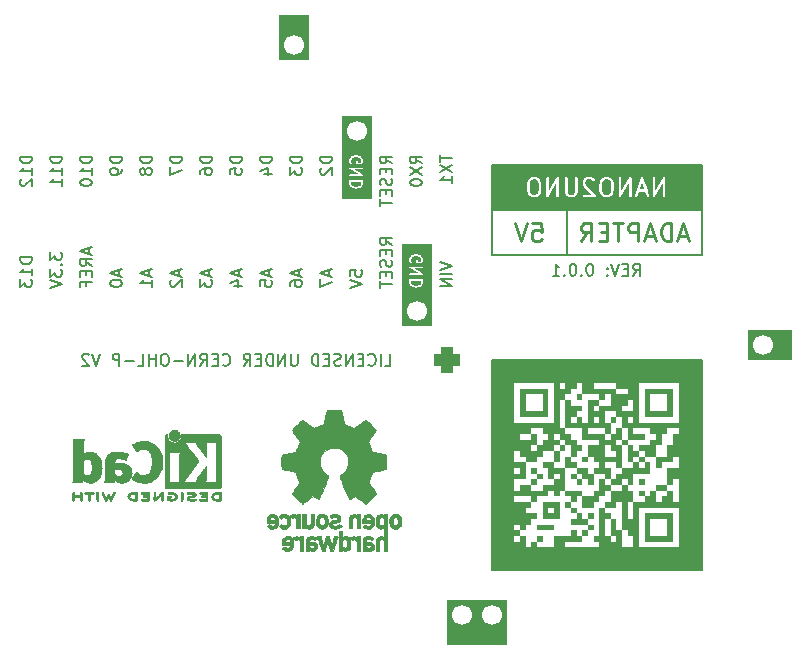
<source format=gbr>
%TF.GenerationSoftware,KiCad,Pcbnew,7.0.1*%
%TF.CreationDate,2023-12-31T00:59:43-05:00*%
%TF.ProjectId,Nano2UNO-Adapter-5V,4e616e6f-3255-44e4-9f2d-416461707465,0.0.1*%
%TF.SameCoordinates,PX6486dd0PY8062360*%
%TF.FileFunction,Legend,Bot*%
%TF.FilePolarity,Positive*%
%FSLAX46Y46*%
G04 Gerber Fmt 4.6, Leading zero omitted, Abs format (unit mm)*
G04 Created by KiCad (PCBNEW 7.0.1) date 2023-12-31 00:59:43*
%MOMM*%
%LPD*%
G01*
G04 APERTURE LIST*
G04 Aperture macros list*
%AMRoundRect*
0 Rectangle with rounded corners*
0 $1 Rounding radius*
0 $2 $3 $4 $5 $6 $7 $8 $9 X,Y pos of 4 corners*
0 Add a 4 corners polygon primitive as box body*
4,1,4,$2,$3,$4,$5,$6,$7,$8,$9,$2,$3,0*
0 Add four circle primitives for the rounded corners*
1,1,$1+$1,$2,$3*
1,1,$1+$1,$4,$5*
1,1,$1+$1,$6,$7*
1,1,$1+$1,$8,$9*
0 Add four rect primitives between the rounded corners*
20,1,$1+$1,$2,$3,$4,$5,0*
20,1,$1+$1,$4,$5,$6,$7,0*
20,1,$1+$1,$6,$7,$8,$9,0*
20,1,$1+$1,$8,$9,$2,$3,0*%
G04 Aperture macros list end*
%ADD10C,0.000000*%
%ADD11C,0.150000*%
%ADD12C,0.225000*%
%ADD13C,0.010000*%
%ADD14C,1.700000*%
%ADD15RoundRect,0.550000X-0.550000X0.550000X-0.550000X-0.550000X0.550000X-0.550000X0.550000X0.550000X0*%
%ADD16O,2.200000X2.200000*%
%ADD17C,3.200000*%
%ADD18C,2.600000*%
%ADD19C,2.000000*%
G04 APERTURE END LIST*
D10*
G36*
X50388112Y14038650D02*
G01*
X49907571Y14038650D01*
X49907571Y14519192D01*
X50388112Y14519192D01*
X50388112Y14038650D01*
G37*
G36*
X50868653Y12597029D02*
G01*
X50388112Y12597029D01*
X50388112Y12116489D01*
X49907571Y12116489D01*
X49907571Y12597029D01*
X49427031Y12597029D01*
X49427031Y13077570D01*
X50868652Y13077570D01*
X50868653Y12597029D01*
G37*
G36*
X51349193Y15480272D02*
G01*
X50868653Y15480272D01*
X50868653Y15960813D01*
X51349193Y15960813D01*
X51349193Y15480272D01*
G37*
G36*
X47024329Y13558110D02*
G01*
X46543789Y13558110D01*
X46543789Y14038650D01*
X47024329Y14038650D01*
X47024329Y13558110D01*
G37*
G36*
X58557299Y21246757D02*
G01*
X58557299Y19324596D01*
X56154597Y19324596D01*
X56154597Y19805136D01*
X56635138Y19805136D01*
X58076759Y19805136D01*
X58076759Y21246757D01*
X56635138Y21246757D01*
X56635138Y19805136D01*
X56154597Y19805136D01*
X56154597Y21727298D01*
X58557299Y21727298D01*
X58557299Y21246757D01*
G37*
G36*
X50388112Y11155407D02*
G01*
X49907571Y11155407D01*
X49907571Y11635948D01*
X50388112Y11635948D01*
X50388112Y11155407D01*
G37*
D11*
X43180000Y40640000D02*
X60960000Y40640000D01*
X60960000Y33020000D01*
X43180000Y33020000D01*
X43180000Y40640000D01*
D10*
G36*
X48946490Y11635949D02*
G01*
X48946490Y10674869D01*
X47504870Y10674869D01*
X47504870Y11155408D01*
X47985410Y11155408D01*
X48465950Y11155408D01*
X48465950Y11635949D01*
X47985410Y11635949D01*
X47985410Y11155408D01*
X47504870Y11155408D01*
X47504870Y12116490D01*
X48946490Y12116490D01*
X48946490Y11635949D01*
G37*
G36*
X47504870Y8752707D02*
G01*
X47024328Y8752707D01*
X47024328Y9233248D01*
X47504870Y9233248D01*
X47504870Y8752707D01*
G37*
G36*
X50868653Y10674868D02*
G01*
X51349193Y10674868D01*
X51349193Y10194328D01*
X51829734Y10194328D01*
X51829734Y9713787D01*
X51349193Y9713787D01*
X51349193Y10194326D01*
X49907571Y10194326D01*
X49907571Y10674868D01*
X50388112Y10674868D01*
X50388112Y11155407D01*
X50868653Y11155407D01*
X50868653Y10674868D01*
G37*
D11*
X43180000Y36830000D02*
X60960000Y36830000D01*
D10*
G36*
X53751895Y18844056D02*
G01*
X53271355Y18844056D01*
X53271355Y19324596D01*
X53751895Y19324596D01*
X53751895Y18844056D01*
G37*
G36*
X47985410Y21246757D02*
G01*
X47985410Y19324596D01*
X45582707Y19324596D01*
X45582707Y19805136D01*
X46063248Y19805136D01*
X47504870Y19805136D01*
X47504870Y21246757D01*
X46063248Y21246757D01*
X46063248Y19805136D01*
X45582707Y19805136D01*
X45582707Y21727298D01*
X47985410Y21727298D01*
X47985410Y21246757D01*
G37*
G36*
X55674057Y14999733D02*
G01*
X56154597Y14999733D01*
X56154597Y15480272D01*
X56635138Y15480272D01*
X56635138Y14519192D01*
X55193517Y14519192D01*
X55193517Y13558111D01*
X54712976Y13558111D01*
X54712976Y14038651D01*
X54232436Y14038651D01*
X54232436Y13558111D01*
X53271355Y13558111D01*
X53271355Y14038651D01*
X53751895Y14038651D01*
X53751895Y14519192D01*
X54232435Y14519192D01*
X54232435Y14999733D01*
X55193517Y14999733D01*
X55193517Y15480272D01*
X55674057Y15480272D01*
X55674057Y14999733D01*
G37*
G36*
X54712976Y16921893D02*
G01*
X54232436Y16921893D01*
X54232436Y17402434D01*
X54712976Y17402434D01*
X54712976Y16921893D01*
G37*
G36*
X56154597Y13558111D02*
G01*
X55674057Y13558111D01*
X55674057Y14038651D01*
X56154597Y14038651D01*
X56154597Y13558111D01*
G37*
G36*
X48465949Y9713786D02*
G01*
X47024328Y9713786D01*
X47024328Y10194327D01*
X48465949Y10194327D01*
X48465949Y9713786D01*
G37*
G36*
X58076759Y13077570D02*
G01*
X57115678Y13077570D01*
X57115678Y13558111D01*
X58076759Y13558111D01*
X58076759Y13077570D01*
G37*
G36*
X51349193Y14519192D02*
G01*
X51829734Y14519192D01*
X51829734Y13558111D01*
X51349193Y13558111D01*
X51349193Y14038651D01*
X50868653Y14038651D01*
X50868653Y14519192D01*
X50388112Y14519192D01*
X50388112Y14999733D01*
X51349193Y14999733D01*
X51349193Y14519192D01*
G37*
G36*
X51349193Y9233247D02*
G01*
X50868652Y9233247D01*
X50868652Y9713787D01*
X51349193Y9713787D01*
X51349193Y9233247D01*
G37*
G36*
X49427032Y16441353D02*
G01*
X48946491Y16441353D01*
X48946491Y16921893D01*
X49427032Y16921893D01*
X49427032Y16441353D01*
G37*
G36*
X51829734Y10674869D02*
G01*
X51349193Y10674869D01*
X51349193Y11155409D01*
X51829734Y11155409D01*
X51829734Y10674869D01*
G37*
G36*
X47024329Y14519192D02*
G01*
X46543789Y14519192D01*
X46543789Y14999733D01*
X47024329Y14999733D01*
X47024329Y14519192D01*
G37*
G36*
X56154597Y12597030D02*
G01*
X55674057Y12597030D01*
X55674057Y13077570D01*
X56154597Y13077570D01*
X56154597Y12597030D01*
G37*
G36*
X47504870Y14038650D02*
G01*
X47024329Y14038650D01*
X47024329Y14519192D01*
X47504870Y14519192D01*
X47504870Y14038650D01*
G37*
D11*
X49530000Y33020000D02*
X49530000Y36830000D01*
D10*
G36*
X58557299Y10674868D02*
G01*
X58557299Y8752706D01*
X56154597Y8752706D01*
X56154597Y9233247D01*
X56635139Y9233247D01*
X58076759Y9233247D01*
X58076759Y10674868D01*
X56635139Y10674868D01*
X56635139Y9233247D01*
X56154597Y9233247D01*
X56154597Y11155408D01*
X58557299Y11155408D01*
X58557299Y10674868D01*
G37*
G36*
X49907571Y11635948D02*
G01*
X49427031Y11635948D01*
X49427031Y12116489D01*
X49907571Y12116489D01*
X49907571Y11635948D01*
G37*
G36*
X50868653Y13558110D02*
G01*
X50388112Y13558110D01*
X50388112Y14038650D01*
X50868653Y14038650D01*
X50868653Y13558110D01*
G37*
G36*
X48946491Y15480272D02*
G01*
X48465950Y15480272D01*
X48465950Y16441353D01*
X48946491Y16441353D01*
X48946491Y15480272D01*
G37*
D11*
X43180005Y24130000D02*
X60960000Y24130000D01*
X60960000Y6350005D01*
X43180005Y6350005D01*
X43180005Y24130000D01*
D10*
G36*
X60960002Y18844056D02*
G01*
X60960002Y18363514D01*
X60960002Y12116490D01*
X60960002Y8272166D01*
X60960002Y6350005D01*
X43180005Y6350005D01*
X43180005Y8752704D01*
X45102164Y8752704D01*
X45582705Y8752704D01*
X45582705Y9233244D01*
X46063245Y9233244D01*
X46063245Y8272163D01*
X46543786Y8272163D01*
X46543786Y8752704D01*
X47024326Y8752704D01*
X47024326Y8272163D01*
X48465947Y8272163D01*
X48465947Y9233244D01*
X49907568Y9233244D01*
X49907568Y9713784D01*
X50388109Y9713784D01*
X50388109Y9233244D01*
X50868650Y9233244D01*
X50868650Y8752704D01*
X49427029Y8752704D01*
X49427029Y8272162D01*
X52310274Y8272162D01*
X52310274Y8752704D01*
X51829733Y8752704D01*
X51829733Y8752706D01*
X53271355Y8752706D01*
X53751895Y8752706D01*
X53751895Y9233247D01*
X53271355Y9233247D01*
X53271355Y8752706D01*
X51829733Y8752706D01*
X51829733Y9233244D01*
X52310274Y9233244D01*
X52310274Y11635949D01*
X52790814Y11635949D01*
X52790814Y11155408D01*
X53271355Y11155408D01*
X53271355Y10674868D01*
X52790814Y10674868D01*
X52790814Y9233247D01*
X53271355Y9233247D01*
X53271355Y10674868D01*
X53751895Y10674868D01*
X53751895Y9713787D01*
X54232435Y9713787D01*
X54232435Y9233247D01*
X54232435Y8272166D01*
X55193517Y8272166D01*
X55674057Y8272166D01*
X59037840Y8272166D01*
X59037840Y11635949D01*
X55674057Y11635949D01*
X55674057Y8272166D01*
X55193517Y8272166D01*
X55193517Y9233248D01*
X54712976Y9233248D01*
X54712976Y9713788D01*
X54232436Y9713788D01*
X54232436Y12116491D01*
X53751896Y12116491D01*
X53751896Y11635950D01*
X52790814Y11635950D01*
X52790814Y12116490D01*
X53271355Y12116490D01*
X53271355Y13077569D01*
X52790814Y13077569D01*
X52790814Y12597028D01*
X52310274Y12597028D01*
X52310274Y12116488D01*
X51829733Y12116488D01*
X51829733Y11635947D01*
X50868652Y11635947D01*
X50868652Y12597027D01*
X51829734Y12597027D01*
X51829734Y13077570D01*
X52310274Y13077570D01*
X52310274Y14038651D01*
X52790814Y14038650D01*
X52790814Y13558110D01*
X53271355Y13558110D01*
X53271355Y13077570D01*
X54232436Y13077570D01*
X54232436Y13558111D01*
X54712976Y13558111D01*
X54712976Y13077570D01*
X55193517Y13077570D01*
X55193517Y12116490D01*
X54712976Y12116490D01*
X54712976Y10674869D01*
X55193517Y10674869D01*
X55193517Y12116490D01*
X56154597Y12116490D01*
X56154597Y12597029D01*
X56635138Y12597029D01*
X56635138Y13077570D01*
X57115678Y13077570D01*
X57115678Y12116490D01*
X57596219Y12116490D01*
X57596219Y12597029D01*
X58076759Y12597029D01*
X58076759Y13077570D01*
X58557299Y13077570D01*
X58557299Y12116490D01*
X59037840Y12116490D01*
X59037840Y14038651D01*
X58557299Y14038651D01*
X58557299Y13558111D01*
X58076759Y13558111D01*
X58076759Y14999733D01*
X59037840Y14999733D01*
X59037840Y15960813D01*
X58557299Y15960813D01*
X58557299Y15480272D01*
X57596219Y15480272D01*
X57596219Y14999733D01*
X57115678Y14999733D01*
X57115678Y15960813D01*
X58076759Y15960813D01*
X58076759Y16921893D01*
X58557299Y16921893D01*
X58557299Y17882975D01*
X59037840Y17882975D01*
X59037840Y18363514D01*
X58076759Y18363514D01*
X58076759Y17882975D01*
X57596219Y17882975D01*
X57596219Y16921893D01*
X57115678Y16921893D01*
X57115678Y16441353D01*
X57115678Y15960813D01*
X56154597Y15960813D01*
X56154597Y15480272D01*
X55674057Y15480272D01*
X55674057Y15960813D01*
X56154597Y15960813D01*
X56154597Y16441353D01*
X55674057Y16441353D01*
X55674057Y15960813D01*
X55193517Y15960813D01*
X55193517Y15480272D01*
X54712976Y15480272D01*
X54712976Y16921893D01*
X55193517Y16921893D01*
X55193517Y16441354D01*
X55674057Y16441354D01*
X55674057Y16921893D01*
X56635138Y16921893D01*
X56635138Y17402434D01*
X57115678Y17402434D01*
X57115678Y17882975D01*
X56635138Y17882975D01*
X56635138Y18363514D01*
X55193517Y18363514D01*
X55193517Y17882975D01*
X56154597Y17882975D01*
X56154597Y17402434D01*
X54712976Y17402434D01*
X54712976Y18363514D01*
X54232436Y18363514D01*
X54232436Y18844056D01*
X54712976Y18844056D01*
X55193517Y18844056D01*
X55193517Y19324596D01*
X54712976Y19324596D01*
X54712976Y18844056D01*
X54232436Y18844056D01*
X54232436Y19324596D01*
X53751896Y19324596D01*
X53751896Y19805136D01*
X54232436Y19805136D01*
X55193517Y19805136D01*
X55193517Y20766218D01*
X54712976Y20766218D01*
X54712976Y20285677D01*
X54232436Y20285677D01*
X54232436Y19805136D01*
X53751896Y19805136D01*
X52790814Y19805136D01*
X52790814Y19324596D01*
X52790814Y18844056D01*
X53271355Y18844056D01*
X53271355Y18363514D01*
X53271355Y17882975D01*
X52790814Y17882975D01*
X52790814Y17402434D01*
X53271355Y17402434D01*
X53271355Y17882975D01*
X53751895Y17882975D01*
X53751895Y18363514D01*
X54232435Y18363514D01*
X54232435Y17402434D01*
X53751895Y17402434D01*
X53751895Y16921893D01*
X54232435Y16921893D01*
X54232435Y15960813D01*
X54232435Y14999733D01*
X53751895Y14999733D01*
X53751895Y15480272D01*
X52790814Y15480272D01*
X52790814Y14999733D01*
X53271355Y14999733D01*
X53271355Y14038651D01*
X52790814Y14038651D01*
X52790814Y14519192D01*
X51829734Y14519192D01*
X51829734Y14999733D01*
X52310274Y14999733D01*
X52310274Y15480272D01*
X51829734Y15480272D01*
X51829734Y15960813D01*
X52790814Y15960813D01*
X53751895Y15960813D01*
X53751895Y16441353D01*
X53271355Y16441353D01*
X53271355Y16921893D01*
X52790814Y16921893D01*
X52790814Y15960813D01*
X51829734Y15960813D01*
X51349193Y15960813D01*
X51349193Y16921893D01*
X52310274Y16921893D01*
X52310274Y17402434D01*
X50868653Y17402434D01*
X50868653Y17882975D01*
X51349193Y17882975D01*
X52790814Y17882975D01*
X52790814Y18363514D01*
X51349193Y18363514D01*
X51349193Y17882975D01*
X50868653Y17882975D01*
X50868653Y18363514D01*
X49427032Y18363514D01*
X49427032Y20766218D01*
X49907572Y20766218D01*
X49907572Y20285677D01*
X50868653Y20285677D01*
X50868653Y19805136D01*
X50388112Y19805136D01*
X50388112Y19324596D01*
X49907571Y19324596D01*
X49907571Y18844056D01*
X50388112Y18844056D01*
X50388112Y19324596D01*
X50868653Y19324596D01*
X50868653Y18844056D01*
X51349193Y18844056D01*
X51829734Y18844056D01*
X52310274Y18844056D01*
X52310275Y19324596D01*
X51829734Y19324596D01*
X51829734Y18844056D01*
X51349193Y18844056D01*
X51349193Y20766218D01*
X52310274Y20766218D01*
X52310274Y20285677D01*
X51829734Y20285677D01*
X51829734Y19805136D01*
X52310274Y19805136D01*
X52310274Y20285677D01*
X53271355Y20285677D01*
X53271355Y21246757D01*
X53751895Y21246757D01*
X54712976Y21246757D01*
X54712976Y21727298D01*
X53751895Y21727298D01*
X53751895Y21246757D01*
X53271355Y21246757D01*
X52790814Y21246757D01*
X52790814Y20766218D01*
X52310274Y20766218D01*
X52310274Y21246757D01*
X50868653Y21246757D01*
X50868653Y20766218D01*
X50388112Y20766218D01*
X50388112Y21246757D01*
X50868652Y21246757D01*
X50868653Y22207839D01*
X51829734Y22207839D01*
X51829734Y21727298D01*
X53751895Y21727298D01*
X53751895Y22207839D01*
X55674057Y22207839D01*
X55674057Y21727298D01*
X55674057Y20766218D01*
X55674057Y19324596D01*
X55674057Y18844056D01*
X59037840Y18844056D01*
X59037840Y22207839D01*
X55674057Y22207839D01*
X53751895Y22207839D01*
X51829734Y22207839D01*
X50868653Y22207839D01*
X50388112Y22207839D01*
X50388112Y21727298D01*
X49907571Y21727298D01*
X49907571Y21246757D01*
X49427031Y21246757D01*
X49427031Y20766218D01*
X48946490Y20766218D01*
X48946490Y18844056D01*
X48946490Y18363515D01*
X49427031Y18363515D01*
X49427031Y17882975D01*
X49907571Y17882975D01*
X49907571Y17402434D01*
X50388112Y17402434D01*
X50388112Y16921893D01*
X50868653Y16921893D01*
X50868653Y16441354D01*
X50388112Y16441354D01*
X50388112Y15960813D01*
X49907572Y15960813D01*
X49907572Y15480272D01*
X50388113Y15480272D01*
X50388112Y14999733D01*
X49427032Y14999733D01*
X49427032Y15960813D01*
X49907571Y15960813D01*
X49907571Y16921893D01*
X49427031Y16921893D01*
X49427031Y17402434D01*
X48946491Y17402434D01*
X48946491Y16921893D01*
X48465950Y16921893D01*
X48465950Y16441354D01*
X47504870Y16441354D01*
X47504870Y15960813D01*
X47024328Y15960813D01*
X47024328Y15480272D01*
X46063248Y15480272D01*
X46063248Y15960813D01*
X45582707Y15960813D01*
X45582707Y16441353D01*
X45102167Y16441353D01*
X45102167Y15480272D01*
X46063247Y15480272D01*
X46063247Y14999733D01*
X46063247Y14038650D01*
X45102167Y14038650D01*
X45102167Y13077569D01*
X45582707Y13077569D01*
X45582707Y13558110D01*
X46543789Y13558110D01*
X46543789Y13077569D01*
X47504870Y13077569D01*
X47504870Y13558110D01*
X48465949Y13558110D01*
X48465949Y14038650D01*
X48465950Y14038650D01*
X48946491Y14038650D01*
X48946491Y14519192D01*
X48465950Y14519192D01*
X48465950Y14038650D01*
X48465949Y14038650D01*
X47985410Y14038650D01*
X47985410Y14999733D01*
X47504870Y14999733D01*
X47504870Y15480272D01*
X48465949Y15480272D01*
X48465949Y14999732D01*
X49427030Y14999732D01*
X49427030Y14519192D01*
X49427030Y13077569D01*
X48946489Y13077569D01*
X48946489Y12597028D01*
X48465948Y12597028D01*
X48465948Y13077569D01*
X47985408Y13077569D01*
X47985408Y12597028D01*
X47024326Y12597028D01*
X47024326Y12116488D01*
X46543786Y12116488D01*
X46543786Y11635947D01*
X46063245Y11635947D01*
X46063245Y11155406D01*
X47024326Y11155406D01*
X47024326Y10674867D01*
X46543786Y10674867D01*
X46543786Y10194325D01*
X46063245Y10194325D01*
X46063245Y9713784D01*
X45582705Y9713784D01*
X45582705Y9233244D01*
X45102164Y9233244D01*
X45102164Y8752704D01*
X43180005Y8752704D01*
X43180005Y9713784D01*
X45102164Y9713784D01*
X45582705Y9713784D01*
X45582705Y10194325D01*
X45102164Y10194325D01*
X45102164Y9713784D01*
X43180005Y9713784D01*
X43180005Y12116488D01*
X45102165Y12116488D01*
X46543786Y12116488D01*
X46543786Y12597028D01*
X45102165Y12597028D01*
X45102165Y12116488D01*
X43180005Y12116488D01*
X43180005Y14519192D01*
X45102168Y14519192D01*
X45582708Y14519192D01*
X45582708Y14999733D01*
X45102168Y14999733D01*
X45102168Y14519192D01*
X43180005Y14519192D01*
X43180005Y17402434D01*
X45582708Y17402434D01*
X46543789Y17402434D01*
X46543789Y17882975D01*
X47024329Y17882975D01*
X47024329Y16921893D01*
X46543789Y16921893D01*
X46543789Y16441354D01*
X47024329Y16441354D01*
X47024329Y16921893D01*
X47504870Y16921893D01*
X47504870Y17402434D01*
X47985410Y17402434D01*
X48465949Y17402434D01*
X48946490Y17402434D01*
X48946490Y17882975D01*
X48465949Y17882975D01*
X48465949Y17402434D01*
X47985410Y17402434D01*
X47985410Y17882975D01*
X47504870Y17882975D01*
X47504870Y18363515D01*
X46543789Y18363515D01*
X46543789Y17882975D01*
X45582708Y17882975D01*
X45582708Y17402434D01*
X43180005Y17402434D01*
X43180005Y18844056D01*
X45102167Y18844056D01*
X48465950Y18844056D01*
X48465949Y22207839D01*
X48946490Y22207839D01*
X48946490Y21727298D01*
X49427031Y21727298D01*
X49427031Y22207839D01*
X48946490Y22207839D01*
X48465949Y22207839D01*
X45102167Y22207839D01*
X45102167Y18844056D01*
X43180005Y18844056D01*
X43180005Y24130000D01*
X60960002Y24130000D01*
X60960002Y18844056D01*
G37*
D11*
X34137619Y23667381D02*
X34613809Y23667381D01*
X34613809Y23667381D02*
X34613809Y24667381D01*
X33804285Y23667381D02*
X33804285Y24667381D01*
X32756667Y23762620D02*
X32804286Y23715000D01*
X32804286Y23715000D02*
X32947143Y23667381D01*
X32947143Y23667381D02*
X33042381Y23667381D01*
X33042381Y23667381D02*
X33185238Y23715000D01*
X33185238Y23715000D02*
X33280476Y23810239D01*
X33280476Y23810239D02*
X33328095Y23905477D01*
X33328095Y23905477D02*
X33375714Y24095953D01*
X33375714Y24095953D02*
X33375714Y24238810D01*
X33375714Y24238810D02*
X33328095Y24429286D01*
X33328095Y24429286D02*
X33280476Y24524524D01*
X33280476Y24524524D02*
X33185238Y24619762D01*
X33185238Y24619762D02*
X33042381Y24667381D01*
X33042381Y24667381D02*
X32947143Y24667381D01*
X32947143Y24667381D02*
X32804286Y24619762D01*
X32804286Y24619762D02*
X32756667Y24572143D01*
X32328095Y24191191D02*
X31994762Y24191191D01*
X31851905Y23667381D02*
X32328095Y23667381D01*
X32328095Y23667381D02*
X32328095Y24667381D01*
X32328095Y24667381D02*
X31851905Y24667381D01*
X31423333Y23667381D02*
X31423333Y24667381D01*
X31423333Y24667381D02*
X30851905Y23667381D01*
X30851905Y23667381D02*
X30851905Y24667381D01*
X30423333Y23715000D02*
X30280476Y23667381D01*
X30280476Y23667381D02*
X30042381Y23667381D01*
X30042381Y23667381D02*
X29947143Y23715000D01*
X29947143Y23715000D02*
X29899524Y23762620D01*
X29899524Y23762620D02*
X29851905Y23857858D01*
X29851905Y23857858D02*
X29851905Y23953096D01*
X29851905Y23953096D02*
X29899524Y24048334D01*
X29899524Y24048334D02*
X29947143Y24095953D01*
X29947143Y24095953D02*
X30042381Y24143572D01*
X30042381Y24143572D02*
X30232857Y24191191D01*
X30232857Y24191191D02*
X30328095Y24238810D01*
X30328095Y24238810D02*
X30375714Y24286429D01*
X30375714Y24286429D02*
X30423333Y24381667D01*
X30423333Y24381667D02*
X30423333Y24476905D01*
X30423333Y24476905D02*
X30375714Y24572143D01*
X30375714Y24572143D02*
X30328095Y24619762D01*
X30328095Y24619762D02*
X30232857Y24667381D01*
X30232857Y24667381D02*
X29994762Y24667381D01*
X29994762Y24667381D02*
X29851905Y24619762D01*
X29423333Y24191191D02*
X29090000Y24191191D01*
X28947143Y23667381D02*
X29423333Y23667381D01*
X29423333Y23667381D02*
X29423333Y24667381D01*
X29423333Y24667381D02*
X28947143Y24667381D01*
X28518571Y23667381D02*
X28518571Y24667381D01*
X28518571Y24667381D02*
X28280476Y24667381D01*
X28280476Y24667381D02*
X28137619Y24619762D01*
X28137619Y24619762D02*
X28042381Y24524524D01*
X28042381Y24524524D02*
X27994762Y24429286D01*
X27994762Y24429286D02*
X27947143Y24238810D01*
X27947143Y24238810D02*
X27947143Y24095953D01*
X27947143Y24095953D02*
X27994762Y23905477D01*
X27994762Y23905477D02*
X28042381Y23810239D01*
X28042381Y23810239D02*
X28137619Y23715000D01*
X28137619Y23715000D02*
X28280476Y23667381D01*
X28280476Y23667381D02*
X28518571Y23667381D01*
X26756666Y24667381D02*
X26756666Y23857858D01*
X26756666Y23857858D02*
X26709047Y23762620D01*
X26709047Y23762620D02*
X26661428Y23715000D01*
X26661428Y23715000D02*
X26566190Y23667381D01*
X26566190Y23667381D02*
X26375714Y23667381D01*
X26375714Y23667381D02*
X26280476Y23715000D01*
X26280476Y23715000D02*
X26232857Y23762620D01*
X26232857Y23762620D02*
X26185238Y23857858D01*
X26185238Y23857858D02*
X26185238Y24667381D01*
X25709047Y23667381D02*
X25709047Y24667381D01*
X25709047Y24667381D02*
X25137619Y23667381D01*
X25137619Y23667381D02*
X25137619Y24667381D01*
X24661428Y23667381D02*
X24661428Y24667381D01*
X24661428Y24667381D02*
X24423333Y24667381D01*
X24423333Y24667381D02*
X24280476Y24619762D01*
X24280476Y24619762D02*
X24185238Y24524524D01*
X24185238Y24524524D02*
X24137619Y24429286D01*
X24137619Y24429286D02*
X24090000Y24238810D01*
X24090000Y24238810D02*
X24090000Y24095953D01*
X24090000Y24095953D02*
X24137619Y23905477D01*
X24137619Y23905477D02*
X24185238Y23810239D01*
X24185238Y23810239D02*
X24280476Y23715000D01*
X24280476Y23715000D02*
X24423333Y23667381D01*
X24423333Y23667381D02*
X24661428Y23667381D01*
X23661428Y24191191D02*
X23328095Y24191191D01*
X23185238Y23667381D02*
X23661428Y23667381D01*
X23661428Y23667381D02*
X23661428Y24667381D01*
X23661428Y24667381D02*
X23185238Y24667381D01*
X22185238Y23667381D02*
X22518571Y24143572D01*
X22756666Y23667381D02*
X22756666Y24667381D01*
X22756666Y24667381D02*
X22375714Y24667381D01*
X22375714Y24667381D02*
X22280476Y24619762D01*
X22280476Y24619762D02*
X22232857Y24572143D01*
X22232857Y24572143D02*
X22185238Y24476905D01*
X22185238Y24476905D02*
X22185238Y24334048D01*
X22185238Y24334048D02*
X22232857Y24238810D01*
X22232857Y24238810D02*
X22280476Y24191191D01*
X22280476Y24191191D02*
X22375714Y24143572D01*
X22375714Y24143572D02*
X22756666Y24143572D01*
X20423333Y23762620D02*
X20470952Y23715000D01*
X20470952Y23715000D02*
X20613809Y23667381D01*
X20613809Y23667381D02*
X20709047Y23667381D01*
X20709047Y23667381D02*
X20851904Y23715000D01*
X20851904Y23715000D02*
X20947142Y23810239D01*
X20947142Y23810239D02*
X20994761Y23905477D01*
X20994761Y23905477D02*
X21042380Y24095953D01*
X21042380Y24095953D02*
X21042380Y24238810D01*
X21042380Y24238810D02*
X20994761Y24429286D01*
X20994761Y24429286D02*
X20947142Y24524524D01*
X20947142Y24524524D02*
X20851904Y24619762D01*
X20851904Y24619762D02*
X20709047Y24667381D01*
X20709047Y24667381D02*
X20613809Y24667381D01*
X20613809Y24667381D02*
X20470952Y24619762D01*
X20470952Y24619762D02*
X20423333Y24572143D01*
X19994761Y24191191D02*
X19661428Y24191191D01*
X19518571Y23667381D02*
X19994761Y23667381D01*
X19994761Y23667381D02*
X19994761Y24667381D01*
X19994761Y24667381D02*
X19518571Y24667381D01*
X18518571Y23667381D02*
X18851904Y24143572D01*
X19089999Y23667381D02*
X19089999Y24667381D01*
X19089999Y24667381D02*
X18709047Y24667381D01*
X18709047Y24667381D02*
X18613809Y24619762D01*
X18613809Y24619762D02*
X18566190Y24572143D01*
X18566190Y24572143D02*
X18518571Y24476905D01*
X18518571Y24476905D02*
X18518571Y24334048D01*
X18518571Y24334048D02*
X18566190Y24238810D01*
X18566190Y24238810D02*
X18613809Y24191191D01*
X18613809Y24191191D02*
X18709047Y24143572D01*
X18709047Y24143572D02*
X19089999Y24143572D01*
X18089999Y23667381D02*
X18089999Y24667381D01*
X18089999Y24667381D02*
X17518571Y23667381D01*
X17518571Y23667381D02*
X17518571Y24667381D01*
X17042380Y24048334D02*
X16280476Y24048334D01*
X15613809Y24667381D02*
X15423333Y24667381D01*
X15423333Y24667381D02*
X15328095Y24619762D01*
X15328095Y24619762D02*
X15232857Y24524524D01*
X15232857Y24524524D02*
X15185238Y24334048D01*
X15185238Y24334048D02*
X15185238Y24000715D01*
X15185238Y24000715D02*
X15232857Y23810239D01*
X15232857Y23810239D02*
X15328095Y23715000D01*
X15328095Y23715000D02*
X15423333Y23667381D01*
X15423333Y23667381D02*
X15613809Y23667381D01*
X15613809Y23667381D02*
X15709047Y23715000D01*
X15709047Y23715000D02*
X15804285Y23810239D01*
X15804285Y23810239D02*
X15851904Y24000715D01*
X15851904Y24000715D02*
X15851904Y24334048D01*
X15851904Y24334048D02*
X15804285Y24524524D01*
X15804285Y24524524D02*
X15709047Y24619762D01*
X15709047Y24619762D02*
X15613809Y24667381D01*
X14756666Y23667381D02*
X14756666Y24667381D01*
X14756666Y24191191D02*
X14185238Y24191191D01*
X14185238Y23667381D02*
X14185238Y24667381D01*
X13232857Y23667381D02*
X13709047Y23667381D01*
X13709047Y23667381D02*
X13709047Y24667381D01*
X12899523Y24048334D02*
X12137619Y24048334D01*
X11661428Y23667381D02*
X11661428Y24667381D01*
X11661428Y24667381D02*
X11280476Y24667381D01*
X11280476Y24667381D02*
X11185238Y24619762D01*
X11185238Y24619762D02*
X11137619Y24572143D01*
X11137619Y24572143D02*
X11090000Y24476905D01*
X11090000Y24476905D02*
X11090000Y24334048D01*
X11090000Y24334048D02*
X11137619Y24238810D01*
X11137619Y24238810D02*
X11185238Y24191191D01*
X11185238Y24191191D02*
X11280476Y24143572D01*
X11280476Y24143572D02*
X11661428Y24143572D01*
X10042380Y24667381D02*
X9709047Y23667381D01*
X9709047Y23667381D02*
X9375714Y24667381D01*
X9089999Y24572143D02*
X9042380Y24619762D01*
X9042380Y24619762D02*
X8947142Y24667381D01*
X8947142Y24667381D02*
X8709047Y24667381D01*
X8709047Y24667381D02*
X8613809Y24619762D01*
X8613809Y24619762D02*
X8566190Y24572143D01*
X8566190Y24572143D02*
X8518571Y24476905D01*
X8518571Y24476905D02*
X8518571Y24381667D01*
X8518571Y24381667D02*
X8566190Y24238810D01*
X8566190Y24238810D02*
X9137618Y23667381D01*
X9137618Y23667381D02*
X8518571Y23667381D01*
D12*
X46640713Y35731072D02*
X47354999Y35731072D01*
X47354999Y35731072D02*
X47426427Y35016786D01*
X47426427Y35016786D02*
X47354999Y35088215D01*
X47354999Y35088215D02*
X47212142Y35159643D01*
X47212142Y35159643D02*
X46854999Y35159643D01*
X46854999Y35159643D02*
X46712142Y35088215D01*
X46712142Y35088215D02*
X46640713Y35016786D01*
X46640713Y35016786D02*
X46569284Y34873929D01*
X46569284Y34873929D02*
X46569284Y34516786D01*
X46569284Y34516786D02*
X46640713Y34373929D01*
X46640713Y34373929D02*
X46712142Y34302500D01*
X46712142Y34302500D02*
X46854999Y34231072D01*
X46854999Y34231072D02*
X47212142Y34231072D01*
X47212142Y34231072D02*
X47354999Y34302500D01*
X47354999Y34302500D02*
X47426427Y34373929D01*
X46140713Y35731072D02*
X45640713Y34231072D01*
X45640713Y34231072D02*
X45140713Y35731072D01*
D11*
X55165237Y31287381D02*
X55498570Y31763572D01*
X55736665Y31287381D02*
X55736665Y32287381D01*
X55736665Y32287381D02*
X55355713Y32287381D01*
X55355713Y32287381D02*
X55260475Y32239762D01*
X55260475Y32239762D02*
X55212856Y32192143D01*
X55212856Y32192143D02*
X55165237Y32096905D01*
X55165237Y32096905D02*
X55165237Y31954048D01*
X55165237Y31954048D02*
X55212856Y31858810D01*
X55212856Y31858810D02*
X55260475Y31811191D01*
X55260475Y31811191D02*
X55355713Y31763572D01*
X55355713Y31763572D02*
X55736665Y31763572D01*
X54736665Y31811191D02*
X54403332Y31811191D01*
X54260475Y31287381D02*
X54736665Y31287381D01*
X54736665Y31287381D02*
X54736665Y32287381D01*
X54736665Y32287381D02*
X54260475Y32287381D01*
X53974760Y32287381D02*
X53641427Y31287381D01*
X53641427Y31287381D02*
X53308094Y32287381D01*
X52974760Y31382620D02*
X52927141Y31335000D01*
X52927141Y31335000D02*
X52974760Y31287381D01*
X52974760Y31287381D02*
X53022379Y31335000D01*
X53022379Y31335000D02*
X52974760Y31382620D01*
X52974760Y31382620D02*
X52974760Y31287381D01*
X52974760Y31906429D02*
X52927141Y31858810D01*
X52927141Y31858810D02*
X52974760Y31811191D01*
X52974760Y31811191D02*
X53022379Y31858810D01*
X53022379Y31858810D02*
X52974760Y31906429D01*
X52974760Y31906429D02*
X52974760Y31811191D01*
X51546189Y32287381D02*
X51450951Y32287381D01*
X51450951Y32287381D02*
X51355713Y32239762D01*
X51355713Y32239762D02*
X51308094Y32192143D01*
X51308094Y32192143D02*
X51260475Y32096905D01*
X51260475Y32096905D02*
X51212856Y31906429D01*
X51212856Y31906429D02*
X51212856Y31668334D01*
X51212856Y31668334D02*
X51260475Y31477858D01*
X51260475Y31477858D02*
X51308094Y31382620D01*
X51308094Y31382620D02*
X51355713Y31335000D01*
X51355713Y31335000D02*
X51450951Y31287381D01*
X51450951Y31287381D02*
X51546189Y31287381D01*
X51546189Y31287381D02*
X51641427Y31335000D01*
X51641427Y31335000D02*
X51689046Y31382620D01*
X51689046Y31382620D02*
X51736665Y31477858D01*
X51736665Y31477858D02*
X51784284Y31668334D01*
X51784284Y31668334D02*
X51784284Y31906429D01*
X51784284Y31906429D02*
X51736665Y32096905D01*
X51736665Y32096905D02*
X51689046Y32192143D01*
X51689046Y32192143D02*
X51641427Y32239762D01*
X51641427Y32239762D02*
X51546189Y32287381D01*
X50784284Y31382620D02*
X50736665Y31335000D01*
X50736665Y31335000D02*
X50784284Y31287381D01*
X50784284Y31287381D02*
X50831903Y31335000D01*
X50831903Y31335000D02*
X50784284Y31382620D01*
X50784284Y31382620D02*
X50784284Y31287381D01*
X50117618Y32287381D02*
X50022380Y32287381D01*
X50022380Y32287381D02*
X49927142Y32239762D01*
X49927142Y32239762D02*
X49879523Y32192143D01*
X49879523Y32192143D02*
X49831904Y32096905D01*
X49831904Y32096905D02*
X49784285Y31906429D01*
X49784285Y31906429D02*
X49784285Y31668334D01*
X49784285Y31668334D02*
X49831904Y31477858D01*
X49831904Y31477858D02*
X49879523Y31382620D01*
X49879523Y31382620D02*
X49927142Y31335000D01*
X49927142Y31335000D02*
X50022380Y31287381D01*
X50022380Y31287381D02*
X50117618Y31287381D01*
X50117618Y31287381D02*
X50212856Y31335000D01*
X50212856Y31335000D02*
X50260475Y31382620D01*
X50260475Y31382620D02*
X50308094Y31477858D01*
X50308094Y31477858D02*
X50355713Y31668334D01*
X50355713Y31668334D02*
X50355713Y31906429D01*
X50355713Y31906429D02*
X50308094Y32096905D01*
X50308094Y32096905D02*
X50260475Y32192143D01*
X50260475Y32192143D02*
X50212856Y32239762D01*
X50212856Y32239762D02*
X50117618Y32287381D01*
X49355713Y31382620D02*
X49308094Y31335000D01*
X49308094Y31335000D02*
X49355713Y31287381D01*
X49355713Y31287381D02*
X49403332Y31335000D01*
X49403332Y31335000D02*
X49355713Y31382620D01*
X49355713Y31382620D02*
X49355713Y31287381D01*
X48355714Y31287381D02*
X48927142Y31287381D01*
X48641428Y31287381D02*
X48641428Y32287381D01*
X48641428Y32287381D02*
X48736666Y32144524D01*
X48736666Y32144524D02*
X48831904Y32049286D01*
X48831904Y32049286D02*
X48927142Y32001667D01*
D12*
X59744999Y34659643D02*
X59030714Y34659643D01*
X59887856Y34231072D02*
X59387856Y35731072D01*
X59387856Y35731072D02*
X58887856Y34231072D01*
X58387857Y34231072D02*
X58387857Y35731072D01*
X58387857Y35731072D02*
X58030714Y35731072D01*
X58030714Y35731072D02*
X57816428Y35659643D01*
X57816428Y35659643D02*
X57673571Y35516786D01*
X57673571Y35516786D02*
X57602142Y35373929D01*
X57602142Y35373929D02*
X57530714Y35088215D01*
X57530714Y35088215D02*
X57530714Y34873929D01*
X57530714Y34873929D02*
X57602142Y34588215D01*
X57602142Y34588215D02*
X57673571Y34445358D01*
X57673571Y34445358D02*
X57816428Y34302500D01*
X57816428Y34302500D02*
X58030714Y34231072D01*
X58030714Y34231072D02*
X58387857Y34231072D01*
X56959285Y34659643D02*
X56245000Y34659643D01*
X57102142Y34231072D02*
X56602142Y35731072D01*
X56602142Y35731072D02*
X56102142Y34231072D01*
X55602143Y34231072D02*
X55602143Y35731072D01*
X55602143Y35731072D02*
X55030714Y35731072D01*
X55030714Y35731072D02*
X54887857Y35659643D01*
X54887857Y35659643D02*
X54816428Y35588215D01*
X54816428Y35588215D02*
X54745000Y35445358D01*
X54745000Y35445358D02*
X54745000Y35231072D01*
X54745000Y35231072D02*
X54816428Y35088215D01*
X54816428Y35088215D02*
X54887857Y35016786D01*
X54887857Y35016786D02*
X55030714Y34945358D01*
X55030714Y34945358D02*
X55602143Y34945358D01*
X54316428Y35731072D02*
X53459286Y35731072D01*
X53887857Y34231072D02*
X53887857Y35731072D01*
X52959286Y35016786D02*
X52459286Y35016786D01*
X52245000Y34231072D02*
X52959286Y34231072D01*
X52959286Y34231072D02*
X52959286Y35731072D01*
X52959286Y35731072D02*
X52245000Y35731072D01*
X50745000Y34231072D02*
X51245000Y34945358D01*
X51602143Y34231072D02*
X51602143Y35731072D01*
X51602143Y35731072D02*
X51030714Y35731072D01*
X51030714Y35731072D02*
X50887857Y35659643D01*
X50887857Y35659643D02*
X50816428Y35588215D01*
X50816428Y35588215D02*
X50745000Y35445358D01*
X50745000Y35445358D02*
X50745000Y35231072D01*
X50745000Y35231072D02*
X50816428Y35088215D01*
X50816428Y35088215D02*
X50887857Y35016786D01*
X50887857Y35016786D02*
X51030714Y34945358D01*
X51030714Y34945358D02*
X51602143Y34945358D01*
G36*
X56128200Y38582143D02*
G01*
X55726084Y38582143D01*
X55927142Y39185316D01*
X56128200Y38582143D01*
G37*
G36*
X53146216Y39377185D02*
G01*
X53254130Y39269271D01*
X53314642Y39027224D01*
X53314642Y38554920D01*
X53254130Y38312873D01*
X53146217Y38204960D01*
X53043442Y38153572D01*
X52810842Y38153572D01*
X52708069Y38204958D01*
X52600154Y38312873D01*
X52539642Y38554921D01*
X52539642Y39027223D01*
X52600154Y39269271D01*
X52708068Y39377185D01*
X52810843Y39428572D01*
X53043442Y39428572D01*
X53146216Y39377185D01*
G37*
G36*
X47003358Y39377185D02*
G01*
X47111272Y39269271D01*
X47171784Y39027224D01*
X47171784Y38554920D01*
X47111272Y38312873D01*
X47003359Y38204960D01*
X46900584Y38153572D01*
X46667984Y38153572D01*
X46565211Y38204958D01*
X46457296Y38312873D01*
X46396784Y38554921D01*
X46396784Y39027223D01*
X46457296Y39269271D01*
X46565210Y39377185D01*
X46667985Y39428572D01*
X46900584Y39428572D01*
X47003358Y39377185D01*
G37*
G36*
X58824466Y37151964D02*
G01*
X45315535Y37151964D01*
X45315535Y38545833D01*
X46167131Y38545833D01*
X46171784Y38527221D01*
X46171784Y38524898D01*
X46175693Y38511585D01*
X46246151Y38229758D01*
X46252805Y38199167D01*
X46265973Y38185998D01*
X46275396Y38169938D01*
X46288851Y38163120D01*
X46409047Y38042924D01*
X46418713Y38026650D01*
X46446440Y38012787D01*
X46473647Y37997930D01*
X46475839Y37998087D01*
X46585704Y37943155D01*
X46608394Y37928572D01*
X46631385Y37928572D01*
X46654014Y37924500D01*
X46663831Y37928572D01*
X46921084Y37928572D01*
X46947906Y37925676D01*
X46968471Y37935959D01*
X46990531Y37942436D01*
X46997490Y37950468D01*
X47107695Y38005570D01*
X47126191Y38009593D01*
X47148111Y38031514D01*
X47151828Y38034971D01*
X47810052Y38034971D01*
X47820022Y38006574D01*
X47828506Y37977682D01*
X47830892Y37975614D01*
X47831938Y37972637D01*
X47855677Y37954138D01*
X47878435Y37934419D01*
X47881559Y37933970D01*
X47884050Y37932029D01*
X47914025Y37929302D01*
X47943828Y37925016D01*
X47946700Y37926329D01*
X47949844Y37926042D01*
X47976534Y37939953D01*
X48003924Y37952461D01*
X48005631Y37955118D01*
X48008430Y37956576D01*
X48023361Y37982707D01*
X48039642Y38008039D01*
X48039642Y38011197D01*
X48671785Y39117447D01*
X48671785Y38024898D01*
X48685649Y37977682D01*
X48735578Y37934419D01*
X48800971Y37925016D01*
X48861067Y37952461D01*
X48896785Y38008039D01*
X48896785Y38306020D01*
X49383175Y38306020D01*
X49393458Y38285454D01*
X49399935Y38263396D01*
X49407966Y38256437D01*
X49463068Y38146233D01*
X49467092Y38127737D01*
X49489015Y38105814D01*
X49510125Y38083120D01*
X49512253Y38082576D01*
X49551905Y38042924D01*
X49561571Y38026650D01*
X49589298Y38012787D01*
X49616505Y37997930D01*
X49618697Y37998087D01*
X49728562Y37943155D01*
X49751252Y37928572D01*
X49774243Y37928572D01*
X49796872Y37924500D01*
X49806689Y37928572D01*
X50063942Y37928572D01*
X50090764Y37925676D01*
X50111329Y37935959D01*
X50133389Y37942436D01*
X50140348Y37950468D01*
X50250553Y38005570D01*
X50269049Y38009593D01*
X50290969Y38031515D01*
X50313666Y38052626D01*
X50314210Y38054755D01*
X50353862Y38094407D01*
X50370135Y38104072D01*
X50383998Y38131800D01*
X50398855Y38159007D01*
X50398698Y38161198D01*
X50453629Y38271060D01*
X50468214Y38293753D01*
X50468214Y38316745D01*
X50472286Y38339372D01*
X50468214Y38349190D01*
X50468214Y39108262D01*
X50881397Y39108262D01*
X50891204Y39078842D01*
X50899934Y39049110D01*
X50901594Y39047672D01*
X50961357Y38868385D01*
X50967092Y38842023D01*
X50983350Y38825765D01*
X50996470Y38806887D01*
X51006290Y38802825D01*
X51655543Y38153572D01*
X50982396Y38153572D01*
X50935180Y38139708D01*
X50891917Y38089779D01*
X50882514Y38024386D01*
X50909959Y37964290D01*
X50965537Y37928572D01*
X51898428Y37928572D01*
X51902219Y37926502D01*
X51931156Y37928572D01*
X51943316Y37928572D01*
X51947232Y37929723D01*
X51968116Y37931216D01*
X51978310Y37938848D01*
X51990532Y37942436D01*
X52004242Y37958260D01*
X52021005Y37970807D01*
X52025456Y37982742D01*
X52033795Y37992365D01*
X52036775Y38013090D01*
X52044092Y38032708D01*
X52041385Y38045152D01*
X52043198Y38057758D01*
X52034499Y38076806D01*
X52030049Y38097264D01*
X52021043Y38106270D01*
X52015753Y38117854D01*
X51998139Y38129174D01*
X51581480Y38545833D01*
X52309989Y38545833D01*
X52314642Y38527221D01*
X52314642Y38524898D01*
X52318551Y38511585D01*
X52389009Y38229758D01*
X52395663Y38199167D01*
X52408831Y38185998D01*
X52418254Y38169938D01*
X52431709Y38163120D01*
X52551905Y38042924D01*
X52561571Y38026650D01*
X52589298Y38012787D01*
X52616505Y37997930D01*
X52618697Y37998087D01*
X52728562Y37943155D01*
X52751252Y37928572D01*
X52774243Y37928572D01*
X52796872Y37924500D01*
X52806689Y37928572D01*
X53063942Y37928572D01*
X53090764Y37925676D01*
X53111329Y37935959D01*
X53133389Y37942436D01*
X53140348Y37950468D01*
X53250553Y38005570D01*
X53269049Y38009593D01*
X53290969Y38031514D01*
X53294686Y38034971D01*
X53952910Y38034971D01*
X53962880Y38006574D01*
X53971364Y37977682D01*
X53973750Y37975614D01*
X53974796Y37972637D01*
X53998535Y37954138D01*
X54021293Y37934419D01*
X54024417Y37933970D01*
X54026908Y37932029D01*
X54056883Y37929302D01*
X54086686Y37925016D01*
X54089558Y37926329D01*
X54092702Y37926042D01*
X54119392Y37939953D01*
X54146782Y37952461D01*
X54148489Y37955118D01*
X54151288Y37956576D01*
X54166219Y37982707D01*
X54182500Y38008039D01*
X54182500Y38011197D01*
X54814643Y39117447D01*
X54814643Y38024898D01*
X54828507Y37977682D01*
X54878436Y37934419D01*
X54943829Y37925016D01*
X55003925Y37952461D01*
X55039643Y38008039D01*
X55039643Y38012126D01*
X55313522Y38012126D01*
X55347208Y37955295D01*
X55406272Y37925695D01*
X55471963Y37932728D01*
X55523423Y37974159D01*
X55651084Y38357143D01*
X56203200Y38357143D01*
X56325530Y37990152D01*
X56353613Y37949743D01*
X56414661Y37924489D01*
X56479672Y37936248D01*
X56528005Y37981289D01*
X56541681Y38034971D01*
X56810053Y38034971D01*
X56820023Y38006574D01*
X56828507Y37977682D01*
X56830893Y37975614D01*
X56831939Y37972637D01*
X56855678Y37954138D01*
X56878436Y37934419D01*
X56881560Y37933970D01*
X56884051Y37932029D01*
X56914026Y37929302D01*
X56943829Y37925016D01*
X56946701Y37926329D01*
X56949845Y37926042D01*
X56976535Y37939953D01*
X57003925Y37952461D01*
X57005632Y37955118D01*
X57008431Y37956576D01*
X57023362Y37982707D01*
X57039643Y38008039D01*
X57039643Y38011197D01*
X57671786Y39117447D01*
X57671786Y38024898D01*
X57685650Y37977682D01*
X57735579Y37934419D01*
X57800972Y37925016D01*
X57861068Y37952461D01*
X57896786Y38008039D01*
X57896786Y39527878D01*
X57901376Y39547173D01*
X57891404Y39575574D01*
X57882922Y39604462D01*
X57880535Y39606530D01*
X57879490Y39609508D01*
X57855734Y39628020D01*
X57832993Y39647725D01*
X57829871Y39648174D01*
X57827379Y39650116D01*
X57797382Y39652846D01*
X57767600Y39657128D01*
X57764728Y39655817D01*
X57761584Y39656103D01*
X57734878Y39642185D01*
X57707504Y39629683D01*
X57705797Y39627029D01*
X57702998Y39625569D01*
X57688060Y39599430D01*
X57671786Y39574105D01*
X57671786Y39570948D01*
X57039643Y38464698D01*
X57039643Y39557246D01*
X57025779Y39604462D01*
X56975850Y39647725D01*
X56910457Y39657128D01*
X56850361Y39629683D01*
X56814643Y39574105D01*
X56814643Y38054267D01*
X56810053Y38034971D01*
X56541681Y38034971D01*
X56544315Y38045310D01*
X56399427Y38479974D01*
X56400341Y38486329D01*
X56389114Y38510913D01*
X56040303Y39557343D01*
X56040762Y39570018D01*
X56030060Y39588073D01*
X56028754Y39591992D01*
X56021844Y39601935D01*
X56007076Y39626850D01*
X56003166Y39628810D01*
X56000671Y39632400D01*
X55973913Y39643470D01*
X55948012Y39656449D01*
X55943661Y39655984D01*
X55939623Y39657654D01*
X55911131Y39652502D01*
X55882322Y39649417D01*
X55878915Y39646675D01*
X55874612Y39645896D01*
X55853425Y39626153D01*
X55830861Y39607986D01*
X55829477Y39603836D01*
X55826279Y39600855D01*
X55819129Y39572793D01*
X55470338Y38526419D01*
X55463347Y38518350D01*
X55460083Y38495655D01*
X55315300Y38061304D01*
X55313522Y38012126D01*
X55039643Y38012126D01*
X55039643Y39527878D01*
X55044233Y39547173D01*
X55034261Y39575574D01*
X55025779Y39604462D01*
X55023392Y39606530D01*
X55022347Y39609508D01*
X54998591Y39628020D01*
X54975850Y39647725D01*
X54972728Y39648174D01*
X54970236Y39650116D01*
X54940239Y39652846D01*
X54910457Y39657128D01*
X54907585Y39655817D01*
X54904441Y39656103D01*
X54877735Y39642185D01*
X54850361Y39629683D01*
X54848654Y39627029D01*
X54845855Y39625569D01*
X54830917Y39599430D01*
X54814643Y39574105D01*
X54814643Y39570948D01*
X54182500Y38464698D01*
X54182500Y39557246D01*
X54168636Y39604462D01*
X54118707Y39647725D01*
X54053314Y39657128D01*
X53993218Y39629683D01*
X53957500Y39574105D01*
X53957500Y38054267D01*
X53952910Y38034971D01*
X53294686Y38034971D01*
X53313666Y38052626D01*
X53314210Y38054755D01*
X53434027Y38174573D01*
X53456843Y38196026D01*
X53461359Y38214093D01*
X53470284Y38230436D01*
X53469207Y38245485D01*
X53531792Y38495826D01*
X53539642Y38508039D01*
X53539642Y38527222D01*
X53540206Y38529478D01*
X53539642Y38543351D01*
X53539642Y39022556D01*
X53544295Y39036310D01*
X53539642Y39054922D01*
X53539642Y39057246D01*
X53535731Y39070563D01*
X53465274Y39352394D01*
X53458621Y39382978D01*
X53445453Y39396146D01*
X53436031Y39412206D01*
X53422573Y39419026D01*
X53302379Y39539220D01*
X53292714Y39555493D01*
X53264988Y39569356D01*
X53237780Y39584213D01*
X53235587Y39584057D01*
X53125728Y39638986D01*
X53103032Y39653572D01*
X53080039Y39653572D01*
X53057413Y39657644D01*
X53047595Y39653572D01*
X52790341Y39653572D01*
X52763519Y39656468D01*
X52742952Y39646185D01*
X52720895Y39639708D01*
X52713935Y39631677D01*
X52603729Y39576574D01*
X52585236Y39572550D01*
X52563312Y39550627D01*
X52540619Y39529517D01*
X52540074Y39527389D01*
X52420235Y39407550D01*
X52397442Y39386118D01*
X52392925Y39368054D01*
X52384001Y39351709D01*
X52385077Y39336661D01*
X52322491Y39086319D01*
X52314642Y39074105D01*
X52314642Y39054922D01*
X52314078Y39052666D01*
X52314642Y39038794D01*
X52314642Y38559587D01*
X52309989Y38545833D01*
X51581480Y38545833D01*
X51168328Y38958985D01*
X51111070Y39130757D01*
X51111070Y39228800D01*
X51162456Y39331574D01*
X51208069Y39377185D01*
X51310843Y39428572D01*
X51614870Y39428572D01*
X51717644Y39377185D01*
X51787600Y39307229D01*
X51830790Y39283646D01*
X51896687Y39288359D01*
X51949575Y39327950D01*
X51972663Y39389851D01*
X51958620Y39454407D01*
X51873807Y39539220D01*
X51864142Y39555493D01*
X51836414Y39569357D01*
X51809208Y39584213D01*
X51807015Y39584057D01*
X51697158Y39638986D01*
X51674461Y39653572D01*
X51651468Y39653572D01*
X51628842Y39657644D01*
X51619024Y39653572D01*
X51290341Y39653572D01*
X51263519Y39656468D01*
X51242952Y39646185D01*
X51220895Y39639708D01*
X51213935Y39631677D01*
X51103731Y39576574D01*
X51085237Y39572551D01*
X51063309Y39550624D01*
X51040619Y39529517D01*
X51040074Y39527390D01*
X51000422Y39487738D01*
X50984149Y39478072D01*
X50970285Y39450345D01*
X50955429Y39423138D01*
X50955585Y39420946D01*
X50900656Y39311089D01*
X50886070Y39288391D01*
X50886070Y39265398D01*
X50881998Y39242772D01*
X50886070Y39232954D01*
X50886070Y39126605D01*
X50881397Y39108262D01*
X50468214Y39108262D01*
X50468214Y39557246D01*
X50454350Y39604462D01*
X50404421Y39647725D01*
X50339028Y39657128D01*
X50278932Y39629683D01*
X50243214Y39574105D01*
X50243214Y38353343D01*
X50191826Y38250570D01*
X50146216Y38204959D01*
X50043442Y38153572D01*
X49810842Y38153572D01*
X49708068Y38204959D01*
X49662457Y38250570D01*
X49611071Y38353344D01*
X49611071Y39557246D01*
X49597207Y39604462D01*
X49547278Y39647725D01*
X49481885Y39657128D01*
X49421789Y39629683D01*
X49386071Y39574105D01*
X49386071Y38332842D01*
X49383175Y38306020D01*
X48896785Y38306020D01*
X48896785Y39527878D01*
X48901375Y39547173D01*
X48891403Y39575574D01*
X48882921Y39604462D01*
X48880534Y39606530D01*
X48879489Y39609508D01*
X48855733Y39628020D01*
X48832992Y39647725D01*
X48829870Y39648174D01*
X48827378Y39650116D01*
X48797381Y39652846D01*
X48767599Y39657128D01*
X48764727Y39655817D01*
X48761583Y39656103D01*
X48734877Y39642185D01*
X48707503Y39629683D01*
X48705796Y39627029D01*
X48702997Y39625569D01*
X48688059Y39599430D01*
X48671785Y39574105D01*
X48671785Y39570948D01*
X48039642Y38464698D01*
X48039642Y39557246D01*
X48025778Y39604462D01*
X47975849Y39647725D01*
X47910456Y39657128D01*
X47850360Y39629683D01*
X47814642Y39574105D01*
X47814642Y38054267D01*
X47810052Y38034971D01*
X47151828Y38034971D01*
X47170808Y38052626D01*
X47171352Y38054755D01*
X47291169Y38174573D01*
X47313985Y38196026D01*
X47318501Y38214093D01*
X47327426Y38230436D01*
X47326349Y38245485D01*
X47388934Y38495826D01*
X47396784Y38508039D01*
X47396784Y38527222D01*
X47397348Y38529478D01*
X47396784Y38543351D01*
X47396784Y39022556D01*
X47401437Y39036310D01*
X47396784Y39054922D01*
X47396784Y39057246D01*
X47392873Y39070563D01*
X47322416Y39352394D01*
X47315763Y39382978D01*
X47302595Y39396146D01*
X47293173Y39412206D01*
X47279715Y39419026D01*
X47159521Y39539220D01*
X47149856Y39555493D01*
X47122130Y39569356D01*
X47094922Y39584213D01*
X47092729Y39584057D01*
X46982870Y39638986D01*
X46960174Y39653572D01*
X46937181Y39653572D01*
X46914555Y39657644D01*
X46904737Y39653572D01*
X46647483Y39653572D01*
X46620661Y39656468D01*
X46600094Y39646185D01*
X46578037Y39639708D01*
X46571077Y39631677D01*
X46460871Y39576574D01*
X46442378Y39572550D01*
X46420454Y39550627D01*
X46397761Y39529517D01*
X46397216Y39527389D01*
X46277377Y39407550D01*
X46254584Y39386118D01*
X46250067Y39368054D01*
X46241143Y39351709D01*
X46242219Y39336661D01*
X46179633Y39086319D01*
X46171784Y39074105D01*
X46171784Y39054922D01*
X46171220Y39052666D01*
X46171784Y39038794D01*
X46171784Y38559587D01*
X46167131Y38545833D01*
X45315535Y38545833D01*
X45315535Y40318036D01*
X58824466Y40318036D01*
X58824466Y37151964D01*
G37*
D11*
%TO.C,J6*%
X29386904Y31784048D02*
X29386904Y31307858D01*
X29672619Y31879286D02*
X28672619Y31545953D01*
X28672619Y31545953D02*
X29672619Y31212620D01*
X28672619Y30974524D02*
X28672619Y30307858D01*
X28672619Y30307858D02*
X29672619Y30736429D01*
X4272619Y32831667D02*
X3272619Y32831667D01*
X3272619Y32831667D02*
X3272619Y32593572D01*
X3272619Y32593572D02*
X3320238Y32450715D01*
X3320238Y32450715D02*
X3415476Y32355477D01*
X3415476Y32355477D02*
X3510714Y32307858D01*
X3510714Y32307858D02*
X3701190Y32260239D01*
X3701190Y32260239D02*
X3844047Y32260239D01*
X3844047Y32260239D02*
X4034523Y32307858D01*
X4034523Y32307858D02*
X4129761Y32355477D01*
X4129761Y32355477D02*
X4225000Y32450715D01*
X4225000Y32450715D02*
X4272619Y32593572D01*
X4272619Y32593572D02*
X4272619Y32831667D01*
X4272619Y31307858D02*
X4272619Y31879286D01*
X4272619Y31593572D02*
X3272619Y31593572D01*
X3272619Y31593572D02*
X3415476Y31688810D01*
X3415476Y31688810D02*
X3510714Y31784048D01*
X3510714Y31784048D02*
X3558333Y31879286D01*
X3272619Y30974524D02*
X3272619Y30355477D01*
X3272619Y30355477D02*
X3653571Y30688810D01*
X3653571Y30688810D02*
X3653571Y30545953D01*
X3653571Y30545953D02*
X3701190Y30450715D01*
X3701190Y30450715D02*
X3748809Y30403096D01*
X3748809Y30403096D02*
X3844047Y30355477D01*
X3844047Y30355477D02*
X4082142Y30355477D01*
X4082142Y30355477D02*
X4177380Y30403096D01*
X4177380Y30403096D02*
X4225000Y30450715D01*
X4225000Y30450715D02*
X4272619Y30545953D01*
X4272619Y30545953D02*
X4272619Y30831667D01*
X4272619Y30831667D02*
X4225000Y30926905D01*
X4225000Y30926905D02*
X4177380Y30974524D01*
G36*
X37217619Y30700980D02*
G01*
X37179447Y30586466D01*
X37105333Y30512354D01*
X37028347Y30473861D01*
X36854813Y30430477D01*
X36730424Y30430477D01*
X36556891Y30473861D01*
X36479902Y30512355D01*
X36405790Y30586467D01*
X36367619Y30700982D01*
X36367619Y30851905D01*
X37217619Y30851905D01*
X37217619Y30700980D01*
G37*
G36*
X37885357Y29797143D02*
G01*
X35774643Y29797143D01*
X35774643Y30685985D01*
X36214504Y30685985D01*
X36221041Y30666373D01*
X36226862Y30646550D01*
X36227968Y30645592D01*
X36267810Y30526066D01*
X36271633Y30508492D01*
X36282473Y30497652D01*
X36291219Y30485068D01*
X36297764Y30482361D01*
X36375794Y30404331D01*
X36382238Y30393481D01*
X36400739Y30384231D01*
X36418861Y30374335D01*
X36420321Y30374440D01*
X36485224Y30341988D01*
X36491159Y30335676D01*
X36504536Y30332332D01*
X36506816Y30331192D01*
X36514948Y30329729D01*
X36691026Y30285710D01*
X36699168Y30280477D01*
X36711956Y30280477D01*
X36713460Y30280101D01*
X36722706Y30280477D01*
X36851704Y30280477D01*
X36860873Y30277375D01*
X36873281Y30280477D01*
X36874829Y30280477D01*
X36883698Y30283082D01*
X37059753Y30327096D01*
X37068367Y30326165D01*
X37080700Y30332332D01*
X37083173Y30332950D01*
X37090300Y30337133D01*
X37174890Y30379428D01*
X37187222Y30382110D01*
X37201851Y30396740D01*
X37216967Y30410799D01*
X37217329Y30412218D01*
X37295178Y30490066D01*
X37309187Y30501344D01*
X37314034Y30515886D01*
X37321380Y30529338D01*
X37320874Y30536407D01*
X37360797Y30656174D01*
X37367619Y30666788D01*
X37367619Y30687467D01*
X37368365Y30708107D01*
X37367619Y30709366D01*
X37367619Y30921545D01*
X37369989Y30938029D01*
X37363069Y30953182D01*
X37358376Y30969165D01*
X37354063Y30972902D01*
X37351693Y30978093D01*
X37337676Y30987101D01*
X37325090Y30998007D01*
X37319443Y30998819D01*
X37314641Y31001905D01*
X37297979Y31001905D01*
X37281495Y31004275D01*
X37276305Y31001905D01*
X36297979Y31001905D01*
X36281495Y31004275D01*
X36266342Y30997356D01*
X36250359Y30992662D01*
X36246622Y30988350D01*
X36241431Y30985979D01*
X36232423Y30971963D01*
X36221517Y30959376D01*
X36220705Y30953730D01*
X36217619Y30948927D01*
X36217619Y30932265D01*
X36215249Y30915781D01*
X36217619Y30910591D01*
X36217619Y30698212D01*
X36214504Y30685985D01*
X35774643Y30685985D01*
X35774643Y31391972D01*
X36215249Y31391972D01*
X36233545Y31351908D01*
X36270597Y31328096D01*
X37283823Y31328096D01*
X37296687Y31325036D01*
X37315623Y31331686D01*
X37334879Y31337339D01*
X37336257Y31338930D01*
X37338243Y31339627D01*
X37350578Y31355458D01*
X37363721Y31370625D01*
X37364020Y31372709D01*
X37365314Y31374368D01*
X37367133Y31394359D01*
X37369989Y31414220D01*
X37369115Y31416134D01*
X37369306Y31418231D01*
X37360026Y31436036D01*
X37351693Y31454284D01*
X37349922Y31455422D01*
X37348950Y31457288D01*
X37331526Y31467245D01*
X37314641Y31478096D01*
X37312536Y31478096D01*
X36575037Y31899524D01*
X37303401Y31899524D01*
X37334879Y31908767D01*
X37363721Y31942053D01*
X37369989Y31985648D01*
X37351693Y32025712D01*
X37314641Y32049524D01*
X36301416Y32049524D01*
X36288552Y32052584D01*
X36269617Y32045936D01*
X36250359Y32040281D01*
X36248980Y32038691D01*
X36246995Y32037993D01*
X36234659Y32022163D01*
X36221517Y32006995D01*
X36221217Y32004912D01*
X36219924Y32003252D01*
X36218104Y31983262D01*
X36215249Y31963400D01*
X36216122Y31961487D01*
X36215932Y31959389D01*
X36225211Y31941585D01*
X36233545Y31923336D01*
X36235315Y31922199D01*
X36236288Y31920332D01*
X36253711Y31910376D01*
X36270597Y31899524D01*
X36272702Y31899524D01*
X37010201Y31478096D01*
X36281837Y31478096D01*
X36250359Y31468853D01*
X36221517Y31435567D01*
X36215249Y31391972D01*
X35774643Y31391972D01*
X35774643Y32532109D01*
X36215688Y32532109D01*
X36222544Y32518396D01*
X36226862Y32503693D01*
X36232215Y32499055D01*
X36277978Y32407531D01*
X36300322Y32383509D01*
X36342993Y32372598D01*
X36384788Y32386488D01*
X36412440Y32420770D01*
X36417168Y32464559D01*
X36367619Y32563658D01*
X36367619Y32676640D01*
X36405790Y32791154D01*
X36479902Y32865266D01*
X36556888Y32903760D01*
X36730424Y32947143D01*
X36854812Y32947143D01*
X37028345Y32903760D01*
X37105335Y32865265D01*
X37179447Y32791153D01*
X37217619Y32676639D01*
X37217619Y32605742D01*
X37179447Y32491229D01*
X37166314Y32478096D01*
X36939047Y32478096D01*
X36939047Y32604354D01*
X36929804Y32635832D01*
X36896518Y32664674D01*
X36852923Y32670942D01*
X36812859Y32652646D01*
X36789047Y32615594D01*
X36789047Y32408456D01*
X36786677Y32391972D01*
X36793596Y32376820D01*
X36798290Y32360836D01*
X36802602Y32357100D01*
X36804973Y32351908D01*
X36818989Y32342901D01*
X36831576Y32331994D01*
X36837222Y32331183D01*
X36842025Y32328096D01*
X36858687Y32328096D01*
X36875171Y32325726D01*
X36880361Y32328096D01*
X37183849Y32328096D01*
X37191803Y32325129D01*
X37205442Y32328096D01*
X37208162Y32328096D01*
X37215936Y32330379D01*
X37234840Y32334491D01*
X37236876Y32336528D01*
X37239640Y32337339D01*
X37252305Y32351956D01*
X37295177Y32394827D01*
X37309187Y32406106D01*
X37314034Y32420650D01*
X37321379Y32434099D01*
X37320873Y32441166D01*
X37360797Y32560936D01*
X37367619Y32571550D01*
X37367619Y32592229D01*
X37368365Y32612869D01*
X37367619Y32614128D01*
X37367619Y32679408D01*
X37370734Y32691636D01*
X37364194Y32711256D01*
X37358376Y32731070D01*
X37357269Y32732029D01*
X37317427Y32851558D01*
X37313605Y32869128D01*
X37302766Y32879967D01*
X37294019Y32892553D01*
X37287471Y32895262D01*
X37209442Y32973290D01*
X37202999Y32984139D01*
X37184494Y32993392D01*
X37166375Y33003285D01*
X37164915Y33003181D01*
X37100011Y33035633D01*
X37094077Y33041944D01*
X37080699Y33045289D01*
X37078420Y33046428D01*
X37070287Y33047892D01*
X36894210Y33091911D01*
X36886069Y33097143D01*
X36873281Y33097143D01*
X36871777Y33097519D01*
X36862531Y33097143D01*
X36733533Y33097143D01*
X36724364Y33100245D01*
X36711956Y33097143D01*
X36710408Y33097143D01*
X36701538Y33094539D01*
X36525481Y33050525D01*
X36516870Y33051454D01*
X36504539Y33045289D01*
X36502064Y33044670D01*
X36494925Y33040483D01*
X36410345Y32998193D01*
X36398015Y32995510D01*
X36383395Y32980891D01*
X36368270Y32966821D01*
X36367907Y32965403D01*
X36290058Y32887554D01*
X36276051Y32876276D01*
X36271203Y32861735D01*
X36263858Y32848282D01*
X36264363Y32841215D01*
X36224441Y32721448D01*
X36217619Y32710832D01*
X36217619Y32690152D01*
X36216873Y32669513D01*
X36217619Y32668254D01*
X36217619Y32549993D01*
X36215688Y32532109D01*
X35774643Y32532109D01*
X35774643Y33755476D01*
X37885357Y33755476D01*
X37885357Y29797143D01*
G37*
X24306904Y31784048D02*
X24306904Y31307858D01*
X24592619Y31879286D02*
X23592619Y31545953D01*
X23592619Y31545953D02*
X24592619Y31212620D01*
X23592619Y30403096D02*
X23592619Y30879286D01*
X23592619Y30879286D02*
X24068809Y30926905D01*
X24068809Y30926905D02*
X24021190Y30879286D01*
X24021190Y30879286D02*
X23973571Y30784048D01*
X23973571Y30784048D02*
X23973571Y30545953D01*
X23973571Y30545953D02*
X24021190Y30450715D01*
X24021190Y30450715D02*
X24068809Y30403096D01*
X24068809Y30403096D02*
X24164047Y30355477D01*
X24164047Y30355477D02*
X24402142Y30355477D01*
X24402142Y30355477D02*
X24497380Y30403096D01*
X24497380Y30403096D02*
X24545000Y30450715D01*
X24545000Y30450715D02*
X24592619Y30545953D01*
X24592619Y30545953D02*
X24592619Y30784048D01*
X24592619Y30784048D02*
X24545000Y30879286D01*
X24545000Y30879286D02*
X24497380Y30926905D01*
X26846904Y31784048D02*
X26846904Y31307858D01*
X27132619Y31879286D02*
X26132619Y31545953D01*
X26132619Y31545953D02*
X27132619Y31212620D01*
X26132619Y30450715D02*
X26132619Y30641191D01*
X26132619Y30641191D02*
X26180238Y30736429D01*
X26180238Y30736429D02*
X26227857Y30784048D01*
X26227857Y30784048D02*
X26370714Y30879286D01*
X26370714Y30879286D02*
X26561190Y30926905D01*
X26561190Y30926905D02*
X26942142Y30926905D01*
X26942142Y30926905D02*
X27037380Y30879286D01*
X27037380Y30879286D02*
X27085000Y30831667D01*
X27085000Y30831667D02*
X27132619Y30736429D01*
X27132619Y30736429D02*
X27132619Y30545953D01*
X27132619Y30545953D02*
X27085000Y30450715D01*
X27085000Y30450715D02*
X27037380Y30403096D01*
X27037380Y30403096D02*
X26942142Y30355477D01*
X26942142Y30355477D02*
X26704047Y30355477D01*
X26704047Y30355477D02*
X26608809Y30403096D01*
X26608809Y30403096D02*
X26561190Y30450715D01*
X26561190Y30450715D02*
X26513571Y30545953D01*
X26513571Y30545953D02*
X26513571Y30736429D01*
X26513571Y30736429D02*
X26561190Y30831667D01*
X26561190Y30831667D02*
X26608809Y30879286D01*
X26608809Y30879286D02*
X26704047Y30926905D01*
X14146904Y31784048D02*
X14146904Y31307858D01*
X14432619Y31879286D02*
X13432619Y31545953D01*
X13432619Y31545953D02*
X14432619Y31212620D01*
X14432619Y30355477D02*
X14432619Y30926905D01*
X14432619Y30641191D02*
X13432619Y30641191D01*
X13432619Y30641191D02*
X13575476Y30736429D01*
X13575476Y30736429D02*
X13670714Y30831667D01*
X13670714Y30831667D02*
X13718333Y30926905D01*
X31212619Y31260239D02*
X31212619Y31736429D01*
X31212619Y31736429D02*
X31688809Y31784048D01*
X31688809Y31784048D02*
X31641190Y31736429D01*
X31641190Y31736429D02*
X31593571Y31641191D01*
X31593571Y31641191D02*
X31593571Y31403096D01*
X31593571Y31403096D02*
X31641190Y31307858D01*
X31641190Y31307858D02*
X31688809Y31260239D01*
X31688809Y31260239D02*
X31784047Y31212620D01*
X31784047Y31212620D02*
X32022142Y31212620D01*
X32022142Y31212620D02*
X32117380Y31260239D01*
X32117380Y31260239D02*
X32165000Y31307858D01*
X32165000Y31307858D02*
X32212619Y31403096D01*
X32212619Y31403096D02*
X32212619Y31641191D01*
X32212619Y31641191D02*
X32165000Y31736429D01*
X32165000Y31736429D02*
X32117380Y31784048D01*
X31212619Y30926905D02*
X32212619Y30593572D01*
X32212619Y30593572D02*
X31212619Y30260239D01*
X21766904Y31784048D02*
X21766904Y31307858D01*
X22052619Y31879286D02*
X21052619Y31545953D01*
X21052619Y31545953D02*
X22052619Y31212620D01*
X21385952Y30450715D02*
X22052619Y30450715D01*
X21005000Y30688810D02*
X21719285Y30926905D01*
X21719285Y30926905D02*
X21719285Y30307858D01*
X9066904Y33593572D02*
X9066904Y33117382D01*
X9352619Y33688810D02*
X8352619Y33355477D01*
X8352619Y33355477D02*
X9352619Y33022144D01*
X9352619Y32117382D02*
X8876428Y32450715D01*
X9352619Y32688810D02*
X8352619Y32688810D01*
X8352619Y32688810D02*
X8352619Y32307858D01*
X8352619Y32307858D02*
X8400238Y32212620D01*
X8400238Y32212620D02*
X8447857Y32165001D01*
X8447857Y32165001D02*
X8543095Y32117382D01*
X8543095Y32117382D02*
X8685952Y32117382D01*
X8685952Y32117382D02*
X8781190Y32165001D01*
X8781190Y32165001D02*
X8828809Y32212620D01*
X8828809Y32212620D02*
X8876428Y32307858D01*
X8876428Y32307858D02*
X8876428Y32688810D01*
X8828809Y31688810D02*
X8828809Y31355477D01*
X9352619Y31212620D02*
X9352619Y31688810D01*
X9352619Y31688810D02*
X8352619Y31688810D01*
X8352619Y31688810D02*
X8352619Y31212620D01*
X8828809Y30450715D02*
X8828809Y30784048D01*
X9352619Y30784048D02*
X8352619Y30784048D01*
X8352619Y30784048D02*
X8352619Y30307858D01*
X34752619Y33879287D02*
X34276428Y34212620D01*
X34752619Y34450715D02*
X33752619Y34450715D01*
X33752619Y34450715D02*
X33752619Y34069763D01*
X33752619Y34069763D02*
X33800238Y33974525D01*
X33800238Y33974525D02*
X33847857Y33926906D01*
X33847857Y33926906D02*
X33943095Y33879287D01*
X33943095Y33879287D02*
X34085952Y33879287D01*
X34085952Y33879287D02*
X34181190Y33926906D01*
X34181190Y33926906D02*
X34228809Y33974525D01*
X34228809Y33974525D02*
X34276428Y34069763D01*
X34276428Y34069763D02*
X34276428Y34450715D01*
X34228809Y33450715D02*
X34228809Y33117382D01*
X34752619Y32974525D02*
X34752619Y33450715D01*
X34752619Y33450715D02*
X33752619Y33450715D01*
X33752619Y33450715D02*
X33752619Y32974525D01*
X34705000Y32593572D02*
X34752619Y32450715D01*
X34752619Y32450715D02*
X34752619Y32212620D01*
X34752619Y32212620D02*
X34705000Y32117382D01*
X34705000Y32117382D02*
X34657380Y32069763D01*
X34657380Y32069763D02*
X34562142Y32022144D01*
X34562142Y32022144D02*
X34466904Y32022144D01*
X34466904Y32022144D02*
X34371666Y32069763D01*
X34371666Y32069763D02*
X34324047Y32117382D01*
X34324047Y32117382D02*
X34276428Y32212620D01*
X34276428Y32212620D02*
X34228809Y32403096D01*
X34228809Y32403096D02*
X34181190Y32498334D01*
X34181190Y32498334D02*
X34133571Y32545953D01*
X34133571Y32545953D02*
X34038333Y32593572D01*
X34038333Y32593572D02*
X33943095Y32593572D01*
X33943095Y32593572D02*
X33847857Y32545953D01*
X33847857Y32545953D02*
X33800238Y32498334D01*
X33800238Y32498334D02*
X33752619Y32403096D01*
X33752619Y32403096D02*
X33752619Y32165001D01*
X33752619Y32165001D02*
X33800238Y32022144D01*
X34228809Y31593572D02*
X34228809Y31260239D01*
X34752619Y31117382D02*
X34752619Y31593572D01*
X34752619Y31593572D02*
X33752619Y31593572D01*
X33752619Y31593572D02*
X33752619Y31117382D01*
X33752619Y30831667D02*
X33752619Y30260239D01*
X34752619Y30545953D02*
X33752619Y30545953D01*
X19226904Y31784048D02*
X19226904Y31307858D01*
X19512619Y31879286D02*
X18512619Y31545953D01*
X18512619Y31545953D02*
X19512619Y31212620D01*
X18512619Y30974524D02*
X18512619Y30355477D01*
X18512619Y30355477D02*
X18893571Y30688810D01*
X18893571Y30688810D02*
X18893571Y30545953D01*
X18893571Y30545953D02*
X18941190Y30450715D01*
X18941190Y30450715D02*
X18988809Y30403096D01*
X18988809Y30403096D02*
X19084047Y30355477D01*
X19084047Y30355477D02*
X19322142Y30355477D01*
X19322142Y30355477D02*
X19417380Y30403096D01*
X19417380Y30403096D02*
X19465000Y30450715D01*
X19465000Y30450715D02*
X19512619Y30545953D01*
X19512619Y30545953D02*
X19512619Y30831667D01*
X19512619Y30831667D02*
X19465000Y30926905D01*
X19465000Y30926905D02*
X19417380Y30974524D01*
X38832619Y32450714D02*
X39832619Y32117381D01*
X39832619Y32117381D02*
X38832619Y31784048D01*
X39832619Y31450714D02*
X38832619Y31450714D01*
X39832619Y30974524D02*
X38832619Y30974524D01*
X38832619Y30974524D02*
X39832619Y30403096D01*
X39832619Y30403096D02*
X38832619Y30403096D01*
X16686904Y31784048D02*
X16686904Y31307858D01*
X16972619Y31879286D02*
X15972619Y31545953D01*
X15972619Y31545953D02*
X16972619Y31212620D01*
X16067857Y30926905D02*
X16020238Y30879286D01*
X16020238Y30879286D02*
X15972619Y30784048D01*
X15972619Y30784048D02*
X15972619Y30545953D01*
X15972619Y30545953D02*
X16020238Y30450715D01*
X16020238Y30450715D02*
X16067857Y30403096D01*
X16067857Y30403096D02*
X16163095Y30355477D01*
X16163095Y30355477D02*
X16258333Y30355477D01*
X16258333Y30355477D02*
X16401190Y30403096D01*
X16401190Y30403096D02*
X16972619Y30974524D01*
X16972619Y30974524D02*
X16972619Y30355477D01*
X11606904Y31784048D02*
X11606904Y31307858D01*
X11892619Y31879286D02*
X10892619Y31545953D01*
X10892619Y31545953D02*
X11892619Y31212620D01*
X10892619Y30688810D02*
X10892619Y30593572D01*
X10892619Y30593572D02*
X10940238Y30498334D01*
X10940238Y30498334D02*
X10987857Y30450715D01*
X10987857Y30450715D02*
X11083095Y30403096D01*
X11083095Y30403096D02*
X11273571Y30355477D01*
X11273571Y30355477D02*
X11511666Y30355477D01*
X11511666Y30355477D02*
X11702142Y30403096D01*
X11702142Y30403096D02*
X11797380Y30450715D01*
X11797380Y30450715D02*
X11845000Y30498334D01*
X11845000Y30498334D02*
X11892619Y30593572D01*
X11892619Y30593572D02*
X11892619Y30688810D01*
X11892619Y30688810D02*
X11845000Y30784048D01*
X11845000Y30784048D02*
X11797380Y30831667D01*
X11797380Y30831667D02*
X11702142Y30879286D01*
X11702142Y30879286D02*
X11511666Y30926905D01*
X11511666Y30926905D02*
X11273571Y30926905D01*
X11273571Y30926905D02*
X11083095Y30879286D01*
X11083095Y30879286D02*
X10987857Y30831667D01*
X10987857Y30831667D02*
X10940238Y30784048D01*
X10940238Y30784048D02*
X10892619Y30688810D01*
X5809488Y33252280D02*
X5809488Y32633233D01*
X5809488Y32633233D02*
X6190440Y32966566D01*
X6190440Y32966566D02*
X6190440Y32823709D01*
X6190440Y32823709D02*
X6238059Y32728471D01*
X6238059Y32728471D02*
X6285678Y32680852D01*
X6285678Y32680852D02*
X6380916Y32633233D01*
X6380916Y32633233D02*
X6619011Y32633233D01*
X6619011Y32633233D02*
X6714249Y32680852D01*
X6714249Y32680852D02*
X6761869Y32728471D01*
X6761869Y32728471D02*
X6809488Y32823709D01*
X6809488Y32823709D02*
X6809488Y33109423D01*
X6809488Y33109423D02*
X6761869Y33204661D01*
X6761869Y33204661D02*
X6714249Y33252280D01*
X6714249Y32204661D02*
X6761869Y32157042D01*
X6761869Y32157042D02*
X6809488Y32204661D01*
X6809488Y32204661D02*
X6761869Y32252280D01*
X6761869Y32252280D02*
X6714249Y32204661D01*
X6714249Y32204661D02*
X6809488Y32204661D01*
X5809488Y31823709D02*
X5809488Y31204662D01*
X5809488Y31204662D02*
X6190440Y31537995D01*
X6190440Y31537995D02*
X6190440Y31395138D01*
X6190440Y31395138D02*
X6238059Y31299900D01*
X6238059Y31299900D02*
X6285678Y31252281D01*
X6285678Y31252281D02*
X6380916Y31204662D01*
X6380916Y31204662D02*
X6619011Y31204662D01*
X6619011Y31204662D02*
X6714249Y31252281D01*
X6714249Y31252281D02*
X6761869Y31299900D01*
X6761869Y31299900D02*
X6809488Y31395138D01*
X6809488Y31395138D02*
X6809488Y31680852D01*
X6809488Y31680852D02*
X6761869Y31776090D01*
X6761869Y31776090D02*
X6714249Y31823709D01*
X5809488Y30918947D02*
X6809488Y30585614D01*
X6809488Y30585614D02*
X5809488Y30252281D01*
%TO.C,J5*%
X9352619Y41356905D02*
X8352619Y41356905D01*
X8352619Y41356905D02*
X8352619Y41118810D01*
X8352619Y41118810D02*
X8400238Y40975953D01*
X8400238Y40975953D02*
X8495476Y40880715D01*
X8495476Y40880715D02*
X8590714Y40833096D01*
X8590714Y40833096D02*
X8781190Y40785477D01*
X8781190Y40785477D02*
X8924047Y40785477D01*
X8924047Y40785477D02*
X9114523Y40833096D01*
X9114523Y40833096D02*
X9209761Y40880715D01*
X9209761Y40880715D02*
X9305000Y40975953D01*
X9305000Y40975953D02*
X9352619Y41118810D01*
X9352619Y41118810D02*
X9352619Y41356905D01*
X9352619Y39833096D02*
X9352619Y40404524D01*
X9352619Y40118810D02*
X8352619Y40118810D01*
X8352619Y40118810D02*
X8495476Y40214048D01*
X8495476Y40214048D02*
X8590714Y40309286D01*
X8590714Y40309286D02*
X8638333Y40404524D01*
X8352619Y39214048D02*
X8352619Y39118810D01*
X8352619Y39118810D02*
X8400238Y39023572D01*
X8400238Y39023572D02*
X8447857Y38975953D01*
X8447857Y38975953D02*
X8543095Y38928334D01*
X8543095Y38928334D02*
X8733571Y38880715D01*
X8733571Y38880715D02*
X8971666Y38880715D01*
X8971666Y38880715D02*
X9162142Y38928334D01*
X9162142Y38928334D02*
X9257380Y38975953D01*
X9257380Y38975953D02*
X9305000Y39023572D01*
X9305000Y39023572D02*
X9352619Y39118810D01*
X9352619Y39118810D02*
X9352619Y39214048D01*
X9352619Y39214048D02*
X9305000Y39309286D01*
X9305000Y39309286D02*
X9257380Y39356905D01*
X9257380Y39356905D02*
X9162142Y39404524D01*
X9162142Y39404524D02*
X8971666Y39452143D01*
X8971666Y39452143D02*
X8733571Y39452143D01*
X8733571Y39452143D02*
X8543095Y39404524D01*
X8543095Y39404524D02*
X8447857Y39356905D01*
X8447857Y39356905D02*
X8400238Y39309286D01*
X8400238Y39309286D02*
X8352619Y39214048D01*
X34752619Y40785477D02*
X34276428Y41118810D01*
X34752619Y41356905D02*
X33752619Y41356905D01*
X33752619Y41356905D02*
X33752619Y40975953D01*
X33752619Y40975953D02*
X33800238Y40880715D01*
X33800238Y40880715D02*
X33847857Y40833096D01*
X33847857Y40833096D02*
X33943095Y40785477D01*
X33943095Y40785477D02*
X34085952Y40785477D01*
X34085952Y40785477D02*
X34181190Y40833096D01*
X34181190Y40833096D02*
X34228809Y40880715D01*
X34228809Y40880715D02*
X34276428Y40975953D01*
X34276428Y40975953D02*
X34276428Y41356905D01*
X34228809Y40356905D02*
X34228809Y40023572D01*
X34752619Y39880715D02*
X34752619Y40356905D01*
X34752619Y40356905D02*
X33752619Y40356905D01*
X33752619Y40356905D02*
X33752619Y39880715D01*
X34705000Y39499762D02*
X34752619Y39356905D01*
X34752619Y39356905D02*
X34752619Y39118810D01*
X34752619Y39118810D02*
X34705000Y39023572D01*
X34705000Y39023572D02*
X34657380Y38975953D01*
X34657380Y38975953D02*
X34562142Y38928334D01*
X34562142Y38928334D02*
X34466904Y38928334D01*
X34466904Y38928334D02*
X34371666Y38975953D01*
X34371666Y38975953D02*
X34324047Y39023572D01*
X34324047Y39023572D02*
X34276428Y39118810D01*
X34276428Y39118810D02*
X34228809Y39309286D01*
X34228809Y39309286D02*
X34181190Y39404524D01*
X34181190Y39404524D02*
X34133571Y39452143D01*
X34133571Y39452143D02*
X34038333Y39499762D01*
X34038333Y39499762D02*
X33943095Y39499762D01*
X33943095Y39499762D02*
X33847857Y39452143D01*
X33847857Y39452143D02*
X33800238Y39404524D01*
X33800238Y39404524D02*
X33752619Y39309286D01*
X33752619Y39309286D02*
X33752619Y39071191D01*
X33752619Y39071191D02*
X33800238Y38928334D01*
X34228809Y38499762D02*
X34228809Y38166429D01*
X34752619Y38023572D02*
X34752619Y38499762D01*
X34752619Y38499762D02*
X33752619Y38499762D01*
X33752619Y38499762D02*
X33752619Y38023572D01*
X33752619Y37737857D02*
X33752619Y37166429D01*
X34752619Y37452143D02*
X33752619Y37452143D01*
X6809488Y41364863D02*
X5809488Y41364863D01*
X5809488Y41364863D02*
X5809488Y41126768D01*
X5809488Y41126768D02*
X5857107Y40983911D01*
X5857107Y40983911D02*
X5952345Y40888673D01*
X5952345Y40888673D02*
X6047583Y40841054D01*
X6047583Y40841054D02*
X6238059Y40793435D01*
X6238059Y40793435D02*
X6380916Y40793435D01*
X6380916Y40793435D02*
X6571392Y40841054D01*
X6571392Y40841054D02*
X6666630Y40888673D01*
X6666630Y40888673D02*
X6761869Y40983911D01*
X6761869Y40983911D02*
X6809488Y41126768D01*
X6809488Y41126768D02*
X6809488Y41364863D01*
X6809488Y39841054D02*
X6809488Y40412482D01*
X6809488Y40126768D02*
X5809488Y40126768D01*
X5809488Y40126768D02*
X5952345Y40222006D01*
X5952345Y40222006D02*
X6047583Y40317244D01*
X6047583Y40317244D02*
X6095202Y40412482D01*
X6809488Y38888673D02*
X6809488Y39460101D01*
X6809488Y39174387D02*
X5809488Y39174387D01*
X5809488Y39174387D02*
X5952345Y39269625D01*
X5952345Y39269625D02*
X6047583Y39364863D01*
X6047583Y39364863D02*
X6095202Y39460101D01*
X27132619Y41356905D02*
X26132619Y41356905D01*
X26132619Y41356905D02*
X26132619Y41118810D01*
X26132619Y41118810D02*
X26180238Y40975953D01*
X26180238Y40975953D02*
X26275476Y40880715D01*
X26275476Y40880715D02*
X26370714Y40833096D01*
X26370714Y40833096D02*
X26561190Y40785477D01*
X26561190Y40785477D02*
X26704047Y40785477D01*
X26704047Y40785477D02*
X26894523Y40833096D01*
X26894523Y40833096D02*
X26989761Y40880715D01*
X26989761Y40880715D02*
X27085000Y40975953D01*
X27085000Y40975953D02*
X27132619Y41118810D01*
X27132619Y41118810D02*
X27132619Y41356905D01*
X26132619Y40452143D02*
X26132619Y39833096D01*
X26132619Y39833096D02*
X26513571Y40166429D01*
X26513571Y40166429D02*
X26513571Y40023572D01*
X26513571Y40023572D02*
X26561190Y39928334D01*
X26561190Y39928334D02*
X26608809Y39880715D01*
X26608809Y39880715D02*
X26704047Y39833096D01*
X26704047Y39833096D02*
X26942142Y39833096D01*
X26942142Y39833096D02*
X27037380Y39880715D01*
X27037380Y39880715D02*
X27085000Y39928334D01*
X27085000Y39928334D02*
X27132619Y40023572D01*
X27132619Y40023572D02*
X27132619Y40309286D01*
X27132619Y40309286D02*
X27085000Y40404524D01*
X27085000Y40404524D02*
X27037380Y40452143D01*
X16972619Y41356905D02*
X15972619Y41356905D01*
X15972619Y41356905D02*
X15972619Y41118810D01*
X15972619Y41118810D02*
X16020238Y40975953D01*
X16020238Y40975953D02*
X16115476Y40880715D01*
X16115476Y40880715D02*
X16210714Y40833096D01*
X16210714Y40833096D02*
X16401190Y40785477D01*
X16401190Y40785477D02*
X16544047Y40785477D01*
X16544047Y40785477D02*
X16734523Y40833096D01*
X16734523Y40833096D02*
X16829761Y40880715D01*
X16829761Y40880715D02*
X16925000Y40975953D01*
X16925000Y40975953D02*
X16972619Y41118810D01*
X16972619Y41118810D02*
X16972619Y41356905D01*
X15972619Y40452143D02*
X15972619Y39785477D01*
X15972619Y39785477D02*
X16972619Y40214048D01*
X22052619Y41356905D02*
X21052619Y41356905D01*
X21052619Y41356905D02*
X21052619Y41118810D01*
X21052619Y41118810D02*
X21100238Y40975953D01*
X21100238Y40975953D02*
X21195476Y40880715D01*
X21195476Y40880715D02*
X21290714Y40833096D01*
X21290714Y40833096D02*
X21481190Y40785477D01*
X21481190Y40785477D02*
X21624047Y40785477D01*
X21624047Y40785477D02*
X21814523Y40833096D01*
X21814523Y40833096D02*
X21909761Y40880715D01*
X21909761Y40880715D02*
X22005000Y40975953D01*
X22005000Y40975953D02*
X22052619Y41118810D01*
X22052619Y41118810D02*
X22052619Y41356905D01*
X21052619Y39880715D02*
X21052619Y40356905D01*
X21052619Y40356905D02*
X21528809Y40404524D01*
X21528809Y40404524D02*
X21481190Y40356905D01*
X21481190Y40356905D02*
X21433571Y40261667D01*
X21433571Y40261667D02*
X21433571Y40023572D01*
X21433571Y40023572D02*
X21481190Y39928334D01*
X21481190Y39928334D02*
X21528809Y39880715D01*
X21528809Y39880715D02*
X21624047Y39833096D01*
X21624047Y39833096D02*
X21862142Y39833096D01*
X21862142Y39833096D02*
X21957380Y39880715D01*
X21957380Y39880715D02*
X22005000Y39928334D01*
X22005000Y39928334D02*
X22052619Y40023572D01*
X22052619Y40023572D02*
X22052619Y40261667D01*
X22052619Y40261667D02*
X22005000Y40356905D01*
X22005000Y40356905D02*
X21957380Y40404524D01*
X24592619Y41356905D02*
X23592619Y41356905D01*
X23592619Y41356905D02*
X23592619Y41118810D01*
X23592619Y41118810D02*
X23640238Y40975953D01*
X23640238Y40975953D02*
X23735476Y40880715D01*
X23735476Y40880715D02*
X23830714Y40833096D01*
X23830714Y40833096D02*
X24021190Y40785477D01*
X24021190Y40785477D02*
X24164047Y40785477D01*
X24164047Y40785477D02*
X24354523Y40833096D01*
X24354523Y40833096D02*
X24449761Y40880715D01*
X24449761Y40880715D02*
X24545000Y40975953D01*
X24545000Y40975953D02*
X24592619Y41118810D01*
X24592619Y41118810D02*
X24592619Y41356905D01*
X23925952Y39928334D02*
X24592619Y39928334D01*
X23545000Y40166429D02*
X24259285Y40404524D01*
X24259285Y40404524D02*
X24259285Y39785477D01*
X4272619Y41356905D02*
X3272619Y41356905D01*
X3272619Y41356905D02*
X3272619Y41118810D01*
X3272619Y41118810D02*
X3320238Y40975953D01*
X3320238Y40975953D02*
X3415476Y40880715D01*
X3415476Y40880715D02*
X3510714Y40833096D01*
X3510714Y40833096D02*
X3701190Y40785477D01*
X3701190Y40785477D02*
X3844047Y40785477D01*
X3844047Y40785477D02*
X4034523Y40833096D01*
X4034523Y40833096D02*
X4129761Y40880715D01*
X4129761Y40880715D02*
X4225000Y40975953D01*
X4225000Y40975953D02*
X4272619Y41118810D01*
X4272619Y41118810D02*
X4272619Y41356905D01*
X4272619Y39833096D02*
X4272619Y40404524D01*
X4272619Y40118810D02*
X3272619Y40118810D01*
X3272619Y40118810D02*
X3415476Y40214048D01*
X3415476Y40214048D02*
X3510714Y40309286D01*
X3510714Y40309286D02*
X3558333Y40404524D01*
X3367857Y39452143D02*
X3320238Y39404524D01*
X3320238Y39404524D02*
X3272619Y39309286D01*
X3272619Y39309286D02*
X3272619Y39071191D01*
X3272619Y39071191D02*
X3320238Y38975953D01*
X3320238Y38975953D02*
X3367857Y38928334D01*
X3367857Y38928334D02*
X3463095Y38880715D01*
X3463095Y38880715D02*
X3558333Y38880715D01*
X3558333Y38880715D02*
X3701190Y38928334D01*
X3701190Y38928334D02*
X4272619Y39499762D01*
X4272619Y39499762D02*
X4272619Y38880715D01*
X14432619Y41356905D02*
X13432619Y41356905D01*
X13432619Y41356905D02*
X13432619Y41118810D01*
X13432619Y41118810D02*
X13480238Y40975953D01*
X13480238Y40975953D02*
X13575476Y40880715D01*
X13575476Y40880715D02*
X13670714Y40833096D01*
X13670714Y40833096D02*
X13861190Y40785477D01*
X13861190Y40785477D02*
X14004047Y40785477D01*
X14004047Y40785477D02*
X14194523Y40833096D01*
X14194523Y40833096D02*
X14289761Y40880715D01*
X14289761Y40880715D02*
X14385000Y40975953D01*
X14385000Y40975953D02*
X14432619Y41118810D01*
X14432619Y41118810D02*
X14432619Y41356905D01*
X13861190Y40214048D02*
X13813571Y40309286D01*
X13813571Y40309286D02*
X13765952Y40356905D01*
X13765952Y40356905D02*
X13670714Y40404524D01*
X13670714Y40404524D02*
X13623095Y40404524D01*
X13623095Y40404524D02*
X13527857Y40356905D01*
X13527857Y40356905D02*
X13480238Y40309286D01*
X13480238Y40309286D02*
X13432619Y40214048D01*
X13432619Y40214048D02*
X13432619Y40023572D01*
X13432619Y40023572D02*
X13480238Y39928334D01*
X13480238Y39928334D02*
X13527857Y39880715D01*
X13527857Y39880715D02*
X13623095Y39833096D01*
X13623095Y39833096D02*
X13670714Y39833096D01*
X13670714Y39833096D02*
X13765952Y39880715D01*
X13765952Y39880715D02*
X13813571Y39928334D01*
X13813571Y39928334D02*
X13861190Y40023572D01*
X13861190Y40023572D02*
X13861190Y40214048D01*
X13861190Y40214048D02*
X13908809Y40309286D01*
X13908809Y40309286D02*
X13956428Y40356905D01*
X13956428Y40356905D02*
X14051666Y40404524D01*
X14051666Y40404524D02*
X14242142Y40404524D01*
X14242142Y40404524D02*
X14337380Y40356905D01*
X14337380Y40356905D02*
X14385000Y40309286D01*
X14385000Y40309286D02*
X14432619Y40214048D01*
X14432619Y40214048D02*
X14432619Y40023572D01*
X14432619Y40023572D02*
X14385000Y39928334D01*
X14385000Y39928334D02*
X14337380Y39880715D01*
X14337380Y39880715D02*
X14242142Y39833096D01*
X14242142Y39833096D02*
X14051666Y39833096D01*
X14051666Y39833096D02*
X13956428Y39880715D01*
X13956428Y39880715D02*
X13908809Y39928334D01*
X13908809Y39928334D02*
X13861190Y40023572D01*
X29672619Y41356905D02*
X28672619Y41356905D01*
X28672619Y41356905D02*
X28672619Y41118810D01*
X28672619Y41118810D02*
X28720238Y40975953D01*
X28720238Y40975953D02*
X28815476Y40880715D01*
X28815476Y40880715D02*
X28910714Y40833096D01*
X28910714Y40833096D02*
X29101190Y40785477D01*
X29101190Y40785477D02*
X29244047Y40785477D01*
X29244047Y40785477D02*
X29434523Y40833096D01*
X29434523Y40833096D02*
X29529761Y40880715D01*
X29529761Y40880715D02*
X29625000Y40975953D01*
X29625000Y40975953D02*
X29672619Y41118810D01*
X29672619Y41118810D02*
X29672619Y41356905D01*
X28767857Y40404524D02*
X28720238Y40356905D01*
X28720238Y40356905D02*
X28672619Y40261667D01*
X28672619Y40261667D02*
X28672619Y40023572D01*
X28672619Y40023572D02*
X28720238Y39928334D01*
X28720238Y39928334D02*
X28767857Y39880715D01*
X28767857Y39880715D02*
X28863095Y39833096D01*
X28863095Y39833096D02*
X28958333Y39833096D01*
X28958333Y39833096D02*
X29101190Y39880715D01*
X29101190Y39880715D02*
X29672619Y40452143D01*
X29672619Y40452143D02*
X29672619Y39833096D01*
X19512619Y41356905D02*
X18512619Y41356905D01*
X18512619Y41356905D02*
X18512619Y41118810D01*
X18512619Y41118810D02*
X18560238Y40975953D01*
X18560238Y40975953D02*
X18655476Y40880715D01*
X18655476Y40880715D02*
X18750714Y40833096D01*
X18750714Y40833096D02*
X18941190Y40785477D01*
X18941190Y40785477D02*
X19084047Y40785477D01*
X19084047Y40785477D02*
X19274523Y40833096D01*
X19274523Y40833096D02*
X19369761Y40880715D01*
X19369761Y40880715D02*
X19465000Y40975953D01*
X19465000Y40975953D02*
X19512619Y41118810D01*
X19512619Y41118810D02*
X19512619Y41356905D01*
X18512619Y39928334D02*
X18512619Y40118810D01*
X18512619Y40118810D02*
X18560238Y40214048D01*
X18560238Y40214048D02*
X18607857Y40261667D01*
X18607857Y40261667D02*
X18750714Y40356905D01*
X18750714Y40356905D02*
X18941190Y40404524D01*
X18941190Y40404524D02*
X19322142Y40404524D01*
X19322142Y40404524D02*
X19417380Y40356905D01*
X19417380Y40356905D02*
X19465000Y40309286D01*
X19465000Y40309286D02*
X19512619Y40214048D01*
X19512619Y40214048D02*
X19512619Y40023572D01*
X19512619Y40023572D02*
X19465000Y39928334D01*
X19465000Y39928334D02*
X19417380Y39880715D01*
X19417380Y39880715D02*
X19322142Y39833096D01*
X19322142Y39833096D02*
X19084047Y39833096D01*
X19084047Y39833096D02*
X18988809Y39880715D01*
X18988809Y39880715D02*
X18941190Y39928334D01*
X18941190Y39928334D02*
X18893571Y40023572D01*
X18893571Y40023572D02*
X18893571Y40214048D01*
X18893571Y40214048D02*
X18941190Y40309286D01*
X18941190Y40309286D02*
X18988809Y40356905D01*
X18988809Y40356905D02*
X19084047Y40404524D01*
X38832619Y41499762D02*
X38832619Y40928334D01*
X39832619Y41214048D02*
X38832619Y41214048D01*
X38832619Y40690238D02*
X39832619Y40023572D01*
X38832619Y40023572D02*
X39832619Y40690238D01*
X39832619Y39118810D02*
X39832619Y39690238D01*
X39832619Y39404524D02*
X38832619Y39404524D01*
X38832619Y39404524D02*
X38975476Y39499762D01*
X38975476Y39499762D02*
X39070714Y39595000D01*
X39070714Y39595000D02*
X39118333Y39690238D01*
G36*
X32137619Y39083361D02*
G01*
X32099447Y38968847D01*
X32025333Y38894735D01*
X31948347Y38856242D01*
X31774813Y38812858D01*
X31650424Y38812858D01*
X31476891Y38856242D01*
X31399902Y38894736D01*
X31325790Y38968848D01*
X31287619Y39083363D01*
X31287619Y39234286D01*
X32137619Y39234286D01*
X32137619Y39083361D01*
G37*
G36*
X32805357Y38004524D02*
G01*
X30694643Y38004524D01*
X30694643Y39068366D01*
X31134504Y39068366D01*
X31141041Y39048754D01*
X31146862Y39028931D01*
X31147968Y39027973D01*
X31187810Y38908447D01*
X31191633Y38890873D01*
X31202473Y38880033D01*
X31211219Y38867449D01*
X31217764Y38864742D01*
X31295794Y38786712D01*
X31302238Y38775862D01*
X31320739Y38766612D01*
X31338861Y38756716D01*
X31340321Y38756821D01*
X31405224Y38724369D01*
X31411159Y38718057D01*
X31424536Y38714713D01*
X31426816Y38713573D01*
X31434948Y38712110D01*
X31611026Y38668091D01*
X31619168Y38662858D01*
X31631956Y38662858D01*
X31633460Y38662482D01*
X31642706Y38662858D01*
X31771704Y38662858D01*
X31780873Y38659756D01*
X31793281Y38662858D01*
X31794829Y38662858D01*
X31803698Y38665463D01*
X31979753Y38709477D01*
X31988367Y38708546D01*
X32000700Y38714713D01*
X32003173Y38715331D01*
X32010300Y38719514D01*
X32094890Y38761809D01*
X32107222Y38764491D01*
X32121851Y38779121D01*
X32136967Y38793180D01*
X32137329Y38794599D01*
X32215178Y38872447D01*
X32229187Y38883725D01*
X32234034Y38898267D01*
X32241380Y38911719D01*
X32240874Y38918788D01*
X32280797Y39038555D01*
X32287619Y39049169D01*
X32287619Y39069848D01*
X32288365Y39090488D01*
X32287619Y39091747D01*
X32287619Y39303926D01*
X32289989Y39320410D01*
X32283069Y39335563D01*
X32278376Y39351546D01*
X32274063Y39355283D01*
X32271693Y39360474D01*
X32257676Y39369482D01*
X32245090Y39380388D01*
X32239443Y39381200D01*
X32234641Y39384286D01*
X32217979Y39384286D01*
X32201495Y39386656D01*
X32196305Y39384286D01*
X31217979Y39384286D01*
X31201495Y39386656D01*
X31186342Y39379737D01*
X31170359Y39375043D01*
X31166622Y39370731D01*
X31161431Y39368360D01*
X31152423Y39354344D01*
X31141517Y39341757D01*
X31140705Y39336111D01*
X31137619Y39331308D01*
X31137619Y39314646D01*
X31135249Y39298162D01*
X31137619Y39292972D01*
X31137619Y39080593D01*
X31134504Y39068366D01*
X30694643Y39068366D01*
X30694643Y39774353D01*
X31135249Y39774353D01*
X31153545Y39734289D01*
X31190597Y39710477D01*
X32203823Y39710477D01*
X32216687Y39707417D01*
X32235623Y39714067D01*
X32254879Y39719720D01*
X32256257Y39721311D01*
X32258243Y39722008D01*
X32270578Y39737839D01*
X32283721Y39753006D01*
X32284020Y39755090D01*
X32285314Y39756749D01*
X32287133Y39776740D01*
X32289989Y39796601D01*
X32289115Y39798515D01*
X32289306Y39800612D01*
X32280026Y39818417D01*
X32271693Y39836665D01*
X32269922Y39837803D01*
X32268950Y39839669D01*
X32251526Y39849626D01*
X32234641Y39860477D01*
X32232536Y39860477D01*
X31495037Y40281905D01*
X32223401Y40281905D01*
X32254879Y40291148D01*
X32283721Y40324434D01*
X32289989Y40368029D01*
X32271693Y40408093D01*
X32234641Y40431905D01*
X31221416Y40431905D01*
X31208552Y40434965D01*
X31189617Y40428317D01*
X31170359Y40422662D01*
X31168980Y40421072D01*
X31166995Y40420374D01*
X31154659Y40404544D01*
X31141517Y40389376D01*
X31141217Y40387293D01*
X31139924Y40385633D01*
X31138104Y40365643D01*
X31135249Y40345781D01*
X31136122Y40343868D01*
X31135932Y40341770D01*
X31145211Y40323966D01*
X31153545Y40305717D01*
X31155315Y40304580D01*
X31156288Y40302713D01*
X31173711Y40292757D01*
X31190597Y40281905D01*
X31192702Y40281905D01*
X31930201Y39860477D01*
X31201837Y39860477D01*
X31170359Y39851234D01*
X31141517Y39817948D01*
X31135249Y39774353D01*
X30694643Y39774353D01*
X30694643Y40914490D01*
X31135688Y40914490D01*
X31142544Y40900777D01*
X31146862Y40886074D01*
X31152215Y40881436D01*
X31197978Y40789912D01*
X31220322Y40765890D01*
X31262993Y40754979D01*
X31304788Y40768869D01*
X31332440Y40803151D01*
X31337168Y40846940D01*
X31287619Y40946039D01*
X31287619Y41059021D01*
X31325790Y41173535D01*
X31399902Y41247647D01*
X31476888Y41286141D01*
X31650424Y41329524D01*
X31774812Y41329524D01*
X31948345Y41286141D01*
X32025335Y41247646D01*
X32099447Y41173534D01*
X32137619Y41059020D01*
X32137619Y40988123D01*
X32099447Y40873610D01*
X32086314Y40860477D01*
X31859047Y40860477D01*
X31859047Y40986735D01*
X31849804Y41018213D01*
X31816518Y41047055D01*
X31772923Y41053323D01*
X31732859Y41035027D01*
X31709047Y40997975D01*
X31709047Y40790837D01*
X31706677Y40774353D01*
X31713596Y40759201D01*
X31718290Y40743217D01*
X31722602Y40739481D01*
X31724973Y40734289D01*
X31738989Y40725282D01*
X31751576Y40714375D01*
X31757222Y40713564D01*
X31762025Y40710477D01*
X31778687Y40710477D01*
X31795171Y40708107D01*
X31800361Y40710477D01*
X32103849Y40710477D01*
X32111803Y40707510D01*
X32125442Y40710477D01*
X32128162Y40710477D01*
X32135936Y40712760D01*
X32154840Y40716872D01*
X32156876Y40718909D01*
X32159640Y40719720D01*
X32172305Y40734337D01*
X32215177Y40777208D01*
X32229187Y40788487D01*
X32234034Y40803031D01*
X32241379Y40816480D01*
X32240873Y40823547D01*
X32280797Y40943317D01*
X32287619Y40953931D01*
X32287619Y40974610D01*
X32288365Y40995250D01*
X32287619Y40996509D01*
X32287619Y41061789D01*
X32290734Y41074017D01*
X32284194Y41093637D01*
X32278376Y41113451D01*
X32277269Y41114410D01*
X32237427Y41233939D01*
X32233605Y41251509D01*
X32222766Y41262348D01*
X32214019Y41274934D01*
X32207471Y41277643D01*
X32129442Y41355671D01*
X32122999Y41366520D01*
X32104494Y41375773D01*
X32086375Y41385666D01*
X32084915Y41385562D01*
X32020011Y41418014D01*
X32014077Y41424325D01*
X32000699Y41427670D01*
X31998420Y41428809D01*
X31990287Y41430273D01*
X31814210Y41474292D01*
X31806069Y41479524D01*
X31793281Y41479524D01*
X31791777Y41479900D01*
X31782531Y41479524D01*
X31653533Y41479524D01*
X31644364Y41482626D01*
X31631956Y41479524D01*
X31630408Y41479524D01*
X31621538Y41476920D01*
X31445481Y41432906D01*
X31436870Y41433835D01*
X31424539Y41427670D01*
X31422064Y41427051D01*
X31414925Y41422864D01*
X31330345Y41380574D01*
X31318015Y41377891D01*
X31303395Y41363272D01*
X31288270Y41349202D01*
X31287907Y41347784D01*
X31210058Y41269935D01*
X31196051Y41258657D01*
X31191203Y41244116D01*
X31183858Y41230663D01*
X31184363Y41223596D01*
X31144441Y41103829D01*
X31137619Y41093213D01*
X31137619Y41072533D01*
X31136873Y41051894D01*
X31137619Y41050635D01*
X31137619Y40932374D01*
X31135688Y40914490D01*
X30694643Y40914490D01*
X30694643Y41962857D01*
X32805357Y41962857D01*
X32805357Y38004524D01*
G37*
X37292619Y40785477D02*
X36816428Y41118810D01*
X37292619Y41356905D02*
X36292619Y41356905D01*
X36292619Y41356905D02*
X36292619Y40975953D01*
X36292619Y40975953D02*
X36340238Y40880715D01*
X36340238Y40880715D02*
X36387857Y40833096D01*
X36387857Y40833096D02*
X36483095Y40785477D01*
X36483095Y40785477D02*
X36625952Y40785477D01*
X36625952Y40785477D02*
X36721190Y40833096D01*
X36721190Y40833096D02*
X36768809Y40880715D01*
X36768809Y40880715D02*
X36816428Y40975953D01*
X36816428Y40975953D02*
X36816428Y41356905D01*
X36292619Y40452143D02*
X37292619Y39785477D01*
X36292619Y39785477D02*
X37292619Y40452143D01*
X36292619Y39214048D02*
X36292619Y39118810D01*
X36292619Y39118810D02*
X36340238Y39023572D01*
X36340238Y39023572D02*
X36387857Y38975953D01*
X36387857Y38975953D02*
X36483095Y38928334D01*
X36483095Y38928334D02*
X36673571Y38880715D01*
X36673571Y38880715D02*
X36911666Y38880715D01*
X36911666Y38880715D02*
X37102142Y38928334D01*
X37102142Y38928334D02*
X37197380Y38975953D01*
X37197380Y38975953D02*
X37245000Y39023572D01*
X37245000Y39023572D02*
X37292619Y39118810D01*
X37292619Y39118810D02*
X37292619Y39214048D01*
X37292619Y39214048D02*
X37245000Y39309286D01*
X37245000Y39309286D02*
X37197380Y39356905D01*
X37197380Y39356905D02*
X37102142Y39404524D01*
X37102142Y39404524D02*
X36911666Y39452143D01*
X36911666Y39452143D02*
X36673571Y39452143D01*
X36673571Y39452143D02*
X36483095Y39404524D01*
X36483095Y39404524D02*
X36387857Y39356905D01*
X36387857Y39356905D02*
X36340238Y39309286D01*
X36340238Y39309286D02*
X36292619Y39214048D01*
X11892619Y41356905D02*
X10892619Y41356905D01*
X10892619Y41356905D02*
X10892619Y41118810D01*
X10892619Y41118810D02*
X10940238Y40975953D01*
X10940238Y40975953D02*
X11035476Y40880715D01*
X11035476Y40880715D02*
X11130714Y40833096D01*
X11130714Y40833096D02*
X11321190Y40785477D01*
X11321190Y40785477D02*
X11464047Y40785477D01*
X11464047Y40785477D02*
X11654523Y40833096D01*
X11654523Y40833096D02*
X11749761Y40880715D01*
X11749761Y40880715D02*
X11845000Y40975953D01*
X11845000Y40975953D02*
X11892619Y41118810D01*
X11892619Y41118810D02*
X11892619Y41356905D01*
X11892619Y40309286D02*
X11892619Y40118810D01*
X11892619Y40118810D02*
X11845000Y40023572D01*
X11845000Y40023572D02*
X11797380Y39975953D01*
X11797380Y39975953D02*
X11654523Y39880715D01*
X11654523Y39880715D02*
X11464047Y39833096D01*
X11464047Y39833096D02*
X11083095Y39833096D01*
X11083095Y39833096D02*
X10987857Y39880715D01*
X10987857Y39880715D02*
X10940238Y39928334D01*
X10940238Y39928334D02*
X10892619Y40023572D01*
X10892619Y40023572D02*
X10892619Y40214048D01*
X10892619Y40214048D02*
X10940238Y40309286D01*
X10940238Y40309286D02*
X10987857Y40356905D01*
X10987857Y40356905D02*
X11083095Y40404524D01*
X11083095Y40404524D02*
X11321190Y40404524D01*
X11321190Y40404524D02*
X11416428Y40356905D01*
X11416428Y40356905D02*
X11464047Y40309286D01*
X11464047Y40309286D02*
X11511666Y40214048D01*
X11511666Y40214048D02*
X11511666Y40023572D01*
X11511666Y40023572D02*
X11464047Y39928334D01*
X11464047Y39928334D02*
X11416428Y39880715D01*
X11416428Y39880715D02*
X11321190Y39833096D01*
%TO.C,REF\u002A\u002A*%
D13*
X26452842Y11090619D02*
X26513889Y11071561D01*
X26589069Y11039885D01*
X26625469Y11022862D01*
X26651740Y11019785D01*
X26657549Y11043380D01*
X26657555Y11044048D01*
X26669856Y11066574D01*
X26712281Y11078121D01*
X26794510Y11081372D01*
X26931471Y11081372D01*
X26931471Y9886078D01*
X26657549Y9886078D01*
X26657549Y10710221D01*
X26589454Y10773330D01*
X26568180Y10791265D01*
X26504811Y10821909D01*
X26426776Y10823137D01*
X26320520Y10796097D01*
X26284701Y10794385D01*
X26242683Y10820617D01*
X26186757Y10882965D01*
X26159628Y10917453D01*
X26127543Y10966148D01*
X26122599Y10997145D01*
X26140563Y11023293D01*
X26195710Y11056359D01*
X26281363Y11082528D01*
X26374292Y11095504D01*
X26452842Y11090619D01*
G36*
X26452842Y11090619D02*
G01*
X26513889Y11071561D01*
X26589069Y11039885D01*
X26625469Y11022862D01*
X26651740Y11019785D01*
X26657549Y11043380D01*
X26657555Y11044048D01*
X26669856Y11066574D01*
X26712281Y11078121D01*
X26794510Y11081372D01*
X26931471Y11081372D01*
X26931471Y9886078D01*
X26657549Y9886078D01*
X26657549Y10710221D01*
X26589454Y10773330D01*
X26568180Y10791265D01*
X26504811Y10821909D01*
X26426776Y10823137D01*
X26320520Y10796097D01*
X26284701Y10794385D01*
X26242683Y10820617D01*
X26186757Y10882965D01*
X26159628Y10917453D01*
X26127543Y10966148D01*
X26122599Y10997145D01*
X26140563Y11023293D01*
X26195710Y11056359D01*
X26281363Y11082528D01*
X26374292Y11095504D01*
X26452842Y11090619D01*
G37*
X26815525Y9197325D02*
X26890760Y9162114D01*
X26956373Y9110503D01*
X26956373Y9162114D01*
X26958008Y9181710D01*
X26973221Y9202487D01*
X27014362Y9211663D01*
X27093334Y9213725D01*
X27230295Y9213725D01*
X27230295Y7993529D01*
X26956373Y7993529D01*
X26956373Y8390789D01*
X26956340Y8413595D01*
X26954003Y8573911D01*
X26948268Y8704500D01*
X26939544Y8798686D01*
X26928241Y8849792D01*
X26917862Y8869085D01*
X26853968Y8929594D01*
X26766937Y8956378D01*
X26671904Y8943883D01*
X26648594Y8935414D01*
X26598937Y8920445D01*
X26564999Y8925093D01*
X26530850Y8955521D01*
X26480559Y9017889D01*
X26398992Y9120877D01*
X26456323Y9167301D01*
X26510823Y9195245D01*
X26606554Y9214117D01*
X26714456Y9214735D01*
X26815525Y9197325D01*
G36*
X26815525Y9197325D02*
G01*
X26890760Y9162114D01*
X26956373Y9110503D01*
X26956373Y9162114D01*
X26958008Y9181710D01*
X26973221Y9202487D01*
X27014362Y9211663D01*
X27093334Y9213725D01*
X27230295Y9213725D01*
X27230295Y7993529D01*
X26956373Y7993529D01*
X26956373Y8390789D01*
X26956340Y8413595D01*
X26954003Y8573911D01*
X26948268Y8704500D01*
X26939544Y8798686D01*
X26928241Y8849792D01*
X26917862Y8869085D01*
X26853968Y8929594D01*
X26766937Y8956378D01*
X26671904Y8943883D01*
X26648594Y8935414D01*
X26598937Y8920445D01*
X26564999Y8925093D01*
X26530850Y8955521D01*
X26480559Y9017889D01*
X26398992Y9120877D01*
X26456323Y9167301D01*
X26510823Y9195245D01*
X26606554Y9214117D01*
X26714456Y9214735D01*
X26815525Y9197325D01*
G37*
X32011471Y7993529D02*
X31762451Y7993529D01*
X31762451Y8377889D01*
X31762176Y8467294D01*
X31759344Y8615371D01*
X31752176Y8724997D01*
X31739116Y8803748D01*
X31718608Y8859202D01*
X31689098Y8898939D01*
X31649031Y8930535D01*
X31605290Y8954079D01*
X31553496Y8960754D01*
X31479831Y8945910D01*
X31456159Y8939729D01*
X31397069Y8930428D01*
X31354818Y8943755D01*
X31305848Y8985004D01*
X31296555Y8993974D01*
X31245179Y9049466D01*
X31212047Y9094585D01*
X31207502Y9105455D01*
X31216508Y9145591D01*
X31262174Y9177680D01*
X31334246Y9200201D01*
X31422471Y9211633D01*
X31516594Y9210456D01*
X31606362Y9195150D01*
X31681520Y9164194D01*
X31705343Y9149740D01*
X31745449Y9128583D01*
X31760296Y9133428D01*
X31762451Y9164288D01*
X31762957Y9175367D01*
X31774970Y9199909D01*
X31812236Y9211079D01*
X31886961Y9213725D01*
X32011471Y9213725D01*
X32011471Y7993529D01*
G36*
X32011471Y7993529D02*
G01*
X31762451Y7993529D01*
X31762451Y8377889D01*
X31762176Y8467294D01*
X31759344Y8615371D01*
X31752176Y8724997D01*
X31739116Y8803748D01*
X31718608Y8859202D01*
X31689098Y8898939D01*
X31649031Y8930535D01*
X31605290Y8954079D01*
X31553496Y8960754D01*
X31479831Y8945910D01*
X31456159Y8939729D01*
X31397069Y8930428D01*
X31354818Y8943755D01*
X31305848Y8985004D01*
X31296555Y8993974D01*
X31245179Y9049466D01*
X31212047Y9094585D01*
X31207502Y9105455D01*
X31216508Y9145591D01*
X31262174Y9177680D01*
X31334246Y9200201D01*
X31422471Y9211633D01*
X31516594Y9210456D01*
X31606362Y9195150D01*
X31681520Y9164194D01*
X31705343Y9149740D01*
X31745449Y9128583D01*
X31760296Y9133428D01*
X31762451Y9164288D01*
X31762957Y9175367D01*
X31774970Y9199909D01*
X31812236Y9211079D01*
X31886961Y9213725D01*
X32011471Y9213725D01*
X32011471Y7993529D01*
G37*
X27429510Y10693755D02*
X27431611Y10519376D01*
X27439833Y10378540D01*
X27456491Y10276175D01*
X27483891Y10206542D01*
X27524343Y10163907D01*
X27580152Y10142532D01*
X27653628Y10136682D01*
X27723783Y10141903D01*
X27780443Y10162341D01*
X27821626Y10203746D01*
X27849640Y10271853D01*
X27866793Y10372400D01*
X27875392Y10511121D01*
X27877746Y10693755D01*
X27877746Y11081372D01*
X28126765Y11081372D01*
X28126765Y10614072D01*
X28126338Y10489341D01*
X28123018Y10328045D01*
X28114687Y10205035D01*
X28099326Y10113271D01*
X28074919Y10045709D01*
X28039447Y9995309D01*
X27990892Y9955029D01*
X27927235Y9917826D01*
X27793562Y9870730D01*
X27654055Y9867658D01*
X27522524Y9911029D01*
X27465135Y9939143D01*
X27436664Y9943346D01*
X27429510Y9923480D01*
X27417632Y9901174D01*
X27375116Y9889424D01*
X27292549Y9886078D01*
X27155589Y9886078D01*
X27155589Y11081372D01*
X27429510Y11081372D01*
X27429510Y10693755D01*
G36*
X27429510Y10693755D02*
G01*
X27431611Y10519376D01*
X27439833Y10378540D01*
X27456491Y10276175D01*
X27483891Y10206542D01*
X27524343Y10163907D01*
X27580152Y10142532D01*
X27653628Y10136682D01*
X27723783Y10141903D01*
X27780443Y10162341D01*
X27821626Y10203746D01*
X27849640Y10271853D01*
X27866793Y10372400D01*
X27875392Y10511121D01*
X27877746Y10693755D01*
X27877746Y11081372D01*
X28126765Y11081372D01*
X28126765Y10614072D01*
X28126338Y10489341D01*
X28123018Y10328045D01*
X28114687Y10205035D01*
X28099326Y10113271D01*
X28074919Y10045709D01*
X28039447Y9995309D01*
X27990892Y9955029D01*
X27927235Y9917826D01*
X27793562Y9870730D01*
X27654055Y9867658D01*
X27522524Y9911029D01*
X27465135Y9939143D01*
X27436664Y9943346D01*
X27429510Y9923480D01*
X27417632Y9901174D01*
X27375116Y9889424D01*
X27292549Y9886078D01*
X27155589Y9886078D01*
X27155589Y11081372D01*
X27429510Y11081372D01*
X27429510Y10693755D01*
G37*
X31592906Y11083729D02*
X31706422Y11048063D01*
X31756473Y11023823D01*
X31781646Y11021319D01*
X31787353Y11043380D01*
X31787359Y11044048D01*
X31799660Y11066574D01*
X31842084Y11078121D01*
X31924314Y11081372D01*
X32061275Y11081372D01*
X32061275Y9886078D01*
X31787353Y9886078D01*
X31787353Y10298093D01*
X31787166Y10437221D01*
X31785885Y10551507D01*
X31782458Y10631481D01*
X31775832Y10685292D01*
X31764954Y10721088D01*
X31748771Y10747018D01*
X31726230Y10771230D01*
X31695527Y10796983D01*
X31607239Y10831584D01*
X31514565Y10821429D01*
X31429671Y10766702D01*
X31405406Y10741232D01*
X31387987Y10715455D01*
X31376304Y10681152D01*
X31369212Y10630067D01*
X31365564Y10553944D01*
X31364215Y10444529D01*
X31364020Y10293565D01*
X31364020Y9886078D01*
X31090098Y9886078D01*
X31090645Y10328088D01*
X31090682Y10347777D01*
X31093058Y10535791D01*
X31100353Y10681841D01*
X31114445Y10793029D01*
X31137207Y10876456D01*
X31170514Y10939225D01*
X31216241Y10988439D01*
X31276264Y11031198D01*
X31338240Y11060801D01*
X31463055Y11087695D01*
X31592906Y11083729D01*
G36*
X31592906Y11083729D02*
G01*
X31706422Y11048063D01*
X31756473Y11023823D01*
X31781646Y11021319D01*
X31787353Y11043380D01*
X31787359Y11044048D01*
X31799660Y11066574D01*
X31842084Y11078121D01*
X31924314Y11081372D01*
X32061275Y11081372D01*
X32061275Y9886078D01*
X31787353Y9886078D01*
X31787353Y10298093D01*
X31787166Y10437221D01*
X31785885Y10551507D01*
X31782458Y10631481D01*
X31775832Y10685292D01*
X31764954Y10721088D01*
X31748771Y10747018D01*
X31726230Y10771230D01*
X31695527Y10796983D01*
X31607239Y10831584D01*
X31514565Y10821429D01*
X31429671Y10766702D01*
X31405406Y10741232D01*
X31387987Y10715455D01*
X31376304Y10681152D01*
X31369212Y10630067D01*
X31365564Y10553944D01*
X31364215Y10444529D01*
X31364020Y10293565D01*
X31364020Y9886078D01*
X31090098Y9886078D01*
X31090645Y10328088D01*
X31090682Y10347777D01*
X31093058Y10535791D01*
X31100353Y10681841D01*
X31114445Y10793029D01*
X31137207Y10876456D01*
X31170514Y10939225D01*
X31216241Y10988439D01*
X31276264Y11031198D01*
X31338240Y11060801D01*
X31463055Y11087695D01*
X31592906Y11083729D01*
G37*
X25752341Y11075671D02*
X25888218Y11022733D01*
X26003135Y10935345D01*
X26088013Y10815320D01*
X26093745Y10803082D01*
X26130135Y10683719D01*
X26148316Y10541136D01*
X26148173Y10392682D01*
X26129590Y10255703D01*
X26092452Y10147549D01*
X26046599Y10072169D01*
X25945669Y9965380D01*
X25819469Y9897500D01*
X25711497Y9870050D01*
X25547088Y9867053D01*
X25389764Y9908451D01*
X25250251Y9992454D01*
X25159954Y10066884D01*
X25241284Y10150795D01*
X25292665Y10200504D01*
X25339141Y10228180D01*
X25382235Y10222086D01*
X25437353Y10184902D01*
X25459331Y10170345D01*
X25552178Y10140551D01*
X25658895Y10140569D01*
X25758808Y10171277D01*
X25796429Y10195936D01*
X25851613Y10268755D01*
X25879278Y10375710D01*
X25881058Y10521483D01*
X25881053Y10521565D01*
X25860470Y10651986D01*
X25815128Y10742413D01*
X25740518Y10798348D01*
X25632128Y10825296D01*
X25563871Y10828921D01*
X25504231Y10814079D01*
X25443065Y10771082D01*
X25363912Y10704480D01*
X25263672Y10785035D01*
X25227050Y10815895D01*
X25181307Y10860111D01*
X25163432Y10886168D01*
X25169762Y10897911D01*
X25206221Y10933964D01*
X25264301Y10979815D01*
X25309744Y11009652D01*
X25454024Y11070944D01*
X25604583Y11092346D01*
X25752341Y11075671D01*
G36*
X25752341Y11075671D02*
G01*
X25888218Y11022733D01*
X26003135Y10935345D01*
X26088013Y10815320D01*
X26093745Y10803082D01*
X26130135Y10683719D01*
X26148316Y10541136D01*
X26148173Y10392682D01*
X26129590Y10255703D01*
X26092452Y10147549D01*
X26046599Y10072169D01*
X25945669Y9965380D01*
X25819469Y9897500D01*
X25711497Y9870050D01*
X25547088Y9867053D01*
X25389764Y9908451D01*
X25250251Y9992454D01*
X25159954Y10066884D01*
X25241284Y10150795D01*
X25292665Y10200504D01*
X25339141Y10228180D01*
X25382235Y10222086D01*
X25437353Y10184902D01*
X25459331Y10170345D01*
X25552178Y10140551D01*
X25658895Y10140569D01*
X25758808Y10171277D01*
X25796429Y10195936D01*
X25851613Y10268755D01*
X25879278Y10375710D01*
X25881058Y10521483D01*
X25881053Y10521565D01*
X25860470Y10651986D01*
X25815128Y10742413D01*
X25740518Y10798348D01*
X25632128Y10825296D01*
X25563871Y10828921D01*
X25504231Y10814079D01*
X25443065Y10771082D01*
X25363912Y10704480D01*
X25263672Y10785035D01*
X25227050Y10815895D01*
X25181307Y10860111D01*
X25163432Y10886168D01*
X25169762Y10897911D01*
X25206221Y10933964D01*
X25264301Y10979815D01*
X25309744Y11009652D01*
X25454024Y11070944D01*
X25604583Y11092346D01*
X25752341Y11075671D01*
G37*
X29315067Y10496855D02*
X29315953Y10397827D01*
X29309005Y10319018D01*
X29278299Y10168562D01*
X29223376Y10053754D01*
X29139780Y9967034D01*
X29023058Y9900845D01*
X28977739Y9885092D01*
X28860373Y9865438D01*
X28736866Y9865973D01*
X28632651Y9887561D01*
X28630603Y9888345D01*
X28546618Y9937749D01*
X28461770Y10014230D01*
X28391366Y10101689D01*
X28350714Y10184031D01*
X28338663Y10244221D01*
X28328346Y10356916D01*
X28326617Y10457368D01*
X28577502Y10457368D01*
X28592500Y10336881D01*
X28627735Y10237877D01*
X28681117Y10173185D01*
X28701350Y10162078D01*
X28778506Y10141889D01*
X28867749Y10137735D01*
X28942828Y10151765D01*
X28972132Y10171884D01*
X29013264Y10242240D01*
X29039146Y10352355D01*
X29048138Y10496855D01*
X29047994Y10538451D01*
X29044870Y10622736D01*
X29034482Y10677719D01*
X29012688Y10718345D01*
X28975347Y10759563D01*
X28904293Y10809519D01*
X28811791Y10829943D01*
X28722418Y10810491D01*
X28648210Y10754229D01*
X28601201Y10664225D01*
X28584828Y10586506D01*
X28577502Y10457368D01*
X28326617Y10457368D01*
X28326137Y10485262D01*
X28331672Y10613007D01*
X28344588Y10723899D01*
X28364522Y10801685D01*
X28410953Y10889755D01*
X28509498Y10998041D01*
X28635453Y11066636D01*
X28785074Y11093787D01*
X28954615Y11077741D01*
X28982825Y11070906D01*
X29114201Y11011960D01*
X29213198Y10915186D01*
X29279820Y10780577D01*
X29314070Y10608126D01*
X29315067Y10496855D01*
G36*
X29315067Y10496855D02*
G01*
X29315953Y10397827D01*
X29309005Y10319018D01*
X29278299Y10168562D01*
X29223376Y10053754D01*
X29139780Y9967034D01*
X29023058Y9900845D01*
X28977739Y9885092D01*
X28860373Y9865438D01*
X28736866Y9865973D01*
X28632651Y9887561D01*
X28630603Y9888345D01*
X28546618Y9937749D01*
X28461770Y10014230D01*
X28391366Y10101689D01*
X28350714Y10184031D01*
X28338663Y10244221D01*
X28328346Y10356916D01*
X28326617Y10457368D01*
X28577502Y10457368D01*
X28592500Y10336881D01*
X28627735Y10237877D01*
X28681117Y10173185D01*
X28701350Y10162078D01*
X28778506Y10141889D01*
X28867749Y10137735D01*
X28942828Y10151765D01*
X28972132Y10171884D01*
X29013264Y10242240D01*
X29039146Y10352355D01*
X29048138Y10496855D01*
X29047994Y10538451D01*
X29044870Y10622736D01*
X29034482Y10677719D01*
X29012688Y10718345D01*
X28975347Y10759563D01*
X28904293Y10809519D01*
X28811791Y10829943D01*
X28722418Y10810491D01*
X28648210Y10754229D01*
X28601201Y10664225D01*
X28584828Y10586506D01*
X28577502Y10457368D01*
X28326617Y10457368D01*
X28326137Y10485262D01*
X28331672Y10613007D01*
X28344588Y10723899D01*
X28364522Y10801685D01*
X28410953Y10889755D01*
X28509498Y10998041D01*
X28635453Y11066636D01*
X28785074Y11093787D01*
X28954615Y11077741D01*
X28982825Y11070906D01*
X29114201Y11011960D01*
X29213198Y10915186D01*
X29279820Y10780577D01*
X29314070Y10608126D01*
X29315067Y10496855D01*
G37*
X29514270Y8822703D02*
X29547936Y8722259D01*
X29587761Y8611065D01*
X29621017Y8526828D01*
X29644954Y8476413D01*
X29656824Y8466682D01*
X29659688Y8475144D01*
X29675191Y8527047D01*
X29699883Y8613735D01*
X29731023Y8725503D01*
X29765870Y8852647D01*
X29860674Y9201274D01*
X30005426Y9208837D01*
X30017645Y9209443D01*
X30095703Y9210245D01*
X30133212Y9202232D01*
X30137989Y9183935D01*
X30131955Y9166066D01*
X30112103Y9104905D01*
X30081023Y9008040D01*
X30040930Y8882398D01*
X29994037Y8734909D01*
X29942561Y8572500D01*
X29759321Y7993529D01*
X29530105Y7993529D01*
X29422101Y8360833D01*
X29402158Y8428280D01*
X29365300Y8550899D01*
X29333805Y8653070D01*
X29310510Y8725664D01*
X29298250Y8759554D01*
X29294757Y8762082D01*
X29277758Y8740222D01*
X29253489Y8682414D01*
X29225982Y8597691D01*
X29224528Y8592715D01*
X29187700Y8467678D01*
X29145562Y8326104D01*
X29106950Y8197684D01*
X29044339Y7990956D01*
X28813411Y8005980D01*
X28706470Y8342157D01*
X28659519Y8489872D01*
X28606926Y8655542D01*
X28556565Y8814362D01*
X28514878Y8946029D01*
X28430227Y9213725D01*
X28713429Y9213725D01*
X28782072Y8958480D01*
X28800321Y8891037D01*
X28834833Y8765303D01*
X28866793Y8650917D01*
X28891089Y8566274D01*
X28931463Y8429314D01*
X29060224Y8815294D01*
X29188986Y9201274D01*
X29287472Y9208668D01*
X29385959Y9216061D01*
X29514270Y8822703D01*
G36*
X29514270Y8822703D02*
G01*
X29547936Y8722259D01*
X29587761Y8611065D01*
X29621017Y8526828D01*
X29644954Y8476413D01*
X29656824Y8466682D01*
X29659688Y8475144D01*
X29675191Y8527047D01*
X29699883Y8613735D01*
X29731023Y8725503D01*
X29765870Y8852647D01*
X29860674Y9201274D01*
X30005426Y9208837D01*
X30017645Y9209443D01*
X30095703Y9210245D01*
X30133212Y9202232D01*
X30137989Y9183935D01*
X30131955Y9166066D01*
X30112103Y9104905D01*
X30081023Y9008040D01*
X30040930Y8882398D01*
X29994037Y8734909D01*
X29942561Y8572500D01*
X29759321Y7993529D01*
X29530105Y7993529D01*
X29422101Y8360833D01*
X29402158Y8428280D01*
X29365300Y8550899D01*
X29333805Y8653070D01*
X29310510Y8725664D01*
X29298250Y8759554D01*
X29294757Y8762082D01*
X29277758Y8740222D01*
X29253489Y8682414D01*
X29225982Y8597691D01*
X29224528Y8592715D01*
X29187700Y8467678D01*
X29145562Y8326104D01*
X29106950Y8197684D01*
X29044339Y7990956D01*
X28813411Y8005980D01*
X28706470Y8342157D01*
X28659519Y8489872D01*
X28606926Y8655542D01*
X28556565Y8814362D01*
X28514878Y8946029D01*
X28430227Y9213725D01*
X28713429Y9213725D01*
X28782072Y8958480D01*
X28800321Y8891037D01*
X28834833Y8765303D01*
X28866793Y8650917D01*
X28891089Y8566274D01*
X28931463Y8429314D01*
X29060224Y8815294D01*
X29188986Y9201274D01*
X29287472Y9208668D01*
X29385959Y9216061D01*
X29514270Y8822703D01*
G37*
X35520156Y10486056D02*
X35518818Y10415334D01*
X35515603Y10337347D01*
X35508305Y10242246D01*
X35495873Y10174840D01*
X35475343Y10121430D01*
X35443751Y10068315D01*
X35442406Y10066301D01*
X35364616Y9980245D01*
X35269438Y9914609D01*
X35158760Y9875661D01*
X35013163Y9863015D01*
X34870463Y9887881D01*
X34742909Y9947802D01*
X34642753Y10040319D01*
X34613999Y10084033D01*
X34560301Y10219927D01*
X34533670Y10387592D01*
X34534125Y10430003D01*
X34801763Y10430003D01*
X34802267Y10350686D01*
X34810677Y10297733D01*
X34829838Y10257044D01*
X34862598Y10214521D01*
X34908058Y10172324D01*
X34998980Y10134667D01*
X35096608Y10141662D01*
X35189914Y10193998D01*
X35216234Y10218994D01*
X35244336Y10261786D01*
X35259920Y10321932D01*
X35268753Y10415652D01*
X35271186Y10486056D01*
X35257856Y10629832D01*
X35216947Y10732769D01*
X35148281Y10795433D01*
X35067789Y10825440D01*
X34971794Y10822914D01*
X34882811Y10772254D01*
X34861538Y10752969D01*
X34834693Y10719226D01*
X34818766Y10675080D01*
X34809929Y10607399D01*
X34804355Y10503050D01*
X34801763Y10430003D01*
X34534125Y10430003D01*
X34535724Y10578874D01*
X34538345Y10606004D01*
X34574918Y10779771D01*
X34642581Y10914666D01*
X34741478Y11010837D01*
X34871753Y11068432D01*
X35033550Y11087598D01*
X35094679Y11085799D01*
X35220039Y11063789D01*
X35322546Y11011254D01*
X35418115Y10921314D01*
X35433400Y10903263D01*
X35474624Y10842470D01*
X35501717Y10773633D01*
X35516740Y10686400D01*
X35521754Y10570418D01*
X35520156Y10486056D01*
G36*
X35520156Y10486056D02*
G01*
X35518818Y10415334D01*
X35515603Y10337347D01*
X35508305Y10242246D01*
X35495873Y10174840D01*
X35475343Y10121430D01*
X35443751Y10068315D01*
X35442406Y10066301D01*
X35364616Y9980245D01*
X35269438Y9914609D01*
X35158760Y9875661D01*
X35013163Y9863015D01*
X34870463Y9887881D01*
X34742909Y9947802D01*
X34642753Y10040319D01*
X34613999Y10084033D01*
X34560301Y10219927D01*
X34533670Y10387592D01*
X34534125Y10430003D01*
X34801763Y10430003D01*
X34802267Y10350686D01*
X34810677Y10297733D01*
X34829838Y10257044D01*
X34862598Y10214521D01*
X34908058Y10172324D01*
X34998980Y10134667D01*
X35096608Y10141662D01*
X35189914Y10193998D01*
X35216234Y10218994D01*
X35244336Y10261786D01*
X35259920Y10321932D01*
X35268753Y10415652D01*
X35271186Y10486056D01*
X35257856Y10629832D01*
X35216947Y10732769D01*
X35148281Y10795433D01*
X35067789Y10825440D01*
X34971794Y10822914D01*
X34882811Y10772254D01*
X34861538Y10752969D01*
X34834693Y10719226D01*
X34818766Y10675080D01*
X34809929Y10607399D01*
X34804355Y10503050D01*
X34801763Y10430003D01*
X34534125Y10430003D01*
X34535724Y10578874D01*
X34538345Y10606004D01*
X34574918Y10779771D01*
X34642581Y10914666D01*
X34741478Y11010837D01*
X34871753Y11068432D01*
X35033550Y11087598D01*
X35094679Y11085799D01*
X35220039Y11063789D01*
X35322546Y11011254D01*
X35418115Y10921314D01*
X35433400Y10903263D01*
X35474624Y10842470D01*
X35501717Y10773633D01*
X35516740Y10686400D01*
X35521754Y10570418D01*
X35520156Y10486056D01*
G37*
X31212725Y8590948D02*
X31212979Y8510430D01*
X31209822Y8403968D01*
X31203474Y8329808D01*
X31202386Y8323011D01*
X31159660Y8201445D01*
X31081634Y8098381D01*
X30979274Y8028556D01*
X30869354Y7999654D01*
X30734151Y8001897D01*
X30609776Y8040649D01*
X30577379Y8057002D01*
X30535720Y8074525D01*
X30519867Y8069073D01*
X30517353Y8040649D01*
X30516199Y8026475D01*
X30501292Y8005512D01*
X30459889Y7995860D01*
X30380393Y7993529D01*
X30243432Y7993529D01*
X30243432Y8591393D01*
X30517353Y8591393D01*
X30519316Y8487819D01*
X30527283Y8418862D01*
X30544292Y8371621D01*
X30573383Y8332032D01*
X30650196Y8273169D01*
X30740086Y8253436D01*
X30827254Y8277838D01*
X30900669Y8345910D01*
X30920075Y8395722D01*
X30934410Y8483930D01*
X30940711Y8590948D01*
X30938726Y8700716D01*
X30928199Y8797173D01*
X30908876Y8864257D01*
X30902703Y8875258D01*
X30843193Y8930547D01*
X30762546Y8955041D01*
X30675933Y8949344D01*
X30598522Y8914060D01*
X30545486Y8849792D01*
X30543294Y8844387D01*
X30530143Y8784079D01*
X30520866Y8693961D01*
X30517353Y8591393D01*
X30243432Y8591393D01*
X30243432Y9686863D01*
X30517353Y9686863D01*
X30517353Y9106399D01*
X30568090Y9152315D01*
X30616942Y9180854D01*
X30709402Y9204710D01*
X30817485Y9212397D01*
X30923036Y9202960D01*
X31007900Y9175443D01*
X31068641Y9136301D01*
X31131207Y9069621D01*
X31173315Y8979947D01*
X31198627Y8858645D01*
X31210806Y8697082D01*
X31212596Y8631775D01*
X31212725Y8590948D01*
G36*
X31212725Y8590948D02*
G01*
X31212979Y8510430D01*
X31209822Y8403968D01*
X31203474Y8329808D01*
X31202386Y8323011D01*
X31159660Y8201445D01*
X31081634Y8098381D01*
X30979274Y8028556D01*
X30869354Y7999654D01*
X30734151Y8001897D01*
X30609776Y8040649D01*
X30577379Y8057002D01*
X30535720Y8074525D01*
X30519867Y8069073D01*
X30517353Y8040649D01*
X30516199Y8026475D01*
X30501292Y8005512D01*
X30459889Y7995860D01*
X30380393Y7993529D01*
X30243432Y7993529D01*
X30243432Y8591393D01*
X30517353Y8591393D01*
X30519316Y8487819D01*
X30527283Y8418862D01*
X30544292Y8371621D01*
X30573383Y8332032D01*
X30650196Y8273169D01*
X30740086Y8253436D01*
X30827254Y8277838D01*
X30900669Y8345910D01*
X30920075Y8395722D01*
X30934410Y8483930D01*
X30940711Y8590948D01*
X30938726Y8700716D01*
X30928199Y8797173D01*
X30908876Y8864257D01*
X30902703Y8875258D01*
X30843193Y8930547D01*
X30762546Y8955041D01*
X30675933Y8949344D01*
X30598522Y8914060D01*
X30545486Y8849792D01*
X30543294Y8844387D01*
X30530143Y8784079D01*
X30520866Y8693961D01*
X30517353Y8591393D01*
X30243432Y8591393D01*
X30243432Y9686863D01*
X30517353Y9686863D01*
X30517353Y9106399D01*
X30568090Y9152315D01*
X30616942Y9180854D01*
X30709402Y9204710D01*
X30817485Y9212397D01*
X30923036Y9202960D01*
X31007900Y9175443D01*
X31068641Y9136301D01*
X31131207Y9069621D01*
X31173315Y8979947D01*
X31198627Y8858645D01*
X31210806Y8697082D01*
X31212596Y8631775D01*
X31212725Y8590948D01*
G37*
X25117607Y10631965D02*
X25130566Y10563968D01*
X25127360Y10373368D01*
X25126943Y10369620D01*
X25091139Y10194729D01*
X25026449Y10058753D01*
X24930859Y9958704D01*
X24802353Y9891595D01*
X24778764Y9883921D01*
X24632551Y9861304D01*
X24481334Y9873916D01*
X24340750Y9918983D01*
X24226437Y9993731D01*
X24140812Y10072843D01*
X24231827Y10144809D01*
X24322842Y10216776D01*
X24432528Y10163486D01*
X24559445Y10120305D01*
X24671488Y10119013D01*
X24763157Y10158686D01*
X24829123Y10238317D01*
X24852771Y10286032D01*
X24865972Y10326811D01*
X24858334Y10354359D01*
X24824063Y10371269D01*
X24757368Y10380136D01*
X24652454Y10383555D01*
X24503530Y10384118D01*
X24142451Y10384118D01*
X24142451Y10556810D01*
X24145149Y10632624D01*
X24399385Y10632624D01*
X24411595Y10618679D01*
X24447748Y10611422D01*
X24516463Y10608668D01*
X24626362Y10608235D01*
X24685294Y10608927D01*
X24778290Y10613500D01*
X24841373Y10621509D01*
X24864608Y10631965D01*
X24858663Y10670544D01*
X24816762Y10744366D01*
X24746938Y10805010D01*
X24663699Y10841638D01*
X24581554Y10843411D01*
X24519721Y10814040D01*
X24449656Y10747200D01*
X24405106Y10664265D01*
X24402496Y10655438D01*
X24399385Y10632624D01*
X24145149Y10632624D01*
X24145702Y10648147D01*
X24155246Y10738516D01*
X24168881Y10799604D01*
X24178820Y10822926D01*
X24251166Y10926798D01*
X24355700Y11013431D01*
X24477949Y11070155D01*
X24541713Y11085645D01*
X24693645Y11092696D01*
X24829022Y11056826D01*
X24944122Y10982026D01*
X25035227Y10872289D01*
X25098615Y10731605D01*
X25117607Y10631965D01*
G36*
X25117607Y10631965D02*
G01*
X25130566Y10563968D01*
X25127360Y10373368D01*
X25126943Y10369620D01*
X25091139Y10194729D01*
X25026449Y10058753D01*
X24930859Y9958704D01*
X24802353Y9891595D01*
X24778764Y9883921D01*
X24632551Y9861304D01*
X24481334Y9873916D01*
X24340750Y9918983D01*
X24226437Y9993731D01*
X24140812Y10072843D01*
X24231827Y10144809D01*
X24322842Y10216776D01*
X24432528Y10163486D01*
X24559445Y10120305D01*
X24671488Y10119013D01*
X24763157Y10158686D01*
X24829123Y10238317D01*
X24852771Y10286032D01*
X24865972Y10326811D01*
X24858334Y10354359D01*
X24824063Y10371269D01*
X24757368Y10380136D01*
X24652454Y10383555D01*
X24503530Y10384118D01*
X24142451Y10384118D01*
X24142451Y10556810D01*
X24145149Y10632624D01*
X24399385Y10632624D01*
X24411595Y10618679D01*
X24447748Y10611422D01*
X24516463Y10608668D01*
X24626362Y10608235D01*
X24685294Y10608927D01*
X24778290Y10613500D01*
X24841373Y10621509D01*
X24864608Y10631965D01*
X24858663Y10670544D01*
X24816762Y10744366D01*
X24746938Y10805010D01*
X24663699Y10841638D01*
X24581554Y10843411D01*
X24519721Y10814040D01*
X24449656Y10747200D01*
X24405106Y10664265D01*
X24402496Y10655438D01*
X24399385Y10632624D01*
X24145149Y10632624D01*
X24145702Y10648147D01*
X24155246Y10738516D01*
X24168881Y10799604D01*
X24178820Y10822926D01*
X24251166Y10926798D01*
X24355700Y11013431D01*
X24477949Y11070155D01*
X24541713Y11085645D01*
X24693645Y11092696D01*
X24829022Y11056826D01*
X24944122Y10982026D01*
X25035227Y10872289D01*
X25098615Y10731605D01*
X25117607Y10631965D01*
G37*
X30040810Y11082180D02*
X30184629Y11046134D01*
X30289691Y10979323D01*
X30356594Y10881298D01*
X30385940Y10751613D01*
X30379999Y10627456D01*
X30337114Y10522734D01*
X30254876Y10445307D01*
X30131635Y10393663D01*
X29965744Y10366290D01*
X29857952Y10351943D01*
X29759566Y10320901D01*
X29708771Y10275947D01*
X29705704Y10217162D01*
X29726146Y10180507D01*
X29789454Y10137065D01*
X29879449Y10116517D01*
X29984913Y10119327D01*
X30094626Y10145958D01*
X30197368Y10196872D01*
X30299804Y10264661D01*
X30389902Y10173492D01*
X30480000Y10082324D01*
X30405295Y10021345D01*
X30376246Y10000158D01*
X30294517Y9952022D01*
X30206079Y9910543D01*
X30136087Y9886738D01*
X30033602Y9869496D01*
X29907255Y9869268D01*
X29752318Y9888252D01*
X29612745Y9936370D01*
X29513950Y10012805D01*
X29455701Y10117746D01*
X29437762Y10251383D01*
X29450747Y10368946D01*
X29492431Y10465197D01*
X29567477Y10534127D01*
X29680635Y10579970D01*
X29836654Y10606958D01*
X29854574Y10608912D01*
X29951714Y10621370D01*
X30030514Y10634408D01*
X30075344Y10645501D01*
X30090304Y10654433D01*
X30115596Y10700491D01*
X30111488Y10759447D01*
X30077688Y10810627D01*
X30059939Y10821790D01*
X29985981Y10839674D01*
X29890451Y10838471D01*
X29790836Y10819439D01*
X29704621Y10783832D01*
X29614031Y10730382D01*
X29543763Y10812495D01*
X29526712Y10833356D01*
X29488298Y10889239D01*
X29472483Y10927113D01*
X29489090Y10950336D01*
X29540469Y10986588D01*
X29614657Y11025598D01*
X29625110Y11030367D01*
X29722941Y11067771D01*
X29817241Y11085655D01*
X29934262Y11089246D01*
X30040810Y11082180D01*
G36*
X30040810Y11082180D02*
G01*
X30184629Y11046134D01*
X30289691Y10979323D01*
X30356594Y10881298D01*
X30385940Y10751613D01*
X30379999Y10627456D01*
X30337114Y10522734D01*
X30254876Y10445307D01*
X30131635Y10393663D01*
X29965744Y10366290D01*
X29857952Y10351943D01*
X29759566Y10320901D01*
X29708771Y10275947D01*
X29705704Y10217162D01*
X29726146Y10180507D01*
X29789454Y10137065D01*
X29879449Y10116517D01*
X29984913Y10119327D01*
X30094626Y10145958D01*
X30197368Y10196872D01*
X30299804Y10264661D01*
X30389902Y10173492D01*
X30480000Y10082324D01*
X30405295Y10021345D01*
X30376246Y10000158D01*
X30294517Y9952022D01*
X30206079Y9910543D01*
X30136087Y9886738D01*
X30033602Y9869496D01*
X29907255Y9869268D01*
X29752318Y9888252D01*
X29612745Y9936370D01*
X29513950Y10012805D01*
X29455701Y10117746D01*
X29437762Y10251383D01*
X29450747Y10368946D01*
X29492431Y10465197D01*
X29567477Y10534127D01*
X29680635Y10579970D01*
X29836654Y10606958D01*
X29854574Y10608912D01*
X29951714Y10621370D01*
X30030514Y10634408D01*
X30075344Y10645501D01*
X30090304Y10654433D01*
X30115596Y10700491D01*
X30111488Y10759447D01*
X30077688Y10810627D01*
X30059939Y10821790D01*
X29985981Y10839674D01*
X29890451Y10838471D01*
X29790836Y10819439D01*
X29704621Y10783832D01*
X29614031Y10730382D01*
X29543763Y10812495D01*
X29526712Y10833356D01*
X29488298Y10889239D01*
X29472483Y10927113D01*
X29489090Y10950336D01*
X29540469Y10986588D01*
X29614657Y11025598D01*
X29625110Y11030367D01*
X29722941Y11067771D01*
X29817241Y11085655D01*
X29934262Y11089246D01*
X30040810Y11082180D01*
G37*
X26398286Y8738967D02*
X26407740Y8603627D01*
X26404502Y8510670D01*
X26375010Y8332895D01*
X26314329Y8193108D01*
X26221922Y8090311D01*
X26097255Y8023504D01*
X26056976Y8011700D01*
X25913153Y7995214D01*
X25761289Y8009127D01*
X25624118Y8052065D01*
X25575794Y8076435D01*
X25506507Y8118181D01*
X25464517Y8152532D01*
X25458317Y8160380D01*
X25446719Y8189083D01*
X25463430Y8220286D01*
X25514321Y8267541D01*
X25538880Y8288113D01*
X25587260Y8325758D01*
X25612627Y8341145D01*
X25619894Y8339560D01*
X25661544Y8322426D01*
X25723726Y8292353D01*
X25744000Y8282460D01*
X25863600Y8245725D01*
X25967506Y8255195D01*
X26058621Y8311029D01*
X26069222Y8321346D01*
X26119909Y8385969D01*
X26148870Y8447990D01*
X26164909Y8516470D01*
X25412451Y8516470D01*
X25412590Y8647206D01*
X25412670Y8660208D01*
X25422829Y8765097D01*
X25686373Y8765097D01*
X25689485Y8743343D01*
X25705462Y8728351D01*
X25743543Y8720030D01*
X25812960Y8716451D01*
X25922942Y8715686D01*
X25984086Y8716479D01*
X26074338Y8721112D01*
X26136416Y8728962D01*
X26159510Y8738967D01*
X26139814Y8821323D01*
X26082151Y8898189D01*
X25998984Y8951516D01*
X25902911Y8969962D01*
X25832178Y8949168D01*
X25761471Y8898336D01*
X25707722Y8832108D01*
X25686373Y8765097D01*
X25422829Y8765097D01*
X25428248Y8821050D01*
X25473592Y8951894D01*
X25552712Y9064687D01*
X25600979Y9112400D01*
X25700663Y9176269D01*
X25819693Y9207216D01*
X25970043Y9209393D01*
X26042668Y9200861D01*
X26176727Y9156560D01*
X26279365Y9075931D01*
X26351480Y8957729D01*
X26393972Y8800709D01*
X26398286Y8738967D01*
G36*
X26398286Y8738967D02*
G01*
X26407740Y8603627D01*
X26404502Y8510670D01*
X26375010Y8332895D01*
X26314329Y8193108D01*
X26221922Y8090311D01*
X26097255Y8023504D01*
X26056976Y8011700D01*
X25913153Y7995214D01*
X25761289Y8009127D01*
X25624118Y8052065D01*
X25575794Y8076435D01*
X25506507Y8118181D01*
X25464517Y8152532D01*
X25458317Y8160380D01*
X25446719Y8189083D01*
X25463430Y8220286D01*
X25514321Y8267541D01*
X25538880Y8288113D01*
X25587260Y8325758D01*
X25612627Y8341145D01*
X25619894Y8339560D01*
X25661544Y8322426D01*
X25723726Y8292353D01*
X25744000Y8282460D01*
X25863600Y8245725D01*
X25967506Y8255195D01*
X26058621Y8311029D01*
X26069222Y8321346D01*
X26119909Y8385969D01*
X26148870Y8447990D01*
X26164909Y8516470D01*
X25412451Y8516470D01*
X25412590Y8647206D01*
X25412670Y8660208D01*
X25422829Y8765097D01*
X25686373Y8765097D01*
X25689485Y8743343D01*
X25705462Y8728351D01*
X25743543Y8720030D01*
X25812960Y8716451D01*
X25922942Y8715686D01*
X25984086Y8716479D01*
X26074338Y8721112D01*
X26136416Y8728962D01*
X26159510Y8738967D01*
X26139814Y8821323D01*
X26082151Y8898189D01*
X25998984Y8951516D01*
X25902911Y8969962D01*
X25832178Y8949168D01*
X25761471Y8898336D01*
X25707722Y8832108D01*
X25686373Y8765097D01*
X25422829Y8765097D01*
X25428248Y8821050D01*
X25473592Y8951894D01*
X25552712Y9064687D01*
X25600979Y9112400D01*
X25700663Y9176269D01*
X25819693Y9207216D01*
X25970043Y9209393D01*
X26042668Y9200861D01*
X26176727Y9156560D01*
X26279365Y9075931D01*
X26351480Y8957729D01*
X26393972Y8800709D01*
X26398286Y8738967D01*
G37*
X33224503Y10638389D02*
X33225573Y10633315D01*
X33234286Y10458892D01*
X33232109Y10382776D01*
X33207559Y10216430D01*
X33153460Y10085272D01*
X33066982Y9983899D01*
X32945295Y9906904D01*
X32827249Y9870961D01*
X32679161Y9864085D01*
X32529748Y9890532D01*
X32396472Y9948963D01*
X32347083Y9981468D01*
X32292668Y10023132D01*
X32267840Y10050548D01*
X32269247Y10061860D01*
X32297039Y10100403D01*
X32349272Y10147099D01*
X32439791Y10216142D01*
X32545858Y10163169D01*
X32574540Y10150057D01*
X32658971Y10121559D01*
X32729737Y10110196D01*
X32781919Y10119559D01*
X32863806Y10164649D01*
X32932637Y10234645D01*
X32972007Y10315637D01*
X32988047Y10384118D01*
X32235589Y10384118D01*
X32235728Y10514853D01*
X32236867Y10556287D01*
X32245182Y10645195D01*
X32509510Y10645195D01*
X32509995Y10640101D01*
X32523687Y10624240D01*
X32562378Y10614495D01*
X32634317Y10609587D01*
X32747757Y10608235D01*
X32785042Y10608251D01*
X32881873Y10609146D01*
X32940083Y10613012D01*
X32968306Y10622032D01*
X32975173Y10638389D01*
X32969317Y10664265D01*
X32968423Y10667198D01*
X32917973Y10757241D01*
X32838442Y10819234D01*
X32743603Y10842314D01*
X32708547Y10840468D01*
X32643481Y10818389D01*
X32581061Y10762234D01*
X32564247Y10742379D01*
X32525137Y10685674D01*
X32509510Y10645195D01*
X32245182Y10645195D01*
X32246251Y10656624D01*
X32261988Y10739651D01*
X32279236Y10786132D01*
X32339879Y10887231D01*
X32421094Y10979049D01*
X32506981Y11041963D01*
X32531796Y11053646D01*
X32676290Y11092400D01*
X32823842Y11088314D01*
X32962567Y11043118D01*
X33080579Y10958539D01*
X33144410Y10880539D01*
X33196601Y10770657D01*
X33224503Y10638389D01*
G36*
X33224503Y10638389D02*
G01*
X33225573Y10633315D01*
X33234286Y10458892D01*
X33232109Y10382776D01*
X33207559Y10216430D01*
X33153460Y10085272D01*
X33066982Y9983899D01*
X32945295Y9906904D01*
X32827249Y9870961D01*
X32679161Y9864085D01*
X32529748Y9890532D01*
X32396472Y9948963D01*
X32347083Y9981468D01*
X32292668Y10023132D01*
X32267840Y10050548D01*
X32269247Y10061860D01*
X32297039Y10100403D01*
X32349272Y10147099D01*
X32439791Y10216142D01*
X32545858Y10163169D01*
X32574540Y10150057D01*
X32658971Y10121559D01*
X32729737Y10110196D01*
X32781919Y10119559D01*
X32863806Y10164649D01*
X32932637Y10234645D01*
X32972007Y10315637D01*
X32988047Y10384118D01*
X32235589Y10384118D01*
X32235728Y10514853D01*
X32236867Y10556287D01*
X32245182Y10645195D01*
X32509510Y10645195D01*
X32509995Y10640101D01*
X32523687Y10624240D01*
X32562378Y10614495D01*
X32634317Y10609587D01*
X32747757Y10608235D01*
X32785042Y10608251D01*
X32881873Y10609146D01*
X32940083Y10613012D01*
X32968306Y10622032D01*
X32975173Y10638389D01*
X32969317Y10664265D01*
X32968423Y10667198D01*
X32917973Y10757241D01*
X32838442Y10819234D01*
X32743603Y10842314D01*
X32708547Y10840468D01*
X32643481Y10818389D01*
X32581061Y10762234D01*
X32564247Y10742379D01*
X32525137Y10685674D01*
X32509510Y10645195D01*
X32245182Y10645195D01*
X32246251Y10656624D01*
X32261988Y10739651D01*
X32279236Y10786132D01*
X32339879Y10887231D01*
X32421094Y10979049D01*
X32506981Y11041963D01*
X32531796Y11053646D01*
X32676290Y11092400D01*
X32823842Y11088314D01*
X32962567Y11043118D01*
X33080579Y10958539D01*
X33144410Y10880539D01*
X33196601Y10770657D01*
X33224503Y10638389D01*
G37*
X28435465Y8361878D02*
X28437760Y8321262D01*
X28407719Y8208211D01*
X28342432Y8111495D01*
X28243398Y8041923D01*
X28233679Y8037695D01*
X28125320Y8007233D01*
X28003223Y7995358D01*
X27887138Y8002618D01*
X27796814Y8029559D01*
X27760734Y8047135D01*
X27734256Y8051326D01*
X27728334Y8029406D01*
X27717116Y8009134D01*
X27673713Y7997062D01*
X27589469Y7993529D01*
X27450604Y7993529D01*
X27457995Y8429314D01*
X27728334Y8429314D01*
X27737713Y8364171D01*
X27778138Y8292353D01*
X27793059Y8279152D01*
X27854218Y8251380D01*
X27946226Y8244234D01*
X28001435Y8247026D01*
X28104741Y8268048D01*
X28168771Y8307218D01*
X28190367Y8361878D01*
X28166369Y8429372D01*
X28152367Y8447036D01*
X28089827Y8486655D01*
X27990847Y8509278D01*
X27849731Y8516470D01*
X27728334Y8516470D01*
X27728334Y8429314D01*
X27457995Y8429314D01*
X27458734Y8472892D01*
X27460943Y8583742D01*
X27466761Y8749695D01*
X27476567Y8876591D01*
X27492299Y8971346D01*
X27515894Y9040880D01*
X27549291Y9092110D01*
X27594427Y9131954D01*
X27653239Y9167331D01*
X27683580Y9180837D01*
X27788541Y9206331D01*
X27915134Y9216871D01*
X28046017Y9212650D01*
X28163845Y9193860D01*
X28251275Y9160695D01*
X28281687Y9141438D01*
X28351705Y9084364D01*
X28375403Y9036573D01*
X28369648Y9027338D01*
X28333782Y8995081D01*
X28275881Y8952050D01*
X28246279Y8931909D01*
X28195868Y8903371D01*
X28163110Y8900646D01*
X28132695Y8920343D01*
X28056892Y8960234D01*
X27954895Y8976639D01*
X27850661Y8964080D01*
X27848689Y8963511D01*
X27775171Y8931569D01*
X27738781Y8881572D01*
X27728715Y8798884D01*
X27728334Y8720220D01*
X27988230Y8711727D01*
X28029636Y8710330D01*
X28134027Y8705472D01*
X28204010Y8697839D01*
X28251313Y8684575D01*
X28287668Y8662819D01*
X28324804Y8629715D01*
X28386120Y8553145D01*
X28431059Y8439843D01*
X28435465Y8361878D01*
G36*
X28435465Y8361878D02*
G01*
X28437760Y8321262D01*
X28407719Y8208211D01*
X28342432Y8111495D01*
X28243398Y8041923D01*
X28233679Y8037695D01*
X28125320Y8007233D01*
X28003223Y7995358D01*
X27887138Y8002618D01*
X27796814Y8029559D01*
X27760734Y8047135D01*
X27734256Y8051326D01*
X27728334Y8029406D01*
X27717116Y8009134D01*
X27673713Y7997062D01*
X27589469Y7993529D01*
X27450604Y7993529D01*
X27457995Y8429314D01*
X27728334Y8429314D01*
X27737713Y8364171D01*
X27778138Y8292353D01*
X27793059Y8279152D01*
X27854218Y8251380D01*
X27946226Y8244234D01*
X28001435Y8247026D01*
X28104741Y8268048D01*
X28168771Y8307218D01*
X28190367Y8361878D01*
X28166369Y8429372D01*
X28152367Y8447036D01*
X28089827Y8486655D01*
X27990847Y8509278D01*
X27849731Y8516470D01*
X27728334Y8516470D01*
X27728334Y8429314D01*
X27457995Y8429314D01*
X27458734Y8472892D01*
X27460943Y8583742D01*
X27466761Y8749695D01*
X27476567Y8876591D01*
X27492299Y8971346D01*
X27515894Y9040880D01*
X27549291Y9092110D01*
X27594427Y9131954D01*
X27653239Y9167331D01*
X27683580Y9180837D01*
X27788541Y9206331D01*
X27915134Y9216871D01*
X28046017Y9212650D01*
X28163845Y9193860D01*
X28251275Y9160695D01*
X28281687Y9141438D01*
X28351705Y9084364D01*
X28375403Y9036573D01*
X28369648Y9027338D01*
X28333782Y8995081D01*
X28275881Y8952050D01*
X28246279Y8931909D01*
X28195868Y8903371D01*
X28163110Y8900646D01*
X28132695Y8920343D01*
X28056892Y8960234D01*
X27954895Y8976639D01*
X27850661Y8964080D01*
X27848689Y8963511D01*
X27775171Y8931569D01*
X27738781Y8881572D01*
X27728715Y8798884D01*
X27728334Y8720220D01*
X27988230Y8711727D01*
X28029636Y8710330D01*
X28134027Y8705472D01*
X28204010Y8697839D01*
X28251313Y8684575D01*
X28287668Y8662819D01*
X28324804Y8629715D01*
X28386120Y8553145D01*
X28431059Y8439843D01*
X28435465Y8361878D01*
G37*
X33223460Y8382192D02*
X33226123Y8325441D01*
X33225841Y8322156D01*
X33195497Y8194228D01*
X33128002Y8098014D01*
X33020000Y8028682D01*
X32964189Y8011814D01*
X32868593Y7998667D01*
X32764055Y7995528D01*
X32669738Y8002763D01*
X32604808Y8020738D01*
X32565370Y8035136D01*
X32526758Y8020738D01*
X32512634Y8012396D01*
X32456261Y7998869D01*
X32380020Y7993529D01*
X32260491Y7993529D01*
X32260491Y8420722D01*
X32534412Y8420722D01*
X32543619Y8347857D01*
X32579951Y8283761D01*
X32600744Y8269890D01*
X32674958Y8248269D01*
X32767610Y8242871D01*
X32858468Y8253838D01*
X32927303Y8281314D01*
X32961595Y8317642D01*
X32982647Y8382192D01*
X32963977Y8433361D01*
X32902259Y8477852D01*
X32803047Y8506395D01*
X32672173Y8516470D01*
X32534412Y8516470D01*
X32534412Y8420722D01*
X32260491Y8420722D01*
X32260491Y8475435D01*
X32260500Y8517110D01*
X32260954Y8674190D01*
X32262658Y8790971D01*
X32266385Y8875212D01*
X32272911Y8934671D01*
X32283008Y8977109D01*
X32297452Y9010284D01*
X32317016Y9041955D01*
X32379949Y9116163D01*
X32469130Y9172820D01*
X32586280Y9204078D01*
X32740653Y9213687D01*
X32745671Y9213677D01*
X32852980Y9208830D01*
X32949028Y9196748D01*
X33014575Y9179809D01*
X33032545Y9171321D01*
X33089740Y9135373D01*
X33141499Y9092648D01*
X33175553Y9054200D01*
X33179635Y9031084D01*
X33171669Y9024836D01*
X33084875Y8958145D01*
X33026839Y8918812D01*
X32988465Y8902943D01*
X32960659Y8906641D01*
X32934327Y8926010D01*
X32885730Y8950191D01*
X32803833Y8966313D01*
X32711273Y8970495D01*
X32627519Y8961985D01*
X32572035Y8940028D01*
X32569116Y8937356D01*
X32544183Y8887164D01*
X32534412Y8812245D01*
X32534412Y8715686D01*
X32764755Y8715593D01*
X32870565Y8713918D01*
X32959632Y8706632D01*
X33023345Y8691643D01*
X33074821Y8666890D01*
X33086800Y8659288D01*
X33173466Y8575718D01*
X33219564Y8465210D01*
X33223460Y8382192D01*
G36*
X33223460Y8382192D02*
G01*
X33226123Y8325441D01*
X33225841Y8322156D01*
X33195497Y8194228D01*
X33128002Y8098014D01*
X33020000Y8028682D01*
X32964189Y8011814D01*
X32868593Y7998667D01*
X32764055Y7995528D01*
X32669738Y8002763D01*
X32604808Y8020738D01*
X32565370Y8035136D01*
X32526758Y8020738D01*
X32512634Y8012396D01*
X32456261Y7998869D01*
X32380020Y7993529D01*
X32260491Y7993529D01*
X32260491Y8420722D01*
X32534412Y8420722D01*
X32543619Y8347857D01*
X32579951Y8283761D01*
X32600744Y8269890D01*
X32674958Y8248269D01*
X32767610Y8242871D01*
X32858468Y8253838D01*
X32927303Y8281314D01*
X32961595Y8317642D01*
X32982647Y8382192D01*
X32963977Y8433361D01*
X32902259Y8477852D01*
X32803047Y8506395D01*
X32672173Y8516470D01*
X32534412Y8516470D01*
X32534412Y8420722D01*
X32260491Y8420722D01*
X32260491Y8475435D01*
X32260500Y8517110D01*
X32260954Y8674190D01*
X32262658Y8790971D01*
X32266385Y8875212D01*
X32272911Y8934671D01*
X32283008Y8977109D01*
X32297452Y9010284D01*
X32317016Y9041955D01*
X32379949Y9116163D01*
X32469130Y9172820D01*
X32586280Y9204078D01*
X32740653Y9213687D01*
X32745671Y9213677D01*
X32852980Y9208830D01*
X32949028Y9196748D01*
X33014575Y9179809D01*
X33032545Y9171321D01*
X33089740Y9135373D01*
X33141499Y9092648D01*
X33175553Y9054200D01*
X33179635Y9031084D01*
X33171669Y9024836D01*
X33084875Y8958145D01*
X33026839Y8918812D01*
X32988465Y8902943D01*
X32960659Y8906641D01*
X32934327Y8926010D01*
X32885730Y8950191D01*
X32803833Y8966313D01*
X32711273Y8970495D01*
X32627519Y8961985D01*
X32572035Y8940028D01*
X32569116Y8937356D01*
X32544183Y8887164D01*
X32534412Y8812245D01*
X32534412Y8715686D01*
X32764755Y8715593D01*
X32870565Y8713918D01*
X32959632Y8706632D01*
X33023345Y8691643D01*
X33074821Y8666890D01*
X33086800Y8659288D01*
X33173466Y8575718D01*
X33219564Y8465210D01*
X33223460Y8382192D01*
G37*
X34352255Y10463418D02*
X34352255Y7990927D01*
X34221520Y7998453D01*
X34090785Y8005980D01*
X34084569Y8404412D01*
X34082730Y8501296D01*
X34077510Y8646854D01*
X34068550Y8753666D01*
X34054203Y8828913D01*
X34032821Y8879773D01*
X34002759Y8913426D01*
X33962367Y8937053D01*
X33886578Y8961182D01*
X33811207Y8951806D01*
X33731617Y8900237D01*
X33655000Y8835769D01*
X33655000Y7993529D01*
X33381079Y7993529D01*
X33381079Y8450299D01*
X33381342Y8593469D01*
X33382799Y8720691D01*
X33386301Y8813816D01*
X33392697Y8881287D01*
X33402835Y8931546D01*
X33417563Y8973034D01*
X33437729Y9014195D01*
X33442510Y9022934D01*
X33506101Y9108046D01*
X33580527Y9167524D01*
X33670255Y9198755D01*
X33789072Y9212658D01*
X33908059Y9205128D01*
X34004865Y9175733D01*
X34078334Y9137741D01*
X34078334Y9959985D01*
X33977667Y9907514D01*
X33935616Y9888451D01*
X33802886Y9861494D01*
X33670979Y9880126D01*
X33548705Y9942071D01*
X33444872Y10045057D01*
X33428606Y10069262D01*
X33412973Y10104744D01*
X33402776Y10152985D01*
X33396888Y10223243D01*
X33394182Y10324779D01*
X33393696Y10430572D01*
X33656759Y10430572D01*
X33656981Y10342221D01*
X33663735Y10283300D01*
X33678916Y10241248D01*
X33704417Y10203501D01*
X33736811Y10168406D01*
X33788614Y10141846D01*
X33866667Y10135098D01*
X33935618Y10140971D01*
X34003865Y10170359D01*
X34047818Y10229893D01*
X34071350Y10325577D01*
X34078334Y10463418D01*
X34076528Y10536746D01*
X34058501Y10675167D01*
X34021308Y10768767D01*
X33965159Y10816884D01*
X33908449Y10830421D01*
X33809686Y10824075D01*
X33726240Y10784777D01*
X33706268Y10766756D01*
X33685105Y10735578D01*
X33672021Y10689167D01*
X33664251Y10616000D01*
X33659032Y10504552D01*
X33656759Y10430572D01*
X33393696Y10430572D01*
X33393530Y10466851D01*
X33393753Y10531676D01*
X33397570Y10682462D01*
X33408203Y10795104D01*
X33428335Y10878115D01*
X33460653Y10940009D01*
X33507842Y10989300D01*
X33572588Y11034501D01*
X33625091Y11060440D01*
X33749571Y11089047D01*
X33880781Y11085149D01*
X33997402Y11048065D01*
X34047453Y11023824D01*
X34072626Y11021319D01*
X34078334Y11043380D01*
X34078339Y11044048D01*
X34090640Y11066574D01*
X34133065Y11078121D01*
X34215295Y11081372D01*
X34352255Y11081372D01*
X34352255Y10463418D01*
G36*
X34352255Y10463418D02*
G01*
X34352255Y7990927D01*
X34221520Y7998453D01*
X34090785Y8005980D01*
X34084569Y8404412D01*
X34082730Y8501296D01*
X34077510Y8646854D01*
X34068550Y8753666D01*
X34054203Y8828913D01*
X34032821Y8879773D01*
X34002759Y8913426D01*
X33962367Y8937053D01*
X33886578Y8961182D01*
X33811207Y8951806D01*
X33731617Y8900237D01*
X33655000Y8835769D01*
X33655000Y7993529D01*
X33381079Y7993529D01*
X33381079Y8450299D01*
X33381342Y8593469D01*
X33382799Y8720691D01*
X33386301Y8813816D01*
X33392697Y8881287D01*
X33402835Y8931546D01*
X33417563Y8973034D01*
X33437729Y9014195D01*
X33442510Y9022934D01*
X33506101Y9108046D01*
X33580527Y9167524D01*
X33670255Y9198755D01*
X33789072Y9212658D01*
X33908059Y9205128D01*
X34004865Y9175733D01*
X34078334Y9137741D01*
X34078334Y9959985D01*
X33977667Y9907514D01*
X33935616Y9888451D01*
X33802886Y9861494D01*
X33670979Y9880126D01*
X33548705Y9942071D01*
X33444872Y10045057D01*
X33428606Y10069262D01*
X33412973Y10104744D01*
X33402776Y10152985D01*
X33396888Y10223243D01*
X33394182Y10324779D01*
X33393696Y10430572D01*
X33656759Y10430572D01*
X33656981Y10342221D01*
X33663735Y10283300D01*
X33678916Y10241248D01*
X33704417Y10203501D01*
X33736811Y10168406D01*
X33788614Y10141846D01*
X33866667Y10135098D01*
X33935618Y10140971D01*
X34003865Y10170359D01*
X34047818Y10229893D01*
X34071350Y10325577D01*
X34078334Y10463418D01*
X34076528Y10536746D01*
X34058501Y10675167D01*
X34021308Y10768767D01*
X33965159Y10816884D01*
X33908449Y10830421D01*
X33809686Y10824075D01*
X33726240Y10784777D01*
X33706268Y10766756D01*
X33685105Y10735578D01*
X33672021Y10689167D01*
X33664251Y10616000D01*
X33659032Y10504552D01*
X33656759Y10430572D01*
X33393696Y10430572D01*
X33393530Y10466851D01*
X33393753Y10531676D01*
X33397570Y10682462D01*
X33408203Y10795104D01*
X33428335Y10878115D01*
X33460653Y10940009D01*
X33507842Y10989300D01*
X33572588Y11034501D01*
X33625091Y11060440D01*
X33749571Y11089047D01*
X33880781Y11085149D01*
X33997402Y11048065D01*
X34047453Y11023824D01*
X34072626Y11021319D01*
X34078334Y11043380D01*
X34078339Y11044048D01*
X34090640Y11066574D01*
X34133065Y11078121D01*
X34215295Y11081372D01*
X34352255Y11081372D01*
X34352255Y10463418D01*
G37*
X30566634Y19336828D02*
X30679216Y18739637D01*
X31094629Y18568390D01*
X31510043Y18397143D01*
X32008400Y18736022D01*
X32107036Y18802830D01*
X32237797Y18890521D01*
X32351008Y18965420D01*
X32440789Y19023680D01*
X32501261Y19061455D01*
X32526544Y19074902D01*
X32542072Y19065339D01*
X32588487Y19025270D01*
X32658730Y18959513D01*
X32746848Y18874105D01*
X32846889Y18775085D01*
X32952902Y18668491D01*
X33058935Y18560360D01*
X33159035Y18456732D01*
X33247251Y18363642D01*
X33317632Y18287131D01*
X33364225Y18233235D01*
X33381079Y18207993D01*
X33377158Y18197148D01*
X33350012Y18148772D01*
X33300439Y18069158D01*
X33232459Y17964546D01*
X33150091Y17841178D01*
X33057353Y17705294D01*
X33006460Y17631185D01*
X32918912Y17502165D01*
X32843853Y17389566D01*
X32785285Y17299495D01*
X32747209Y17238058D01*
X32733628Y17211360D01*
X32733851Y17209881D01*
X32745831Y17176038D01*
X32773316Y17106929D01*
X32812474Y17011584D01*
X32859474Y16899028D01*
X32910485Y16778290D01*
X32961676Y16658398D01*
X33009215Y16548378D01*
X33049271Y16457260D01*
X33078013Y16394069D01*
X33091610Y16367835D01*
X33099655Y16365508D01*
X33148535Y16355012D01*
X33235652Y16337624D01*
X33354033Y16314705D01*
X33496704Y16287611D01*
X33656692Y16257704D01*
X33741015Y16241847D01*
X33895783Y16211593D01*
X34031104Y16183653D01*
X34139582Y16159631D01*
X34213820Y16141132D01*
X34246422Y16129762D01*
X34252278Y16118489D01*
X34261992Y16063414D01*
X34269624Y15971683D01*
X34275180Y15851927D01*
X34278666Y15712779D01*
X34280087Y15562869D01*
X34279450Y15410828D01*
X34276760Y15265288D01*
X34272024Y15134879D01*
X34265247Y15028234D01*
X34256436Y14953982D01*
X34245595Y14920755D01*
X34239017Y14917007D01*
X34189955Y14900931D01*
X34104847Y14879662D01*
X33993529Y14855528D01*
X33865840Y14830857D01*
X33822757Y14823000D01*
X33623773Y14786458D01*
X33467388Y14757090D01*
X33348183Y14733679D01*
X33260737Y14715006D01*
X33199628Y14699854D01*
X33159435Y14687005D01*
X33134738Y14675242D01*
X33120116Y14663347D01*
X33118416Y14661351D01*
X33094504Y14619729D01*
X33059119Y14543570D01*
X33015692Y14441807D01*
X32967651Y14323376D01*
X32918425Y14197211D01*
X32871445Y14072246D01*
X32830140Y13957416D01*
X32797939Y13861656D01*
X32778271Y13793900D01*
X32774565Y13763083D01*
X32777043Y13759085D01*
X32802689Y13720416D01*
X32850920Y13649093D01*
X32917262Y13551686D01*
X32997245Y13434766D01*
X33086397Y13304902D01*
X33110865Y13269172D01*
X33196903Y13141010D01*
X33271258Y13026392D01*
X33329688Y12932113D01*
X33367947Y12864971D01*
X33381792Y12831765D01*
X33378809Y12823035D01*
X33347711Y12780018D01*
X33286355Y12709770D01*
X33199137Y12617021D01*
X33090449Y12506498D01*
X32964685Y12382929D01*
X32892800Y12313765D01*
X32779139Y12206043D01*
X32679657Y12113775D01*
X32599695Y12041819D01*
X32544595Y11995032D01*
X32519698Y11978273D01*
X32502593Y11984485D01*
X32449929Y12013874D01*
X32373449Y12061937D01*
X32283129Y12122588D01*
X32218911Y12166847D01*
X32090705Y12254739D01*
X31953894Y12348085D01*
X31828932Y12432909D01*
X31584137Y12598485D01*
X31378649Y12487380D01*
X31330263Y12461735D01*
X31242270Y12417870D01*
X31174223Y12387586D01*
X31137856Y12376294D01*
X31125954Y12390795D01*
X31096400Y12446008D01*
X31052748Y12537038D01*
X30997426Y12658108D01*
X30932863Y12803441D01*
X30861489Y12967259D01*
X30785732Y13143787D01*
X30708022Y13327247D01*
X30630786Y13511862D01*
X30556456Y13691854D01*
X30487458Y13861448D01*
X30426223Y14014865D01*
X30375179Y14146330D01*
X30336755Y14250064D01*
X30313380Y14320291D01*
X30307483Y14351234D01*
X30307883Y14352138D01*
X30335349Y14380743D01*
X30392799Y14425543D01*
X30468373Y14477249D01*
X30492227Y14493038D01*
X30673734Y14642826D01*
X30823953Y14821233D01*
X30939327Y15020835D01*
X31016299Y15234203D01*
X31051314Y15453913D01*
X31040813Y15672538D01*
X30998277Y15866989D01*
X30921903Y16063343D01*
X30810565Y16238516D01*
X30657774Y16404918D01*
X30597739Y16458076D01*
X30403658Y16589049D01*
X30193999Y16677256D01*
X29974837Y16723488D01*
X29752247Y16728533D01*
X29532307Y16693180D01*
X29321090Y16618221D01*
X29124673Y16504443D01*
X28949132Y16352637D01*
X28800542Y16163591D01*
X28771974Y16116776D01*
X28674873Y15902796D01*
X28623303Y15679974D01*
X28615914Y15454078D01*
X28651355Y15230881D01*
X28728276Y15016153D01*
X28845326Y14815664D01*
X29001155Y14635186D01*
X29194413Y14480490D01*
X29200689Y14476321D01*
X29275461Y14423630D01*
X29331504Y14378831D01*
X29357100Y14351234D01*
X29353870Y14329598D01*
X29333790Y14266601D01*
X29298184Y14168962D01*
X29249480Y14042458D01*
X29190108Y13892868D01*
X29122494Y13725970D01*
X29049066Y13547543D01*
X28972254Y13363364D01*
X28894484Y13179213D01*
X28818185Y13000867D01*
X28745784Y12834105D01*
X28679710Y12684706D01*
X28622391Y12558446D01*
X28576255Y12461106D01*
X28543730Y12398462D01*
X28527243Y12376294D01*
X28513533Y12379297D01*
X28459670Y12400874D01*
X28380064Y12438707D01*
X28286449Y12487380D01*
X28080962Y12598485D01*
X27836167Y12432909D01*
X27763845Y12383880D01*
X27629326Y12292271D01*
X27495215Y12200515D01*
X27381970Y12122588D01*
X27319470Y12080119D01*
X27238239Y12027356D01*
X27178009Y11991235D01*
X27148591Y11977843D01*
X27135953Y11983529D01*
X27090267Y12018355D01*
X27019838Y12079671D01*
X26930796Y12161446D01*
X26829272Y12257649D01*
X26721394Y12362249D01*
X26613295Y12469214D01*
X26511103Y12572515D01*
X26420950Y12666118D01*
X26348964Y12743994D01*
X26301278Y12800111D01*
X26284020Y12828438D01*
X26285015Y12833828D01*
X26305555Y12877696D01*
X26349434Y12953593D01*
X26412412Y13054664D01*
X26490247Y13174052D01*
X26578701Y13304902D01*
X26603509Y13340995D01*
X26690618Y13468000D01*
X26767347Y13580282D01*
X26829224Y13671270D01*
X26871777Y13734394D01*
X26890534Y13763083D01*
X26890995Y13764313D01*
X26885459Y13799412D01*
X26864320Y13870516D01*
X26831005Y13968690D01*
X26788945Y14084998D01*
X26741570Y14210507D01*
X26692308Y14336282D01*
X26644589Y14453388D01*
X26601842Y14552890D01*
X26567497Y14625855D01*
X26544983Y14663347D01*
X26542728Y14665675D01*
X26526608Y14677451D01*
X26499383Y14689327D01*
X26455633Y14702519D01*
X26389935Y14718246D01*
X26296870Y14737726D01*
X26171016Y14762176D01*
X26006953Y14792814D01*
X25799259Y14830857D01*
X25756181Y14838864D01*
X25632777Y14863616D01*
X25528972Y14887067D01*
X25454601Y14906890D01*
X25419504Y14920755D01*
X25413632Y14932323D01*
X25403842Y14987890D01*
X25396085Y15080010D01*
X25390365Y15200049D01*
X25386689Y15339378D01*
X25385062Y15489365D01*
X25385491Y15641379D01*
X25387982Y15786788D01*
X25392540Y15916963D01*
X25399171Y16023270D01*
X25407881Y16097081D01*
X25418677Y16129762D01*
X25429699Y16134590D01*
X25484531Y16149809D01*
X25577213Y16171334D01*
X25700351Y16197561D01*
X25846548Y16226886D01*
X26008406Y16257704D01*
X26096784Y16274169D01*
X26248259Y16302721D01*
X26378640Y16327723D01*
X26480954Y16347815D01*
X26548228Y16361638D01*
X26573489Y16367835D01*
X26574438Y16369112D01*
X26590526Y16401563D01*
X26621194Y16469548D01*
X26662611Y16564046D01*
X26710941Y16676036D01*
X26762354Y16796500D01*
X26813014Y16916416D01*
X26859089Y17026765D01*
X26896746Y17118527D01*
X26922151Y17182681D01*
X26931471Y17210208D01*
X26927360Y17219894D01*
X26900000Y17265982D01*
X26850370Y17343560D01*
X26782460Y17446539D01*
X26700255Y17568833D01*
X26607746Y17704354D01*
X26556991Y17778571D01*
X26469403Y17908691D01*
X26394306Y18022888D01*
X26335707Y18114934D01*
X26297609Y18178602D01*
X26284020Y18207663D01*
X26293462Y18223427D01*
X26332960Y18270529D01*
X26397758Y18341814D01*
X26481909Y18431240D01*
X26579464Y18532768D01*
X26684474Y18640357D01*
X26790993Y18747966D01*
X26893071Y18849555D01*
X26984760Y18939083D01*
X27060112Y19010511D01*
X27113180Y19057797D01*
X27138014Y19074902D01*
X27151799Y19068251D01*
X27202418Y19037408D01*
X27284105Y18984917D01*
X27390972Y18914625D01*
X27517132Y18830378D01*
X27656698Y18736022D01*
X28155056Y18397143D01*
X28570469Y18568390D01*
X28985883Y18739637D01*
X29098465Y19336828D01*
X29211048Y19934020D01*
X30454051Y19934020D01*
X30566634Y19336828D01*
G36*
X30566634Y19336828D02*
G01*
X30679216Y18739637D01*
X31094629Y18568390D01*
X31510043Y18397143D01*
X32008400Y18736022D01*
X32107036Y18802830D01*
X32237797Y18890521D01*
X32351008Y18965420D01*
X32440789Y19023680D01*
X32501261Y19061455D01*
X32526544Y19074902D01*
X32542072Y19065339D01*
X32588487Y19025270D01*
X32658730Y18959513D01*
X32746848Y18874105D01*
X32846889Y18775085D01*
X32952902Y18668491D01*
X33058935Y18560360D01*
X33159035Y18456732D01*
X33247251Y18363642D01*
X33317632Y18287131D01*
X33364225Y18233235D01*
X33381079Y18207993D01*
X33377158Y18197148D01*
X33350012Y18148772D01*
X33300439Y18069158D01*
X33232459Y17964546D01*
X33150091Y17841178D01*
X33057353Y17705294D01*
X33006460Y17631185D01*
X32918912Y17502165D01*
X32843853Y17389566D01*
X32785285Y17299495D01*
X32747209Y17238058D01*
X32733628Y17211360D01*
X32733851Y17209881D01*
X32745831Y17176038D01*
X32773316Y17106929D01*
X32812474Y17011584D01*
X32859474Y16899028D01*
X32910485Y16778290D01*
X32961676Y16658398D01*
X33009215Y16548378D01*
X33049271Y16457260D01*
X33078013Y16394069D01*
X33091610Y16367835D01*
X33099655Y16365508D01*
X33148535Y16355012D01*
X33235652Y16337624D01*
X33354033Y16314705D01*
X33496704Y16287611D01*
X33656692Y16257704D01*
X33741015Y16241847D01*
X33895783Y16211593D01*
X34031104Y16183653D01*
X34139582Y16159631D01*
X34213820Y16141132D01*
X34246422Y16129762D01*
X34252278Y16118489D01*
X34261992Y16063414D01*
X34269624Y15971683D01*
X34275180Y15851927D01*
X34278666Y15712779D01*
X34280087Y15562869D01*
X34279450Y15410828D01*
X34276760Y15265288D01*
X34272024Y15134879D01*
X34265247Y15028234D01*
X34256436Y14953982D01*
X34245595Y14920755D01*
X34239017Y14917007D01*
X34189955Y14900931D01*
X34104847Y14879662D01*
X33993529Y14855528D01*
X33865840Y14830857D01*
X33822757Y14823000D01*
X33623773Y14786458D01*
X33467388Y14757090D01*
X33348183Y14733679D01*
X33260737Y14715006D01*
X33199628Y14699854D01*
X33159435Y14687005D01*
X33134738Y14675242D01*
X33120116Y14663347D01*
X33118416Y14661351D01*
X33094504Y14619729D01*
X33059119Y14543570D01*
X33015692Y14441807D01*
X32967651Y14323376D01*
X32918425Y14197211D01*
X32871445Y14072246D01*
X32830140Y13957416D01*
X32797939Y13861656D01*
X32778271Y13793900D01*
X32774565Y13763083D01*
X32777043Y13759085D01*
X32802689Y13720416D01*
X32850920Y13649093D01*
X32917262Y13551686D01*
X32997245Y13434766D01*
X33086397Y13304902D01*
X33110865Y13269172D01*
X33196903Y13141010D01*
X33271258Y13026392D01*
X33329688Y12932113D01*
X33367947Y12864971D01*
X33381792Y12831765D01*
X33378809Y12823035D01*
X33347711Y12780018D01*
X33286355Y12709770D01*
X33199137Y12617021D01*
X33090449Y12506498D01*
X32964685Y12382929D01*
X32892800Y12313765D01*
X32779139Y12206043D01*
X32679657Y12113775D01*
X32599695Y12041819D01*
X32544595Y11995032D01*
X32519698Y11978273D01*
X32502593Y11984485D01*
X32449929Y12013874D01*
X32373449Y12061937D01*
X32283129Y12122588D01*
X32218911Y12166847D01*
X32090705Y12254739D01*
X31953894Y12348085D01*
X31828932Y12432909D01*
X31584137Y12598485D01*
X31378649Y12487380D01*
X31330263Y12461735D01*
X31242270Y12417870D01*
X31174223Y12387586D01*
X31137856Y12376294D01*
X31125954Y12390795D01*
X31096400Y12446008D01*
X31052748Y12537038D01*
X30997426Y12658108D01*
X30932863Y12803441D01*
X30861489Y12967259D01*
X30785732Y13143787D01*
X30708022Y13327247D01*
X30630786Y13511862D01*
X30556456Y13691854D01*
X30487458Y13861448D01*
X30426223Y14014865D01*
X30375179Y14146330D01*
X30336755Y14250064D01*
X30313380Y14320291D01*
X30307483Y14351234D01*
X30307883Y14352138D01*
X30335349Y14380743D01*
X30392799Y14425543D01*
X30468373Y14477249D01*
X30492227Y14493038D01*
X30673734Y14642826D01*
X30823953Y14821233D01*
X30939327Y15020835D01*
X31016299Y15234203D01*
X31051314Y15453913D01*
X31040813Y15672538D01*
X30998277Y15866989D01*
X30921903Y16063343D01*
X30810565Y16238516D01*
X30657774Y16404918D01*
X30597739Y16458076D01*
X30403658Y16589049D01*
X30193999Y16677256D01*
X29974837Y16723488D01*
X29752247Y16728533D01*
X29532307Y16693180D01*
X29321090Y16618221D01*
X29124673Y16504443D01*
X28949132Y16352637D01*
X28800542Y16163591D01*
X28771974Y16116776D01*
X28674873Y15902796D01*
X28623303Y15679974D01*
X28615914Y15454078D01*
X28651355Y15230881D01*
X28728276Y15016153D01*
X28845326Y14815664D01*
X29001155Y14635186D01*
X29194413Y14480490D01*
X29200689Y14476321D01*
X29275461Y14423630D01*
X29331504Y14378831D01*
X29357100Y14351234D01*
X29353870Y14329598D01*
X29333790Y14266601D01*
X29298184Y14168962D01*
X29249480Y14042458D01*
X29190108Y13892868D01*
X29122494Y13725970D01*
X29049066Y13547543D01*
X28972254Y13363364D01*
X28894484Y13179213D01*
X28818185Y13000867D01*
X28745784Y12834105D01*
X28679710Y12684706D01*
X28622391Y12558446D01*
X28576255Y12461106D01*
X28543730Y12398462D01*
X28527243Y12376294D01*
X28513533Y12379297D01*
X28459670Y12400874D01*
X28380064Y12438707D01*
X28286449Y12487380D01*
X28080962Y12598485D01*
X27836167Y12432909D01*
X27763845Y12383880D01*
X27629326Y12292271D01*
X27495215Y12200515D01*
X27381970Y12122588D01*
X27319470Y12080119D01*
X27238239Y12027356D01*
X27178009Y11991235D01*
X27148591Y11977843D01*
X27135953Y11983529D01*
X27090267Y12018355D01*
X27019838Y12079671D01*
X26930796Y12161446D01*
X26829272Y12257649D01*
X26721394Y12362249D01*
X26613295Y12469214D01*
X26511103Y12572515D01*
X26420950Y12666118D01*
X26348964Y12743994D01*
X26301278Y12800111D01*
X26284020Y12828438D01*
X26285015Y12833828D01*
X26305555Y12877696D01*
X26349434Y12953593D01*
X26412412Y13054664D01*
X26490247Y13174052D01*
X26578701Y13304902D01*
X26603509Y13340995D01*
X26690618Y13468000D01*
X26767347Y13580282D01*
X26829224Y13671270D01*
X26871777Y13734394D01*
X26890534Y13763083D01*
X26890995Y13764313D01*
X26885459Y13799412D01*
X26864320Y13870516D01*
X26831005Y13968690D01*
X26788945Y14084998D01*
X26741570Y14210507D01*
X26692308Y14336282D01*
X26644589Y14453388D01*
X26601842Y14552890D01*
X26567497Y14625855D01*
X26544983Y14663347D01*
X26542728Y14665675D01*
X26526608Y14677451D01*
X26499383Y14689327D01*
X26455633Y14702519D01*
X26389935Y14718246D01*
X26296870Y14737726D01*
X26171016Y14762176D01*
X26006953Y14792814D01*
X25799259Y14830857D01*
X25756181Y14838864D01*
X25632777Y14863616D01*
X25528972Y14887067D01*
X25454601Y14906890D01*
X25419504Y14920755D01*
X25413632Y14932323D01*
X25403842Y14987890D01*
X25396085Y15080010D01*
X25390365Y15200049D01*
X25386689Y15339378D01*
X25385062Y15489365D01*
X25385491Y15641379D01*
X25387982Y15786788D01*
X25392540Y15916963D01*
X25399171Y16023270D01*
X25407881Y16097081D01*
X25418677Y16129762D01*
X25429699Y16134590D01*
X25484531Y16149809D01*
X25577213Y16171334D01*
X25700351Y16197561D01*
X25846548Y16226886D01*
X26008406Y16257704D01*
X26096784Y16274169D01*
X26248259Y16302721D01*
X26378640Y16327723D01*
X26480954Y16347815D01*
X26548228Y16361638D01*
X26573489Y16367835D01*
X26574438Y16369112D01*
X26590526Y16401563D01*
X26621194Y16469548D01*
X26662611Y16564046D01*
X26710941Y16676036D01*
X26762354Y16796500D01*
X26813014Y16916416D01*
X26859089Y17026765D01*
X26896746Y17118527D01*
X26922151Y17182681D01*
X26931471Y17210208D01*
X26927360Y17219894D01*
X26900000Y17265982D01*
X26850370Y17343560D01*
X26782460Y17446539D01*
X26700255Y17568833D01*
X26607746Y17704354D01*
X26556991Y17778571D01*
X26469403Y17908691D01*
X26394306Y18022888D01*
X26335707Y18114934D01*
X26297609Y18178602D01*
X26284020Y18207663D01*
X26293462Y18223427D01*
X26332960Y18270529D01*
X26397758Y18341814D01*
X26481909Y18431240D01*
X26579464Y18532768D01*
X26684474Y18640357D01*
X26790993Y18747966D01*
X26893071Y18849555D01*
X26984760Y18939083D01*
X27060112Y19010511D01*
X27113180Y19057797D01*
X27138014Y19074902D01*
X27151799Y19068251D01*
X27202418Y19037408D01*
X27284105Y18984917D01*
X27390972Y18914625D01*
X27517132Y18830378D01*
X27656698Y18736022D01*
X28155056Y18397143D01*
X28570469Y18568390D01*
X28985883Y18739637D01*
X29098465Y19336828D01*
X29211048Y19934020D01*
X30454051Y19934020D01*
X30566634Y19336828D01*
G37*
X9825406Y12965051D02*
X9851127Y12949353D01*
X9877778Y12927773D01*
X9877778Y12280316D01*
X9851127Y12258736D01*
X9819767Y12241261D01*
X9783966Y12240425D01*
X9752528Y12260918D01*
X9748652Y12265584D01*
X9743186Y12275051D01*
X9738979Y12288733D01*
X9735867Y12309252D01*
X9733687Y12339232D01*
X9732276Y12381296D01*
X9731471Y12438068D01*
X9731107Y12512170D01*
X9731022Y12606227D01*
X9731022Y12927773D01*
X9757673Y12949353D01*
X9781386Y12964123D01*
X9804400Y12970933D01*
X9825406Y12965051D01*
G36*
X9825406Y12965051D02*
G01*
X9851127Y12949353D01*
X9877778Y12927773D01*
X9877778Y12280316D01*
X9851127Y12258736D01*
X9819767Y12241261D01*
X9783966Y12240425D01*
X9752528Y12260918D01*
X9748652Y12265584D01*
X9743186Y12275051D01*
X9738979Y12288733D01*
X9735867Y12309252D01*
X9733687Y12339232D01*
X9732276Y12381296D01*
X9731471Y12438068D01*
X9731107Y12512170D01*
X9731022Y12606227D01*
X9731022Y12927773D01*
X9757673Y12949353D01*
X9781386Y12964123D01*
X9804400Y12970933D01*
X9825406Y12965051D01*
G37*
X16956137Y12966537D02*
X16990291Y12943224D01*
X17018000Y12915515D01*
X17018000Y12602463D01*
X17017959Y12518433D01*
X17017701Y12444211D01*
X17017030Y12387459D01*
X17015752Y12345488D01*
X17013673Y12315611D01*
X17010599Y12295139D01*
X17006334Y12281386D01*
X17000684Y12271663D01*
X16993455Y12263283D01*
X16961991Y12241819D01*
X16926826Y12240053D01*
X16893822Y12259733D01*
X16888516Y12265602D01*
X16883066Y12274686D01*
X16878900Y12288027D01*
X16875846Y12308243D01*
X16873732Y12337951D01*
X16872386Y12379768D01*
X16871638Y12436311D01*
X16871314Y12510198D01*
X16871245Y12604044D01*
X16871284Y12679706D01*
X16871539Y12757615D01*
X16872183Y12817625D01*
X16873387Y12862352D01*
X16875324Y12894415D01*
X16878164Y12916429D01*
X16882079Y12931013D01*
X16887242Y12940782D01*
X16893822Y12948355D01*
X16923006Y12967377D01*
X16956137Y12966537D01*
G36*
X16956137Y12966537D02*
G01*
X16990291Y12943224D01*
X17018000Y12915515D01*
X17018000Y12602463D01*
X17017959Y12518433D01*
X17017701Y12444211D01*
X17017030Y12387459D01*
X17015752Y12345488D01*
X17013673Y12315611D01*
X17010599Y12295139D01*
X17006334Y12281386D01*
X17000684Y12271663D01*
X16993455Y12263283D01*
X16961991Y12241819D01*
X16926826Y12240053D01*
X16893822Y12259733D01*
X16888516Y12265602D01*
X16883066Y12274686D01*
X16878900Y12288027D01*
X16875846Y12308243D01*
X16873732Y12337951D01*
X16872386Y12379768D01*
X16871638Y12436311D01*
X16871314Y12510198D01*
X16871245Y12604044D01*
X16871284Y12679706D01*
X16871539Y12757615D01*
X16872183Y12817625D01*
X16873387Y12862352D01*
X16875324Y12894415D01*
X16878164Y12916429D01*
X16882079Y12931013D01*
X16887242Y12940782D01*
X16893822Y12948355D01*
X16923006Y12967377D01*
X16956137Y12966537D01*
G37*
X16424562Y18207150D02*
X16507313Y18179947D01*
X16582406Y18134516D01*
X16654298Y18068698D01*
X16692846Y18024433D01*
X16732256Y17966039D01*
X16757446Y17905414D01*
X16770861Y17836135D01*
X16774948Y17751778D01*
X16774669Y17705693D01*
X16772460Y17664550D01*
X16766894Y17632418D01*
X16756586Y17601878D01*
X16740148Y17565511D01*
X16726200Y17538272D01*
X16667665Y17452571D01*
X16595619Y17383383D01*
X16511947Y17332259D01*
X16418531Y17300750D01*
X16385434Y17293775D01*
X16344960Y17286906D01*
X16311999Y17285081D01*
X16277698Y17288053D01*
X16233200Y17295574D01*
X16181934Y17307998D01*
X16091434Y17345888D01*
X16012345Y17400164D01*
X15946528Y17468230D01*
X15895840Y17547489D01*
X15862140Y17635346D01*
X15847286Y17729205D01*
X15853136Y17826470D01*
X15879399Y17922780D01*
X15924418Y18011506D01*
X15985373Y18086581D01*
X16060184Y18146359D01*
X16146768Y18189191D01*
X16243043Y18213429D01*
X16346928Y18217424D01*
X16424562Y18207150D01*
G36*
X16424562Y18207150D02*
G01*
X16507313Y18179947D01*
X16582406Y18134516D01*
X16654298Y18068698D01*
X16692846Y18024433D01*
X16732256Y17966039D01*
X16757446Y17905414D01*
X16770861Y17836135D01*
X16774948Y17751778D01*
X16774669Y17705693D01*
X16772460Y17664550D01*
X16766894Y17632418D01*
X16756586Y17601878D01*
X16740148Y17565511D01*
X16726200Y17538272D01*
X16667665Y17452571D01*
X16595619Y17383383D01*
X16511947Y17332259D01*
X16418531Y17300750D01*
X16385434Y17293775D01*
X16344960Y17286906D01*
X16311999Y17285081D01*
X16277698Y17288053D01*
X16233200Y17295574D01*
X16181934Y17307998D01*
X16091434Y17345888D01*
X16012345Y17400164D01*
X15946528Y17468230D01*
X15895840Y17547489D01*
X15862140Y17635346D01*
X15847286Y17729205D01*
X15853136Y17826470D01*
X15879399Y17922780D01*
X15924418Y18011506D01*
X15985373Y18086581D01*
X16060184Y18146359D01*
X16146768Y18189191D01*
X16243043Y18213429D01*
X16346928Y18217424D01*
X16424562Y18207150D01*
G37*
X9125767Y12970932D02*
X9219890Y12970842D01*
X9294405Y12970502D01*
X9351811Y12969761D01*
X9394611Y12968465D01*
X9425304Y12966463D01*
X9446391Y12963604D01*
X9460373Y12959734D01*
X9469750Y12954702D01*
X9477022Y12948355D01*
X9495828Y12915638D01*
X9497275Y12878061D01*
X9480917Y12844822D01*
X9479557Y12843369D01*
X9468354Y12835008D01*
X9451252Y12829453D01*
X9424082Y12826160D01*
X9382678Y12824582D01*
X9322873Y12824178D01*
X9183511Y12824178D01*
X9183511Y12560411D01*
X9183436Y12484583D01*
X9183028Y12417917D01*
X9182046Y12368133D01*
X9180250Y12332216D01*
X9177399Y12307150D01*
X9173253Y12289919D01*
X9167571Y12277508D01*
X9160114Y12266900D01*
X9157824Y12264094D01*
X9126646Y12241452D01*
X9092266Y12239888D01*
X9059334Y12259733D01*
X9052355Y12267809D01*
X9046883Y12278407D01*
X9042863Y12294251D01*
X9040072Y12318227D01*
X9038288Y12353226D01*
X9037289Y12402136D01*
X9036852Y12467846D01*
X9036756Y12553244D01*
X9036756Y12824178D01*
X8890820Y12824178D01*
X8879720Y12824179D01*
X8823202Y12824404D01*
X8784358Y12825543D01*
X8758965Y12828343D01*
X8742804Y12833550D01*
X8731652Y12841911D01*
X8721289Y12854174D01*
X8705441Y12884862D01*
X8708543Y12918642D01*
X8734187Y12951178D01*
X8739129Y12954895D01*
X8749338Y12959731D01*
X8764764Y12963494D01*
X8787886Y12966317D01*
X8821183Y12968330D01*
X8867137Y12969667D01*
X8928228Y12970458D01*
X9006935Y12970837D01*
X9105740Y12970933D01*
X9125767Y12970932D01*
G36*
X9125767Y12970932D02*
G01*
X9219890Y12970842D01*
X9294405Y12970502D01*
X9351811Y12969761D01*
X9394611Y12968465D01*
X9425304Y12966463D01*
X9446391Y12963604D01*
X9460373Y12959734D01*
X9469750Y12954702D01*
X9477022Y12948355D01*
X9495828Y12915638D01*
X9497275Y12878061D01*
X9480917Y12844822D01*
X9479557Y12843369D01*
X9468354Y12835008D01*
X9451252Y12829453D01*
X9424082Y12826160D01*
X9382678Y12824582D01*
X9322873Y12824178D01*
X9183511Y12824178D01*
X9183511Y12560411D01*
X9183436Y12484583D01*
X9183028Y12417917D01*
X9182046Y12368133D01*
X9180250Y12332216D01*
X9177399Y12307150D01*
X9173253Y12289919D01*
X9167571Y12277508D01*
X9160114Y12266900D01*
X9157824Y12264094D01*
X9126646Y12241452D01*
X9092266Y12239888D01*
X9059334Y12259733D01*
X9052355Y12267809D01*
X9046883Y12278407D01*
X9042863Y12294251D01*
X9040072Y12318227D01*
X9038288Y12353226D01*
X9037289Y12402136D01*
X9036852Y12467846D01*
X9036756Y12553244D01*
X9036756Y12824178D01*
X8890820Y12824178D01*
X8879720Y12824179D01*
X8823202Y12824404D01*
X8784358Y12825543D01*
X8758965Y12828343D01*
X8742804Y12833550D01*
X8731652Y12841911D01*
X8721289Y12854174D01*
X8705441Y12884862D01*
X8708543Y12918642D01*
X8734187Y12951178D01*
X8739129Y12954895D01*
X8749338Y12959731D01*
X8764764Y12963494D01*
X8787886Y12966317D01*
X8821183Y12968330D01*
X8867137Y12969667D01*
X8928228Y12970458D01*
X9006935Y12970837D01*
X9105740Y12970933D01*
X9125767Y12970932D01*
G37*
X8449734Y12948355D02*
X8455366Y12942165D01*
X8460456Y12933959D01*
X8464543Y12922183D01*
X8467721Y12904724D01*
X8470087Y12879470D01*
X8471738Y12844310D01*
X8472769Y12797131D01*
X8473277Y12735823D01*
X8473359Y12658273D01*
X8473109Y12562369D01*
X8472625Y12446000D01*
X8472557Y12431825D01*
X8471971Y12370063D01*
X8470648Y12326380D01*
X8468103Y12296999D01*
X8463848Y12278145D01*
X8457396Y12266041D01*
X8448262Y12256911D01*
X8414804Y12239494D01*
X8379856Y12242396D01*
X8348953Y12266900D01*
X8339944Y12280103D01*
X8332492Y12298639D01*
X8328124Y12324667D01*
X8326069Y12363213D01*
X8325556Y12419300D01*
X8325556Y12541955D01*
X7828845Y12541955D01*
X7828845Y12407129D01*
X7828772Y12371338D01*
X7828009Y12325008D01*
X7825833Y12294474D01*
X7821536Y12275443D01*
X7814412Y12263626D01*
X7803755Y12254729D01*
X7771504Y12239659D01*
X7736217Y12242327D01*
X7705486Y12266900D01*
X7700831Y12273155D01*
X7694895Y12283679D01*
X7690364Y12297609D01*
X7687048Y12317683D01*
X7684759Y12346640D01*
X7683308Y12387220D01*
X7682505Y12442160D01*
X7682162Y12514201D01*
X7682089Y12606080D01*
X7682089Y12915515D01*
X7709798Y12943224D01*
X7741177Y12965467D01*
X7774406Y12968156D01*
X7806267Y12948355D01*
X7814553Y12938585D01*
X7821965Y12922693D01*
X7826302Y12898725D01*
X7828338Y12861852D01*
X7828845Y12807244D01*
X7828845Y12688711D01*
X8325556Y12688711D01*
X8325556Y12804224D01*
X8325994Y12855922D01*
X8327958Y12890446D01*
X8332474Y12913022D01*
X8340567Y12928874D01*
X8353265Y12943224D01*
X8384643Y12965467D01*
X8417872Y12968156D01*
X8449734Y12948355D01*
G36*
X8449734Y12948355D02*
G01*
X8455366Y12942165D01*
X8460456Y12933959D01*
X8464543Y12922183D01*
X8467721Y12904724D01*
X8470087Y12879470D01*
X8471738Y12844310D01*
X8472769Y12797131D01*
X8473277Y12735823D01*
X8473359Y12658273D01*
X8473109Y12562369D01*
X8472625Y12446000D01*
X8472557Y12431825D01*
X8471971Y12370063D01*
X8470648Y12326380D01*
X8468103Y12296999D01*
X8463848Y12278145D01*
X8457396Y12266041D01*
X8448262Y12256911D01*
X8414804Y12239494D01*
X8379856Y12242396D01*
X8348953Y12266900D01*
X8339944Y12280103D01*
X8332492Y12298639D01*
X8328124Y12324667D01*
X8326069Y12363213D01*
X8325556Y12419300D01*
X8325556Y12541955D01*
X7828845Y12541955D01*
X7828845Y12407129D01*
X7828772Y12371338D01*
X7828009Y12325008D01*
X7825833Y12294474D01*
X7821536Y12275443D01*
X7814412Y12263626D01*
X7803755Y12254729D01*
X7771504Y12239659D01*
X7736217Y12242327D01*
X7705486Y12266900D01*
X7700831Y12273155D01*
X7694895Y12283679D01*
X7690364Y12297609D01*
X7687048Y12317683D01*
X7684759Y12346640D01*
X7683308Y12387220D01*
X7682505Y12442160D01*
X7682162Y12514201D01*
X7682089Y12606080D01*
X7682089Y12915515D01*
X7709798Y12943224D01*
X7741177Y12965467D01*
X7774406Y12968156D01*
X7806267Y12948355D01*
X7814553Y12938585D01*
X7821965Y12922693D01*
X7826302Y12898725D01*
X7828338Y12861852D01*
X7828845Y12807244D01*
X7828845Y12688711D01*
X8325556Y12688711D01*
X8325556Y12804224D01*
X8325994Y12855922D01*
X8327958Y12890446D01*
X8332474Y12913022D01*
X8340567Y12928874D01*
X8353265Y12943224D01*
X8384643Y12965467D01*
X8417872Y12968156D01*
X8449734Y12948355D01*
G37*
X13155775Y12383911D02*
X13155133Y12359604D01*
X13153163Y12326825D01*
X13150235Y12303905D01*
X13146158Y12288103D01*
X13140743Y12276681D01*
X13133803Y12266900D01*
X13110406Y12237155D01*
X12944714Y12237749D01*
X12909918Y12238047D01*
X12811435Y12241478D01*
X12730473Y12249161D01*
X12663379Y12261718D01*
X12606496Y12279773D01*
X12556169Y12303948D01*
X12552810Y12305865D01*
X12494998Y12342583D01*
X12452644Y12379549D01*
X12419828Y12423034D01*
X12390628Y12479311D01*
X12386346Y12488927D01*
X12363769Y12552113D01*
X12358034Y12597667D01*
X12507279Y12597667D01*
X12512892Y12572939D01*
X12518618Y12557061D01*
X12551548Y12497153D01*
X12598886Y12451400D01*
X12662652Y12418264D01*
X12744861Y12396210D01*
X12747655Y12395708D01*
X12793940Y12389745D01*
X12850336Y12385517D01*
X12905274Y12383911D01*
X12999156Y12383911D01*
X12999156Y12824178D01*
X12911667Y12823730D01*
X12844747Y12821254D01*
X12752349Y12810002D01*
X12673034Y12790463D01*
X12611060Y12763489D01*
X12580120Y12742760D01*
X12552000Y12712994D01*
X12528660Y12670566D01*
X12521533Y12654600D01*
X12509709Y12622098D01*
X12507279Y12597667D01*
X12358034Y12597667D01*
X12356797Y12607491D01*
X12365399Y12662517D01*
X12389541Y12724649D01*
X12390337Y12726342D01*
X12430788Y12795764D01*
X12481473Y12852362D01*
X12544198Y12896930D01*
X12620774Y12930259D01*
X12713009Y12953139D01*
X12822712Y12966364D01*
X12951691Y12970725D01*
X12955263Y12970730D01*
X13015283Y12970590D01*
X13057214Y12969554D01*
X13085328Y12966960D01*
X13103897Y12962147D01*
X13117194Y12954456D01*
X13129491Y12943224D01*
X13157200Y12915515D01*
X13157200Y12606080D01*
X13157175Y12544474D01*
X13156950Y12465689D01*
X13156332Y12404979D01*
X13155775Y12383911D01*
G36*
X13155775Y12383911D02*
G01*
X13155133Y12359604D01*
X13153163Y12326825D01*
X13150235Y12303905D01*
X13146158Y12288103D01*
X13140743Y12276681D01*
X13133803Y12266900D01*
X13110406Y12237155D01*
X12944714Y12237749D01*
X12909918Y12238047D01*
X12811435Y12241478D01*
X12730473Y12249161D01*
X12663379Y12261718D01*
X12606496Y12279773D01*
X12556169Y12303948D01*
X12552810Y12305865D01*
X12494998Y12342583D01*
X12452644Y12379549D01*
X12419828Y12423034D01*
X12390628Y12479311D01*
X12386346Y12488927D01*
X12363769Y12552113D01*
X12358034Y12597667D01*
X12507279Y12597667D01*
X12512892Y12572939D01*
X12518618Y12557061D01*
X12551548Y12497153D01*
X12598886Y12451400D01*
X12662652Y12418264D01*
X12744861Y12396210D01*
X12747655Y12395708D01*
X12793940Y12389745D01*
X12850336Y12385517D01*
X12905274Y12383911D01*
X12999156Y12383911D01*
X12999156Y12824178D01*
X12911667Y12823730D01*
X12844747Y12821254D01*
X12752349Y12810002D01*
X12673034Y12790463D01*
X12611060Y12763489D01*
X12580120Y12742760D01*
X12552000Y12712994D01*
X12528660Y12670566D01*
X12521533Y12654600D01*
X12509709Y12622098D01*
X12507279Y12597667D01*
X12358034Y12597667D01*
X12356797Y12607491D01*
X12365399Y12662517D01*
X12389541Y12724649D01*
X12390337Y12726342D01*
X12430788Y12795764D01*
X12481473Y12852362D01*
X12544198Y12896930D01*
X12620774Y12930259D01*
X12713009Y12953139D01*
X12822712Y12966364D01*
X12951691Y12970725D01*
X12955263Y12970730D01*
X13015283Y12970590D01*
X13057214Y12969554D01*
X13085328Y12966960D01*
X13103897Y12962147D01*
X13117194Y12954456D01*
X13129491Y12943224D01*
X13157200Y12915515D01*
X13157200Y12606080D01*
X13157175Y12544474D01*
X13156950Y12465689D01*
X13156332Y12404979D01*
X13155775Y12383911D01*
G37*
X20245857Y12824178D02*
X20246817Y12785573D01*
X20246870Y12704959D01*
X20246622Y12604044D01*
X20246583Y12528383D01*
X20246328Y12450474D01*
X20245684Y12390464D01*
X20244480Y12345736D01*
X20242543Y12313674D01*
X20239703Y12291660D01*
X20235788Y12277076D01*
X20230626Y12267306D01*
X20224045Y12259733D01*
X20217077Y12253499D01*
X20204079Y12246199D01*
X20184931Y12241446D01*
X20155528Y12238708D01*
X20111762Y12237455D01*
X20049528Y12237155D01*
X20000582Y12237531D01*
X19893722Y12241959D01*
X19804494Y12252047D01*
X19729696Y12268635D01*
X19666125Y12292565D01*
X19610579Y12324679D01*
X19559854Y12365818D01*
X19553866Y12371670D01*
X19516999Y12420179D01*
X19485899Y12480987D01*
X19464417Y12545231D01*
X19459136Y12583974D01*
X19606353Y12583974D01*
X19624635Y12533039D01*
X19654305Y12487122D01*
X19701002Y12444713D01*
X19762392Y12414910D01*
X19841538Y12395774D01*
X19843028Y12395536D01*
X19891999Y12389744D01*
X19950693Y12385604D01*
X20006734Y12383996D01*
X20099867Y12383911D01*
X20099867Y12824178D01*
X20023667Y12824192D01*
X20020639Y12824183D01*
X19969519Y12822218D01*
X19909416Y12817493D01*
X19852708Y12810965D01*
X19802750Y12801669D01*
X19727998Y12775400D01*
X19670489Y12736101D01*
X19628988Y12683067D01*
X19607771Y12631800D01*
X19606353Y12583974D01*
X19459136Y12583974D01*
X19456400Y12604044D01*
X19457679Y12625261D01*
X19469991Y12682677D01*
X19492520Y12742587D01*
X19521750Y12796637D01*
X19554167Y12836468D01*
X19573708Y12853490D01*
X19628420Y12892678D01*
X19688723Y12922807D01*
X19757919Y12944768D01*
X19839311Y12959450D01*
X19936200Y12967741D01*
X20051889Y12970533D01*
X20091371Y12970934D01*
X20137082Y12971347D01*
X20172883Y12969543D01*
X20199974Y12963261D01*
X20219556Y12950241D01*
X20232830Y12928222D01*
X20240998Y12894945D01*
X20245260Y12848149D01*
X20245857Y12824178D01*
G36*
X20245857Y12824178D02*
G01*
X20246817Y12785573D01*
X20246870Y12704959D01*
X20246622Y12604044D01*
X20246583Y12528383D01*
X20246328Y12450474D01*
X20245684Y12390464D01*
X20244480Y12345736D01*
X20242543Y12313674D01*
X20239703Y12291660D01*
X20235788Y12277076D01*
X20230626Y12267306D01*
X20224045Y12259733D01*
X20217077Y12253499D01*
X20204079Y12246199D01*
X20184931Y12241446D01*
X20155528Y12238708D01*
X20111762Y12237455D01*
X20049528Y12237155D01*
X20000582Y12237531D01*
X19893722Y12241959D01*
X19804494Y12252047D01*
X19729696Y12268635D01*
X19666125Y12292565D01*
X19610579Y12324679D01*
X19559854Y12365818D01*
X19553866Y12371670D01*
X19516999Y12420179D01*
X19485899Y12480987D01*
X19464417Y12545231D01*
X19459136Y12583974D01*
X19606353Y12583974D01*
X19624635Y12533039D01*
X19654305Y12487122D01*
X19701002Y12444713D01*
X19762392Y12414910D01*
X19841538Y12395774D01*
X19843028Y12395536D01*
X19891999Y12389744D01*
X19950693Y12385604D01*
X20006734Y12383996D01*
X20099867Y12383911D01*
X20099867Y12824178D01*
X20023667Y12824192D01*
X20020639Y12824183D01*
X19969519Y12822218D01*
X19909416Y12817493D01*
X19852708Y12810965D01*
X19802750Y12801669D01*
X19727998Y12775400D01*
X19670489Y12736101D01*
X19628988Y12683067D01*
X19607771Y12631800D01*
X19606353Y12583974D01*
X19459136Y12583974D01*
X19456400Y12604044D01*
X19457679Y12625261D01*
X19469991Y12682677D01*
X19492520Y12742587D01*
X19521750Y12796637D01*
X19554167Y12836468D01*
X19573708Y12853490D01*
X19628420Y12892678D01*
X19688723Y12922807D01*
X19757919Y12944768D01*
X19839311Y12959450D01*
X19936200Y12967741D01*
X20051889Y12970533D01*
X20091371Y12970934D01*
X20137082Y12971347D01*
X20172883Y12969543D01*
X20199974Y12963261D01*
X20219556Y12950241D01*
X20232830Y12928222D01*
X20240998Y12894945D01*
X20245260Y12848149D01*
X20245857Y12824178D01*
G37*
X15301893Y12972108D02*
X15313301Y12965971D01*
X15323850Y12955309D01*
X15335136Y12941189D01*
X15339589Y12935228D01*
X15345588Y12924732D01*
X15350167Y12910907D01*
X15353519Y12891002D01*
X15355833Y12862268D01*
X15357301Y12821955D01*
X15358113Y12767313D01*
X15358460Y12695593D01*
X15358534Y12604044D01*
X15358511Y12545514D01*
X15358292Y12466427D01*
X15357683Y12405484D01*
X15356492Y12359938D01*
X15354529Y12327037D01*
X15351603Y12304032D01*
X15347523Y12288174D01*
X15342097Y12276714D01*
X15335136Y12266900D01*
X15304708Y12242507D01*
X15269765Y12239628D01*
X15232784Y12258718D01*
X15228600Y12262193D01*
X15220424Y12270721D01*
X15214364Y12282272D01*
X15209981Y12300104D01*
X15206839Y12327476D01*
X15204502Y12367646D01*
X15202531Y12423872D01*
X15200489Y12499411D01*
X15194845Y12718542D01*
X14929556Y12477901D01*
X14855722Y12411125D01*
X14790542Y12353009D01*
X14738348Y12308051D01*
X14697273Y12275129D01*
X14665455Y12253121D01*
X14641026Y12240906D01*
X14622124Y12237361D01*
X14606883Y12241364D01*
X14593439Y12251793D01*
X14579927Y12267526D01*
X14573682Y12276009D01*
X14568050Y12286587D01*
X14563839Y12300745D01*
X14560887Y12321197D01*
X14559032Y12350658D01*
X14558113Y12391839D01*
X14557968Y12447456D01*
X14558435Y12520221D01*
X14559352Y12612849D01*
X14562667Y12927801D01*
X14589318Y12949367D01*
X14615383Y12965559D01*
X14648241Y12968330D01*
X14682772Y12949377D01*
X14687084Y12945792D01*
X14695216Y12937263D01*
X14701245Y12925671D01*
X14705606Y12907765D01*
X14708734Y12880294D01*
X14711063Y12840006D01*
X14713029Y12783649D01*
X14715067Y12707971D01*
X14720711Y12488122D01*
X14901334Y12651916D01*
X14988072Y12730549D01*
X15063843Y12798942D01*
X15125980Y12854292D01*
X15176078Y12897662D01*
X15215735Y12930119D01*
X15246548Y12952727D01*
X15270114Y12966552D01*
X15288030Y12972657D01*
X15301893Y12972108D01*
G36*
X15301893Y12972108D02*
G01*
X15313301Y12965971D01*
X15323850Y12955309D01*
X15335136Y12941189D01*
X15339589Y12935228D01*
X15345588Y12924732D01*
X15350167Y12910907D01*
X15353519Y12891002D01*
X15355833Y12862268D01*
X15357301Y12821955D01*
X15358113Y12767313D01*
X15358460Y12695593D01*
X15358534Y12604044D01*
X15358511Y12545514D01*
X15358292Y12466427D01*
X15357683Y12405484D01*
X15356492Y12359938D01*
X15354529Y12327037D01*
X15351603Y12304032D01*
X15347523Y12288174D01*
X15342097Y12276714D01*
X15335136Y12266900D01*
X15304708Y12242507D01*
X15269765Y12239628D01*
X15232784Y12258718D01*
X15228600Y12262193D01*
X15220424Y12270721D01*
X15214364Y12282272D01*
X15209981Y12300104D01*
X15206839Y12327476D01*
X15204502Y12367646D01*
X15202531Y12423872D01*
X15200489Y12499411D01*
X15194845Y12718542D01*
X14929556Y12477901D01*
X14855722Y12411125D01*
X14790542Y12353009D01*
X14738348Y12308051D01*
X14697273Y12275129D01*
X14665455Y12253121D01*
X14641026Y12240906D01*
X14622124Y12237361D01*
X14606883Y12241364D01*
X14593439Y12251793D01*
X14579927Y12267526D01*
X14573682Y12276009D01*
X14568050Y12286587D01*
X14563839Y12300745D01*
X14560887Y12321197D01*
X14559032Y12350658D01*
X14558113Y12391839D01*
X14557968Y12447456D01*
X14558435Y12520221D01*
X14559352Y12612849D01*
X14562667Y12927801D01*
X14589318Y12949367D01*
X14615383Y12965559D01*
X14648241Y12968330D01*
X14682772Y12949377D01*
X14687084Y12945792D01*
X14695216Y12937263D01*
X14701245Y12925671D01*
X14705606Y12907765D01*
X14708734Y12880294D01*
X14711063Y12840006D01*
X14713029Y12783649D01*
X14715067Y12707971D01*
X14720711Y12488122D01*
X14901334Y12651916D01*
X14988072Y12730549D01*
X15063843Y12798942D01*
X15125980Y12854292D01*
X15176078Y12897662D01*
X15215735Y12930119D01*
X15246548Y12952727D01*
X15270114Y12966552D01*
X15288030Y12972657D01*
X15301893Y12972108D01*
G37*
X16099150Y12965821D02*
X16205157Y12949506D01*
X16298969Y12921455D01*
X16377765Y12882548D01*
X16438719Y12833666D01*
X16464789Y12800805D01*
X16494297Y12751606D01*
X16519568Y12697748D01*
X16537218Y12646581D01*
X16543858Y12605456D01*
X16542298Y12585741D01*
X16529357Y12534408D01*
X16506194Y12477882D01*
X16476302Y12423965D01*
X16443173Y12380461D01*
X16432977Y12370113D01*
X16365892Y12318338D01*
X16285766Y12278446D01*
X16199556Y12254044D01*
X16144592Y12245932D01*
X16051139Y12239327D01*
X15961358Y12241414D01*
X15878869Y12251660D01*
X15807286Y12269530D01*
X15750228Y12294492D01*
X15711311Y12326012D01*
X15709936Y12327988D01*
X15702848Y12353214D01*
X15698609Y12400465D01*
X15697200Y12469929D01*
X15698060Y12532162D01*
X15702780Y12579544D01*
X15714470Y12611647D01*
X15736239Y12631200D01*
X15771198Y12640930D01*
X15822456Y12643567D01*
X15893123Y12641839D01*
X15941743Y12638827D01*
X15991939Y12630634D01*
X16024433Y12616581D01*
X16041892Y12595346D01*
X16046983Y12565606D01*
X16046877Y12561064D01*
X16038175Y12526270D01*
X16014165Y12502853D01*
X15972900Y12489653D01*
X15912431Y12485511D01*
X15843956Y12485511D01*
X15843956Y12447159D01*
X15844006Y12438024D01*
X15846227Y12420773D01*
X15855494Y12410479D01*
X15876875Y12403541D01*
X15915436Y12396359D01*
X15920910Y12395425D01*
X16017860Y12385522D01*
X16107852Y12388441D01*
X16188760Y12403171D01*
X16258459Y12428701D01*
X16314824Y12464022D01*
X16355729Y12508121D01*
X16379051Y12559988D01*
X16382663Y12618612D01*
X16377145Y12647506D01*
X16350461Y12703396D01*
X16304273Y12749055D01*
X16239291Y12783892D01*
X16156229Y12807310D01*
X16131555Y12811759D01*
X16042226Y12822258D01*
X15962419Y12821029D01*
X15884326Y12808094D01*
X15849183Y12801304D01*
X15803745Y12800287D01*
X15772430Y12812818D01*
X15752277Y12839605D01*
X15745893Y12867852D01*
X15755379Y12899076D01*
X15764708Y12912501D01*
X15798943Y12936033D01*
X15851565Y12953905D01*
X15920081Y12965401D01*
X16002000Y12969808D01*
X16099150Y12965821D01*
G36*
X16099150Y12965821D02*
G01*
X16205157Y12949506D01*
X16298969Y12921455D01*
X16377765Y12882548D01*
X16438719Y12833666D01*
X16464789Y12800805D01*
X16494297Y12751606D01*
X16519568Y12697748D01*
X16537218Y12646581D01*
X16543858Y12605456D01*
X16542298Y12585741D01*
X16529357Y12534408D01*
X16506194Y12477882D01*
X16476302Y12423965D01*
X16443173Y12380461D01*
X16432977Y12370113D01*
X16365892Y12318338D01*
X16285766Y12278446D01*
X16199556Y12254044D01*
X16144592Y12245932D01*
X16051139Y12239327D01*
X15961358Y12241414D01*
X15878869Y12251660D01*
X15807286Y12269530D01*
X15750228Y12294492D01*
X15711311Y12326012D01*
X15709936Y12327988D01*
X15702848Y12353214D01*
X15698609Y12400465D01*
X15697200Y12469929D01*
X15698060Y12532162D01*
X15702780Y12579544D01*
X15714470Y12611647D01*
X15736239Y12631200D01*
X15771198Y12640930D01*
X15822456Y12643567D01*
X15893123Y12641839D01*
X15941743Y12638827D01*
X15991939Y12630634D01*
X16024433Y12616581D01*
X16041892Y12595346D01*
X16046983Y12565606D01*
X16046877Y12561064D01*
X16038175Y12526270D01*
X16014165Y12502853D01*
X15972900Y12489653D01*
X15912431Y12485511D01*
X15843956Y12485511D01*
X15843956Y12447159D01*
X15844006Y12438024D01*
X15846227Y12420773D01*
X15855494Y12410479D01*
X15876875Y12403541D01*
X15915436Y12396359D01*
X15920910Y12395425D01*
X16017860Y12385522D01*
X16107852Y12388441D01*
X16188760Y12403171D01*
X16258459Y12428701D01*
X16314824Y12464022D01*
X16355729Y12508121D01*
X16379051Y12559988D01*
X16382663Y12618612D01*
X16377145Y12647506D01*
X16350461Y12703396D01*
X16304273Y12749055D01*
X16239291Y12783892D01*
X16156229Y12807310D01*
X16131555Y12811759D01*
X16042226Y12822258D01*
X15962419Y12821029D01*
X15884326Y12808094D01*
X15849183Y12801304D01*
X15803745Y12800287D01*
X15772430Y12812818D01*
X15752277Y12839605D01*
X15745893Y12867852D01*
X15755379Y12899076D01*
X15764708Y12912501D01*
X15798943Y12936033D01*
X15851565Y12953905D01*
X15920081Y12965401D01*
X16002000Y12969808D01*
X16099150Y12965821D01*
G37*
X14149803Y12941189D02*
X14154752Y12934505D01*
X14160596Y12923934D01*
X14165057Y12909847D01*
X14168321Y12889522D01*
X14170574Y12860235D01*
X14172002Y12819263D01*
X14172792Y12763883D01*
X14173129Y12691372D01*
X14173200Y12599006D01*
X14173171Y12533089D01*
X14172939Y12454772D01*
X14172319Y12394504D01*
X14171126Y12349607D01*
X14169179Y12317398D01*
X14166294Y12295200D01*
X14162288Y12280331D01*
X14156979Y12270111D01*
X14150183Y12261862D01*
X14145668Y12257205D01*
X14137438Y12250718D01*
X14126078Y12245806D01*
X14108810Y12242251D01*
X14082855Y12239833D01*
X14045436Y12238333D01*
X13993773Y12237533D01*
X13925089Y12237213D01*
X13836606Y12237155D01*
X13816931Y12237162D01*
X13729906Y12237428D01*
X13662254Y12238194D01*
X13611299Y12239608D01*
X13574367Y12241820D01*
X13548783Y12244978D01*
X13531871Y12249231D01*
X13520957Y12254729D01*
X13510464Y12264715D01*
X13497203Y12295832D01*
X13498386Y12331720D01*
X13514550Y12363267D01*
X13516739Y12365543D01*
X13525427Y12371811D01*
X13538769Y12376477D01*
X13559752Y12379773D01*
X13591363Y12381932D01*
X13636590Y12383186D01*
X13698420Y12383769D01*
X13779839Y12383911D01*
X14026445Y12383911D01*
X14026445Y12541955D01*
X13864006Y12541955D01*
X13828338Y12542036D01*
X13772568Y12542833D01*
X13733430Y12544838D01*
X13706976Y12548479D01*
X13689259Y12554188D01*
X13676329Y12562393D01*
X13672686Y12565577D01*
X13654278Y12596552D01*
X13653644Y12632888D01*
X13671183Y12666507D01*
X13671245Y12666576D01*
X13680916Y12675202D01*
X13694209Y12681258D01*
X13714917Y12685189D01*
X13746828Y12687444D01*
X13793734Y12688469D01*
X13859424Y12688711D01*
X14027571Y12688711D01*
X14024186Y12753622D01*
X14020800Y12818533D01*
X13778723Y12821586D01*
X13753707Y12821914D01*
X13672087Y12823394D01*
X13609768Y12825778D01*
X13564154Y12829773D01*
X13532652Y12836087D01*
X13512667Y12845426D01*
X13501604Y12858497D01*
X13496869Y12876008D01*
X13495867Y12898665D01*
X13495873Y12901030D01*
X13497027Y12921061D01*
X13501824Y12936854D01*
X13512632Y12948910D01*
X13531817Y12957733D01*
X13561745Y12963825D01*
X13604783Y12967689D01*
X13663299Y12969826D01*
X13739657Y12970740D01*
X13836226Y12970933D01*
X14126406Y12970933D01*
X14149803Y12941189D01*
G36*
X14149803Y12941189D02*
G01*
X14154752Y12934505D01*
X14160596Y12923934D01*
X14165057Y12909847D01*
X14168321Y12889522D01*
X14170574Y12860235D01*
X14172002Y12819263D01*
X14172792Y12763883D01*
X14173129Y12691372D01*
X14173200Y12599006D01*
X14173171Y12533089D01*
X14172939Y12454772D01*
X14172319Y12394504D01*
X14171126Y12349607D01*
X14169179Y12317398D01*
X14166294Y12295200D01*
X14162288Y12280331D01*
X14156979Y12270111D01*
X14150183Y12261862D01*
X14145668Y12257205D01*
X14137438Y12250718D01*
X14126078Y12245806D01*
X14108810Y12242251D01*
X14082855Y12239833D01*
X14045436Y12238333D01*
X13993773Y12237533D01*
X13925089Y12237213D01*
X13836606Y12237155D01*
X13816931Y12237162D01*
X13729906Y12237428D01*
X13662254Y12238194D01*
X13611299Y12239608D01*
X13574367Y12241820D01*
X13548783Y12244978D01*
X13531871Y12249231D01*
X13520957Y12254729D01*
X13510464Y12264715D01*
X13497203Y12295832D01*
X13498386Y12331720D01*
X13514550Y12363267D01*
X13516739Y12365543D01*
X13525427Y12371811D01*
X13538769Y12376477D01*
X13559752Y12379773D01*
X13591363Y12381932D01*
X13636590Y12383186D01*
X13698420Y12383769D01*
X13779839Y12383911D01*
X14026445Y12383911D01*
X14026445Y12541955D01*
X13864006Y12541955D01*
X13828338Y12542036D01*
X13772568Y12542833D01*
X13733430Y12544838D01*
X13706976Y12548479D01*
X13689259Y12554188D01*
X13676329Y12562393D01*
X13672686Y12565577D01*
X13654278Y12596552D01*
X13653644Y12632888D01*
X13671183Y12666507D01*
X13671245Y12666576D01*
X13680916Y12675202D01*
X13694209Y12681258D01*
X13714917Y12685189D01*
X13746828Y12687444D01*
X13793734Y12688469D01*
X13859424Y12688711D01*
X14027571Y12688711D01*
X14024186Y12753622D01*
X14020800Y12818533D01*
X13778723Y12821586D01*
X13753707Y12821914D01*
X13672087Y12823394D01*
X13609768Y12825778D01*
X13564154Y12829773D01*
X13532652Y12836087D01*
X13512667Y12845426D01*
X13501604Y12858497D01*
X13496869Y12876008D01*
X13495867Y12898665D01*
X13495873Y12901030D01*
X13497027Y12921061D01*
X13501824Y12936854D01*
X13512632Y12948910D01*
X13531817Y12957733D01*
X13561745Y12963825D01*
X13604783Y12967689D01*
X13663299Y12969826D01*
X13739657Y12970740D01*
X13836226Y12970933D01*
X14126406Y12970933D01*
X14149803Y12941189D01*
G37*
X18826734Y12970917D02*
X18903831Y12970725D01*
X18962777Y12970140D01*
X19006364Y12968949D01*
X19037383Y12966936D01*
X19058625Y12963888D01*
X19072882Y12959591D01*
X19082945Y12953828D01*
X19091606Y12946388D01*
X19093391Y12944707D01*
X19100635Y12937168D01*
X19106277Y12928150D01*
X19110517Y12915016D01*
X19113556Y12895128D01*
X19115594Y12865849D01*
X19116830Y12824542D01*
X19117465Y12768569D01*
X19117700Y12695293D01*
X19117734Y12602077D01*
X19117697Y12529287D01*
X19117448Y12451111D01*
X19116812Y12390897D01*
X19115615Y12346018D01*
X19113684Y12313848D01*
X19110846Y12291761D01*
X19106927Y12277130D01*
X19101755Y12267330D01*
X19095156Y12259733D01*
X19091822Y12256556D01*
X19083300Y12250446D01*
X19071298Y12245771D01*
X19053087Y12242341D01*
X19025940Y12239964D01*
X18987129Y12238448D01*
X18933924Y12237602D01*
X18863598Y12237235D01*
X18773422Y12237155D01*
X18731314Y12237167D01*
X18650167Y12237349D01*
X18587675Y12237902D01*
X18541109Y12239018D01*
X18507741Y12240887D01*
X18484844Y12243702D01*
X18469688Y12247654D01*
X18459546Y12252934D01*
X18451689Y12259733D01*
X18436963Y12281333D01*
X18429111Y12310533D01*
X18434610Y12334440D01*
X18451689Y12361333D01*
X18456668Y12365941D01*
X18466443Y12372228D01*
X18480559Y12376854D01*
X18502054Y12380070D01*
X18533968Y12382130D01*
X18579342Y12383288D01*
X18641213Y12383798D01*
X18722622Y12383911D01*
X18970978Y12383911D01*
X18970978Y12541955D01*
X18809801Y12541955D01*
X18773983Y12542101D01*
X18708359Y12543824D01*
X18661118Y12548259D01*
X18629383Y12556363D01*
X18610277Y12569094D01*
X18600923Y12587408D01*
X18598445Y12612262D01*
X18599242Y12632518D01*
X18604494Y12654344D01*
X18617288Y12669696D01*
X18640628Y12679691D01*
X18677517Y12685447D01*
X18730959Y12688081D01*
X18803958Y12688711D01*
X18972105Y12688711D01*
X18968719Y12753622D01*
X18965334Y12818533D01*
X18717617Y12821582D01*
X18655026Y12822461D01*
X18586565Y12823905D01*
X18535661Y12825836D01*
X18499408Y12828486D01*
X18474901Y12832090D01*
X18459235Y12836879D01*
X18449506Y12843087D01*
X18443491Y12849490D01*
X18430482Y12881172D01*
X18434043Y12916858D01*
X18453818Y12947916D01*
X18457069Y12950839D01*
X18466049Y12957190D01*
X18478153Y12962043D01*
X18496159Y12965597D01*
X18522847Y12968054D01*
X18560997Y12969615D01*
X18613386Y12970482D01*
X18682794Y12970854D01*
X18772001Y12970933D01*
X18826734Y12970917D01*
G36*
X18826734Y12970917D02*
G01*
X18903831Y12970725D01*
X18962777Y12970140D01*
X19006364Y12968949D01*
X19037383Y12966936D01*
X19058625Y12963888D01*
X19072882Y12959591D01*
X19082945Y12953828D01*
X19091606Y12946388D01*
X19093391Y12944707D01*
X19100635Y12937168D01*
X19106277Y12928150D01*
X19110517Y12915016D01*
X19113556Y12895128D01*
X19115594Y12865849D01*
X19116830Y12824542D01*
X19117465Y12768569D01*
X19117700Y12695293D01*
X19117734Y12602077D01*
X19117697Y12529287D01*
X19117448Y12451111D01*
X19116812Y12390897D01*
X19115615Y12346018D01*
X19113684Y12313848D01*
X19110846Y12291761D01*
X19106927Y12277130D01*
X19101755Y12267330D01*
X19095156Y12259733D01*
X19091822Y12256556D01*
X19083300Y12250446D01*
X19071298Y12245771D01*
X19053087Y12242341D01*
X19025940Y12239964D01*
X18987129Y12238448D01*
X18933924Y12237602D01*
X18863598Y12237235D01*
X18773422Y12237155D01*
X18731314Y12237167D01*
X18650167Y12237349D01*
X18587675Y12237902D01*
X18541109Y12239018D01*
X18507741Y12240887D01*
X18484844Y12243702D01*
X18469688Y12247654D01*
X18459546Y12252934D01*
X18451689Y12259733D01*
X18436963Y12281333D01*
X18429111Y12310533D01*
X18434610Y12334440D01*
X18451689Y12361333D01*
X18456668Y12365941D01*
X18466443Y12372228D01*
X18480559Y12376854D01*
X18502054Y12380070D01*
X18533968Y12382130D01*
X18579342Y12383288D01*
X18641213Y12383798D01*
X18722622Y12383911D01*
X18970978Y12383911D01*
X18970978Y12541955D01*
X18809801Y12541955D01*
X18773983Y12542101D01*
X18708359Y12543824D01*
X18661118Y12548259D01*
X18629383Y12556363D01*
X18610277Y12569094D01*
X18600923Y12587408D01*
X18598445Y12612262D01*
X18599242Y12632518D01*
X18604494Y12654344D01*
X18617288Y12669696D01*
X18640628Y12679691D01*
X18677517Y12685447D01*
X18730959Y12688081D01*
X18803958Y12688711D01*
X18972105Y12688711D01*
X18968719Y12753622D01*
X18965334Y12818533D01*
X18717617Y12821582D01*
X18655026Y12822461D01*
X18586565Y12823905D01*
X18535661Y12825836D01*
X18499408Y12828486D01*
X18474901Y12832090D01*
X18459235Y12836879D01*
X18449506Y12843087D01*
X18443491Y12849490D01*
X18430482Y12881172D01*
X18434043Y12916858D01*
X18453818Y12947916D01*
X18457069Y12950839D01*
X18466049Y12957190D01*
X18478153Y12962043D01*
X18496159Y12965597D01*
X18522847Y12968054D01*
X18560997Y12969615D01*
X18613386Y12970482D01*
X18682794Y12970854D01*
X18772001Y12970933D01*
X18826734Y12970917D01*
G37*
X10259702Y12961522D02*
X10277663Y12943011D01*
X10298263Y12911929D01*
X10323095Y12866244D01*
X10353750Y12803922D01*
X10391820Y12722929D01*
X10406454Y12691546D01*
X10436203Y12628362D01*
X10462297Y12573756D01*
X10483292Y12530710D01*
X10497739Y12502207D01*
X10504191Y12491230D01*
X10505550Y12491811D01*
X10515542Y12505758D01*
X10532833Y12535296D01*
X10555430Y12576913D01*
X10581338Y12627097D01*
X10597311Y12658586D01*
X10626261Y12713939D01*
X10648749Y12752956D01*
X10666965Y12778434D01*
X10683096Y12793169D01*
X10699330Y12799958D01*
X10717857Y12801600D01*
X10728360Y12801125D01*
X10744476Y12796918D01*
X10759790Y12786054D01*
X10776388Y12765781D01*
X10796357Y12733346D01*
X10821783Y12685996D01*
X10854752Y12620978D01*
X10864485Y12601723D01*
X10888943Y12555054D01*
X10909178Y12518891D01*
X10923311Y12496503D01*
X10929460Y12491155D01*
X10930827Y12494427D01*
X10940202Y12515336D01*
X10957062Y12552275D01*
X10979979Y12602126D01*
X11007520Y12661774D01*
X11038255Y12728102D01*
X11064970Y12785323D01*
X11094593Y12847312D01*
X11117664Y12893051D01*
X11135643Y12925092D01*
X11149990Y12945986D01*
X11162166Y12958282D01*
X11173632Y12964534D01*
X11183042Y12967426D01*
X11208147Y12967575D01*
X11235290Y12952232D01*
X11236590Y12951247D01*
X11258674Y12928612D01*
X11269723Y12906387D01*
X11269769Y12905747D01*
X11265228Y12888085D01*
X11252364Y12853519D01*
X11232605Y12805174D01*
X11207381Y12746175D01*
X11178119Y12679645D01*
X11146250Y12608709D01*
X11113201Y12536493D01*
X11080401Y12466120D01*
X11049280Y12400715D01*
X11021265Y12343403D01*
X10997786Y12297308D01*
X10980272Y12265554D01*
X10970151Y12251267D01*
X10935743Y12237898D01*
X10894046Y12244259D01*
X10888681Y12248956D01*
X10872852Y12271107D01*
X10850650Y12307868D01*
X10824233Y12355585D01*
X10795760Y12410607D01*
X10715986Y12569850D01*
X10642799Y12423258D01*
X10633103Y12403968D01*
X10606125Y12351620D01*
X10582096Y12306830D01*
X10563332Y12273846D01*
X10552146Y12256911D01*
X10551000Y12255668D01*
X10522879Y12240381D01*
X10487817Y12238698D01*
X10456776Y12251267D01*
X10454350Y12254116D01*
X10442090Y12274741D01*
X10422352Y12312292D01*
X10396448Y12364120D01*
X10365685Y12427577D01*
X10331375Y12500015D01*
X10294825Y12578784D01*
X10274585Y12622907D01*
X10237812Y12703635D01*
X10209355Y12767313D01*
X10188331Y12816248D01*
X10173854Y12852743D01*
X10165039Y12879105D01*
X10161004Y12897639D01*
X10160862Y12910648D01*
X10163730Y12920439D01*
X10178387Y12941322D01*
X10204990Y12961623D01*
X10205745Y12961965D01*
X10225335Y12968966D01*
X10242790Y12969496D01*
X10259702Y12961522D01*
G36*
X10259702Y12961522D02*
G01*
X10277663Y12943011D01*
X10298263Y12911929D01*
X10323095Y12866244D01*
X10353750Y12803922D01*
X10391820Y12722929D01*
X10406454Y12691546D01*
X10436203Y12628362D01*
X10462297Y12573756D01*
X10483292Y12530710D01*
X10497739Y12502207D01*
X10504191Y12491230D01*
X10505550Y12491811D01*
X10515542Y12505758D01*
X10532833Y12535296D01*
X10555430Y12576913D01*
X10581338Y12627097D01*
X10597311Y12658586D01*
X10626261Y12713939D01*
X10648749Y12752956D01*
X10666965Y12778434D01*
X10683096Y12793169D01*
X10699330Y12799958D01*
X10717857Y12801600D01*
X10728360Y12801125D01*
X10744476Y12796918D01*
X10759790Y12786054D01*
X10776388Y12765781D01*
X10796357Y12733346D01*
X10821783Y12685996D01*
X10854752Y12620978D01*
X10864485Y12601723D01*
X10888943Y12555054D01*
X10909178Y12518891D01*
X10923311Y12496503D01*
X10929460Y12491155D01*
X10930827Y12494427D01*
X10940202Y12515336D01*
X10957062Y12552275D01*
X10979979Y12602126D01*
X11007520Y12661774D01*
X11038255Y12728102D01*
X11064970Y12785323D01*
X11094593Y12847312D01*
X11117664Y12893051D01*
X11135643Y12925092D01*
X11149990Y12945986D01*
X11162166Y12958282D01*
X11173632Y12964534D01*
X11183042Y12967426D01*
X11208147Y12967575D01*
X11235290Y12952232D01*
X11236590Y12951247D01*
X11258674Y12928612D01*
X11269723Y12906387D01*
X11269769Y12905747D01*
X11265228Y12888085D01*
X11252364Y12853519D01*
X11232605Y12805174D01*
X11207381Y12746175D01*
X11178119Y12679645D01*
X11146250Y12608709D01*
X11113201Y12536493D01*
X11080401Y12466120D01*
X11049280Y12400715D01*
X11021265Y12343403D01*
X10997786Y12297308D01*
X10980272Y12265554D01*
X10970151Y12251267D01*
X10935743Y12237898D01*
X10894046Y12244259D01*
X10888681Y12248956D01*
X10872852Y12271107D01*
X10850650Y12307868D01*
X10824233Y12355585D01*
X10795760Y12410607D01*
X10715986Y12569850D01*
X10642799Y12423258D01*
X10633103Y12403968D01*
X10606125Y12351620D01*
X10582096Y12306830D01*
X10563332Y12273846D01*
X10552146Y12256911D01*
X10551000Y12255668D01*
X10522879Y12240381D01*
X10487817Y12238698D01*
X10456776Y12251267D01*
X10454350Y12254116D01*
X10442090Y12274741D01*
X10422352Y12312292D01*
X10396448Y12364120D01*
X10365685Y12427577D01*
X10331375Y12500015D01*
X10294825Y12578784D01*
X10274585Y12622907D01*
X10237812Y12703635D01*
X10209355Y12767313D01*
X10188331Y12816248D01*
X10173854Y12852743D01*
X10165039Y12879105D01*
X10161004Y12897639D01*
X10160862Y12910648D01*
X10163730Y12920439D01*
X10178387Y12941322D01*
X10204990Y12961623D01*
X10205745Y12961965D01*
X10225335Y12968966D01*
X10242790Y12969496D01*
X10259702Y12961522D01*
G37*
X17810853Y12970064D02*
X17877100Y12964634D01*
X17932400Y12955036D01*
X17983283Y12940175D01*
X18054595Y12907042D01*
X18105752Y12864360D01*
X18136575Y12812295D01*
X18146889Y12751017D01*
X18145952Y12719768D01*
X18140160Y12694971D01*
X18125353Y12673301D01*
X18097380Y12645951D01*
X18089402Y12638622D01*
X18065692Y12617719D01*
X18043298Y12600749D01*
X18019265Y12586795D01*
X17990637Y12574944D01*
X17954460Y12564280D01*
X17907780Y12553889D01*
X17847641Y12542854D01*
X17771090Y12530262D01*
X17675171Y12515196D01*
X17656808Y12512162D01*
X17594478Y12498542D01*
X17549260Y12482808D01*
X17522976Y12465737D01*
X17517447Y12448103D01*
X17520068Y12443832D01*
X17538000Y12428767D01*
X17566126Y12412133D01*
X17578926Y12406143D01*
X17600224Y12398950D01*
X17626610Y12394173D01*
X17662454Y12391354D01*
X17712128Y12390036D01*
X17780000Y12389763D01*
X17797785Y12389836D01*
X17865406Y12390947D01*
X17930345Y12393172D01*
X17985970Y12396238D01*
X18025651Y12399873D01*
X18061162Y12403941D01*
X18090415Y12404724D01*
X18109315Y12400124D01*
X18124429Y12389449D01*
X18128085Y12385856D01*
X18144427Y12354082D01*
X18143107Y12318428D01*
X18124150Y12287810D01*
X18103780Y12276204D01*
X18067796Y12263509D01*
X18025372Y12253459D01*
X18021922Y12252860D01*
X17979252Y12247644D01*
X17921866Y12243270D01*
X17856849Y12240182D01*
X17791289Y12238823D01*
X17775057Y12238782D01*
X17676744Y12241259D01*
X17596692Y12249265D01*
X17531513Y12263797D01*
X17477817Y12285851D01*
X17432216Y12316424D01*
X17391323Y12356514D01*
X17371202Y12382741D01*
X17359576Y12412288D01*
X17356667Y12452005D01*
X17356808Y12463974D01*
X17360681Y12496655D01*
X17373065Y12523181D01*
X17398230Y12554029D01*
X17419442Y12576169D01*
X17445838Y12598715D01*
X17475555Y12617083D01*
X17511785Y12632339D01*
X17557717Y12645551D01*
X17616544Y12657786D01*
X17691456Y12670111D01*
X17785645Y12683594D01*
X17830957Y12690604D01*
X17898911Y12705163D01*
X17948047Y12721663D01*
X17977614Y12739561D01*
X17986864Y12758315D01*
X17975048Y12777385D01*
X17941416Y12796229D01*
X17938370Y12797443D01*
X17892011Y12809521D01*
X17829361Y12817721D01*
X17755927Y12821881D01*
X17677217Y12821839D01*
X17598739Y12817431D01*
X17526000Y12808495D01*
X17522073Y12807846D01*
X17473257Y12800139D01*
X17441005Y12796527D01*
X17420008Y12797124D01*
X17404954Y12802046D01*
X17390534Y12811404D01*
X17389364Y12812275D01*
X17364847Y12842649D01*
X17360054Y12878150D01*
X17375860Y12912731D01*
X17380406Y12917187D01*
X17410020Y12932327D01*
X17457002Y12945450D01*
X17517306Y12956250D01*
X17586888Y12964419D01*
X17661703Y12969649D01*
X17737706Y12971633D01*
X17810853Y12970064D01*
G36*
X17810853Y12970064D02*
G01*
X17877100Y12964634D01*
X17932400Y12955036D01*
X17983283Y12940175D01*
X18054595Y12907042D01*
X18105752Y12864360D01*
X18136575Y12812295D01*
X18146889Y12751017D01*
X18145952Y12719768D01*
X18140160Y12694971D01*
X18125353Y12673301D01*
X18097380Y12645951D01*
X18089402Y12638622D01*
X18065692Y12617719D01*
X18043298Y12600749D01*
X18019265Y12586795D01*
X17990637Y12574944D01*
X17954460Y12564280D01*
X17907780Y12553889D01*
X17847641Y12542854D01*
X17771090Y12530262D01*
X17675171Y12515196D01*
X17656808Y12512162D01*
X17594478Y12498542D01*
X17549260Y12482808D01*
X17522976Y12465737D01*
X17517447Y12448103D01*
X17520068Y12443832D01*
X17538000Y12428767D01*
X17566126Y12412133D01*
X17578926Y12406143D01*
X17600224Y12398950D01*
X17626610Y12394173D01*
X17662454Y12391354D01*
X17712128Y12390036D01*
X17780000Y12389763D01*
X17797785Y12389836D01*
X17865406Y12390947D01*
X17930345Y12393172D01*
X17985970Y12396238D01*
X18025651Y12399873D01*
X18061162Y12403941D01*
X18090415Y12404724D01*
X18109315Y12400124D01*
X18124429Y12389449D01*
X18128085Y12385856D01*
X18144427Y12354082D01*
X18143107Y12318428D01*
X18124150Y12287810D01*
X18103780Y12276204D01*
X18067796Y12263509D01*
X18025372Y12253459D01*
X18021922Y12252860D01*
X17979252Y12247644D01*
X17921866Y12243270D01*
X17856849Y12240182D01*
X17791289Y12238823D01*
X17775057Y12238782D01*
X17676744Y12241259D01*
X17596692Y12249265D01*
X17531513Y12263797D01*
X17477817Y12285851D01*
X17432216Y12316424D01*
X17391323Y12356514D01*
X17371202Y12382741D01*
X17359576Y12412288D01*
X17356667Y12452005D01*
X17356808Y12463974D01*
X17360681Y12496655D01*
X17373065Y12523181D01*
X17398230Y12554029D01*
X17419442Y12576169D01*
X17445838Y12598715D01*
X17475555Y12617083D01*
X17511785Y12632339D01*
X17557717Y12645551D01*
X17616544Y12657786D01*
X17691456Y12670111D01*
X17785645Y12683594D01*
X17830957Y12690604D01*
X17898911Y12705163D01*
X17948047Y12721663D01*
X17977614Y12739561D01*
X17986864Y12758315D01*
X17975048Y12777385D01*
X17941416Y12796229D01*
X17938370Y12797443D01*
X17892011Y12809521D01*
X17829361Y12817721D01*
X17755927Y12821881D01*
X17677217Y12821839D01*
X17598739Y12817431D01*
X17526000Y12808495D01*
X17522073Y12807846D01*
X17473257Y12800139D01*
X17441005Y12796527D01*
X17420008Y12797124D01*
X17404954Y12802046D01*
X17390534Y12811404D01*
X17389364Y12812275D01*
X17364847Y12842649D01*
X17360054Y12878150D01*
X17375860Y12912731D01*
X17380406Y12917187D01*
X17410020Y12932327D01*
X17457002Y12945450D01*
X17517306Y12956250D01*
X17586888Y12964419D01*
X17661703Y12969649D01*
X17737706Y12971633D01*
X17810853Y12970064D01*
G37*
X13958711Y17277967D02*
X14054268Y17260477D01*
X14218558Y17215436D01*
X14372589Y17152344D01*
X14518509Y17070085D01*
X14658466Y16967543D01*
X14794608Y16843601D01*
X14838473Y16798339D01*
X14950758Y16666135D01*
X15043972Y16528168D01*
X15120719Y16380250D01*
X15183603Y16218197D01*
X15187420Y16206609D01*
X15237507Y16020608D01*
X15270899Y15824479D01*
X15287584Y15622432D01*
X15287551Y15418675D01*
X15270791Y15217419D01*
X15237292Y15022872D01*
X15187044Y14839244D01*
X15143190Y14721947D01*
X15065348Y14559049D01*
X14971828Y14405134D01*
X14864822Y14263329D01*
X14746519Y14136761D01*
X14619111Y14028559D01*
X14541606Y13975880D01*
X14414725Y13906250D01*
X14277243Y13847532D01*
X14135716Y13802413D01*
X13996702Y13773578D01*
X13982597Y13771894D01*
X13939153Y13768566D01*
X13881723Y13765725D01*
X13816122Y13763627D01*
X13748167Y13762532D01*
X13621378Y13764860D01*
X13473673Y13777864D01*
X13335779Y13802867D01*
X13202014Y13840682D01*
X13178562Y13849111D01*
X13130612Y13868592D01*
X13074140Y13893527D01*
X13012379Y13922278D01*
X12948563Y13953210D01*
X12885926Y13984685D01*
X12827703Y14015066D01*
X12777127Y14042717D01*
X12737433Y14066001D01*
X12711854Y14083282D01*
X12703625Y14092921D01*
X12705076Y14096016D01*
X12716250Y14115921D01*
X12737134Y14151580D01*
X12766265Y14200541D01*
X12802181Y14260354D01*
X12843420Y14328567D01*
X12888517Y14402729D01*
X13069785Y14699992D01*
X13116315Y14655461D01*
X13207723Y14577135D01*
X13321334Y14502561D01*
X13439122Y14448526D01*
X13559559Y14415710D01*
X13681117Y14404789D01*
X13722585Y14406132D01*
X13840080Y14424388D01*
X13950089Y14463383D01*
X14051430Y14522330D01*
X14142921Y14600443D01*
X14223380Y14696936D01*
X14291627Y14811022D01*
X14307908Y14845276D01*
X14353982Y14968760D01*
X14389106Y15107082D01*
X14413197Y15256439D01*
X14426173Y15413027D01*
X14427949Y15573044D01*
X14418443Y15732686D01*
X14397572Y15888150D01*
X14365252Y16035634D01*
X14321399Y16171333D01*
X14283982Y16257924D01*
X14219185Y16371312D01*
X14143772Y16464930D01*
X14057418Y16539041D01*
X13959795Y16593906D01*
X13850577Y16629788D01*
X13729439Y16646949D01*
X13660038Y16648120D01*
X13537168Y16633859D01*
X13421664Y16598759D01*
X13314953Y16543318D01*
X13218464Y16468036D01*
X13202720Y16453560D01*
X13172150Y16427038D01*
X13149809Y16409862D01*
X13139691Y16405213D01*
X13137706Y16407403D01*
X13123241Y16426279D01*
X13099400Y16459603D01*
X13068029Y16504620D01*
X13030974Y16558575D01*
X12990083Y16618715D01*
X12947202Y16682282D01*
X12904178Y16746524D01*
X12862857Y16808685D01*
X12825086Y16866009D01*
X12792712Y16915743D01*
X12767582Y16955132D01*
X12751542Y16981420D01*
X12746439Y16991853D01*
X12751050Y16996059D01*
X12770267Y17001067D01*
X12779838Y17003614D01*
X12807809Y17014751D01*
X12849448Y17033198D01*
X12900995Y17057275D01*
X12958690Y17085301D01*
X12969957Y17090846D01*
X13147687Y17170111D01*
X13317490Y17229615D01*
X13481430Y17269755D01*
X13641571Y17290929D01*
X13799977Y17293534D01*
X13958711Y17277967D01*
G36*
X13958711Y17277967D02*
G01*
X14054268Y17260477D01*
X14218558Y17215436D01*
X14372589Y17152344D01*
X14518509Y17070085D01*
X14658466Y16967543D01*
X14794608Y16843601D01*
X14838473Y16798339D01*
X14950758Y16666135D01*
X15043972Y16528168D01*
X15120719Y16380250D01*
X15183603Y16218197D01*
X15187420Y16206609D01*
X15237507Y16020608D01*
X15270899Y15824479D01*
X15287584Y15622432D01*
X15287551Y15418675D01*
X15270791Y15217419D01*
X15237292Y15022872D01*
X15187044Y14839244D01*
X15143190Y14721947D01*
X15065348Y14559049D01*
X14971828Y14405134D01*
X14864822Y14263329D01*
X14746519Y14136761D01*
X14619111Y14028559D01*
X14541606Y13975880D01*
X14414725Y13906250D01*
X14277243Y13847532D01*
X14135716Y13802413D01*
X13996702Y13773578D01*
X13982597Y13771894D01*
X13939153Y13768566D01*
X13881723Y13765725D01*
X13816122Y13763627D01*
X13748167Y13762532D01*
X13621378Y13764860D01*
X13473673Y13777864D01*
X13335779Y13802867D01*
X13202014Y13840682D01*
X13178562Y13849111D01*
X13130612Y13868592D01*
X13074140Y13893527D01*
X13012379Y13922278D01*
X12948563Y13953210D01*
X12885926Y13984685D01*
X12827703Y14015066D01*
X12777127Y14042717D01*
X12737433Y14066001D01*
X12711854Y14083282D01*
X12703625Y14092921D01*
X12705076Y14096016D01*
X12716250Y14115921D01*
X12737134Y14151580D01*
X12766265Y14200541D01*
X12802181Y14260354D01*
X12843420Y14328567D01*
X12888517Y14402729D01*
X13069785Y14699992D01*
X13116315Y14655461D01*
X13207723Y14577135D01*
X13321334Y14502561D01*
X13439122Y14448526D01*
X13559559Y14415710D01*
X13681117Y14404789D01*
X13722585Y14406132D01*
X13840080Y14424388D01*
X13950089Y14463383D01*
X14051430Y14522330D01*
X14142921Y14600443D01*
X14223380Y14696936D01*
X14291627Y14811022D01*
X14307908Y14845276D01*
X14353982Y14968760D01*
X14389106Y15107082D01*
X14413197Y15256439D01*
X14426173Y15413027D01*
X14427949Y15573044D01*
X14418443Y15732686D01*
X14397572Y15888150D01*
X14365252Y16035634D01*
X14321399Y16171333D01*
X14283982Y16257924D01*
X14219185Y16371312D01*
X14143772Y16464930D01*
X14057418Y16539041D01*
X13959795Y16593906D01*
X13850577Y16629788D01*
X13729439Y16646949D01*
X13660038Y16648120D01*
X13537168Y16633859D01*
X13421664Y16598759D01*
X13314953Y16543318D01*
X13218464Y16468036D01*
X13202720Y16453560D01*
X13172150Y16427038D01*
X13149809Y16409862D01*
X13139691Y16405213D01*
X13137706Y16407403D01*
X13123241Y16426279D01*
X13099400Y16459603D01*
X13068029Y16504620D01*
X13030974Y16558575D01*
X12990083Y16618715D01*
X12947202Y16682282D01*
X12904178Y16746524D01*
X12862857Y16808685D01*
X12825086Y16866009D01*
X12792712Y16915743D01*
X12767582Y16955132D01*
X12751542Y16981420D01*
X12746439Y16991853D01*
X12751050Y16996059D01*
X12770267Y17001067D01*
X12779838Y17003614D01*
X12807809Y17014751D01*
X12849448Y17033198D01*
X12900995Y17057275D01*
X12958690Y17085301D01*
X12969957Y17090846D01*
X13147687Y17170111D01*
X13317490Y17229615D01*
X13481430Y17269755D01*
X13641571Y17290929D01*
X13799977Y17293534D01*
X13958711Y17277967D01*
G37*
X10153900Y15054066D02*
X10155994Y14997289D01*
X10155268Y14919842D01*
X10146689Y14768406D01*
X10127833Y14631717D01*
X10097837Y14505724D01*
X10055836Y14386375D01*
X10000969Y14269619D01*
X9934167Y14158821D01*
X9843363Y14045261D01*
X9739708Y13949789D01*
X9623887Y13872927D01*
X9496586Y13815203D01*
X9358489Y13777142D01*
X9320793Y13771334D01*
X9241752Y13765604D01*
X9153629Y13765417D01*
X9064236Y13770461D01*
X8981384Y13780422D01*
X8912887Y13794988D01*
X8882035Y13804636D01*
X8804730Y13834877D01*
X8727679Y13872383D01*
X8658200Y13913386D01*
X8603615Y13954121D01*
X8580916Y13973495D01*
X8558201Y13991338D01*
X8546779Y13998222D01*
X8545537Y13996576D01*
X8542728Y13978795D01*
X8540776Y13945630D01*
X8540045Y13902267D01*
X8540045Y13806311D01*
X7681896Y13806311D01*
X7716161Y13867026D01*
X7721355Y13876132D01*
X7729715Y13890751D01*
X7737288Y13904827D01*
X7744112Y13919460D01*
X7750227Y13935751D01*
X7755673Y13954802D01*
X7760487Y13977714D01*
X7764708Y14005587D01*
X7768377Y14039522D01*
X7771531Y14080621D01*
X7774211Y14129985D01*
X7776454Y14188714D01*
X7778299Y14257910D01*
X7779787Y14338674D01*
X7780955Y14432106D01*
X7781678Y14519279D01*
X8585200Y14519279D01*
X8655756Y14472911D01*
X8696417Y14449209D01*
X8750546Y14423361D01*
X8799689Y14405171D01*
X8863165Y14389449D01*
X8959331Y14378459D01*
X9043900Y14386635D01*
X9117219Y14414195D01*
X9179637Y14461358D01*
X9231502Y14528342D01*
X9273160Y14615367D01*
X9304962Y14722650D01*
X9307545Y14734991D01*
X9316000Y14796228D01*
X9321663Y14873308D01*
X9324576Y14960998D01*
X9324783Y15054066D01*
X9322330Y15147280D01*
X9317261Y15235406D01*
X9309619Y15313212D01*
X9299448Y15375467D01*
X9298167Y15381334D01*
X9269126Y15491879D01*
X9234610Y15582425D01*
X9193456Y15655047D01*
X9144499Y15711819D01*
X9086574Y15754816D01*
X9054620Y15770385D01*
X8981784Y15789278D01*
X8900443Y15792535D01*
X8815319Y15780611D01*
X8731133Y15753960D01*
X8652608Y15713038D01*
X8585200Y15669470D01*
X8585200Y14519279D01*
X7781678Y14519279D01*
X7781844Y14539308D01*
X7782491Y14661380D01*
X7782936Y14799424D01*
X7783218Y14954541D01*
X7783375Y15127832D01*
X7783448Y15320397D01*
X7783474Y15533338D01*
X7783493Y15767755D01*
X7783689Y17452622D01*
X8689017Y17452622D01*
X8664585Y17415933D01*
X8658318Y17406353D01*
X8632208Y17360019D01*
X8614469Y17312898D01*
X8602908Y17257749D01*
X8595331Y17187333D01*
X8594839Y17180350D01*
X8593062Y17142359D01*
X8591444Y17088424D01*
X8589999Y17021297D01*
X8588740Y16943729D01*
X8587680Y16858472D01*
X8586829Y16768276D01*
X8586203Y16675893D01*
X8585812Y16584075D01*
X8585670Y16495573D01*
X8585790Y16413138D01*
X8586183Y16339521D01*
X85868
... [37260 chars truncated]
</source>
